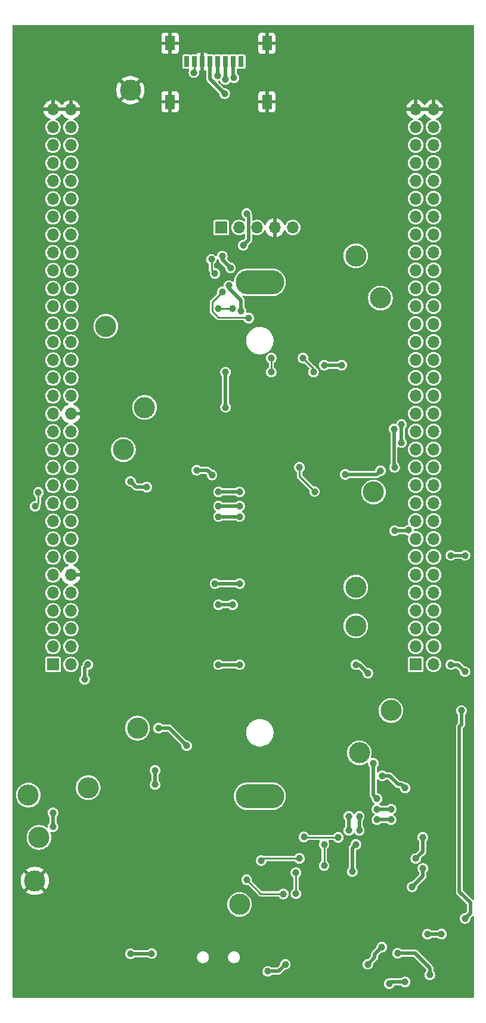
<source format=gbr>
%TF.GenerationSoftware,KiCad,Pcbnew,9.0.0*%
%TF.CreationDate,2025-03-31T13:52:19+02:00*%
%TF.ProjectId,HW_roggeluc_linortho,48575f72-6f67-4676-956c-75635f6c696e,rev?*%
%TF.SameCoordinates,Original*%
%TF.FileFunction,Copper,L2,Bot*%
%TF.FilePolarity,Positive*%
%FSLAX46Y46*%
G04 Gerber Fmt 4.6, Leading zero omitted, Abs format (unit mm)*
G04 Created by KiCad (PCBNEW 9.0.0) date 2025-03-31 13:52:19*
%MOMM*%
%LPD*%
G01*
G04 APERTURE LIST*
%TA.AperFunction,ComponentPad*%
%ADD10C,3.000000*%
%TD*%
%TA.AperFunction,SMDPad,CuDef*%
%ADD11R,0.800000X1.500000*%
%TD*%
%TA.AperFunction,SMDPad,CuDef*%
%ADD12R,1.450000X2.000000*%
%TD*%
%TA.AperFunction,ComponentPad*%
%ADD13R,1.700000X1.700000*%
%TD*%
%TA.AperFunction,ComponentPad*%
%ADD14O,1.700000X1.700000*%
%TD*%
%TA.AperFunction,ComponentPad*%
%ADD15O,6.880000X3.440000*%
%TD*%
%TA.AperFunction,ViaPad*%
%ADD16C,1.000000*%
%TD*%
%TA.AperFunction,Conductor*%
%ADD17C,0.500000*%
%TD*%
%TA.AperFunction,Conductor*%
%ADD18C,0.250000*%
%TD*%
G04 APERTURE END LIST*
D10*
%TO.P,TP20,1,1*%
%TO.N,Net-(Q6-D)*%
X90000000Y-132500000D03*
%TD*%
D11*
%TO.P,J1,1,DAT2*%
%TO.N,unconnected-(J1-DAT2-Pad1)*%
X73200000Y-34450000D03*
%TO.P,J1,2,DAT3/CD*%
%TO.N,PE4*%
X72100000Y-34450000D03*
%TO.P,J1,3,CMD*%
%TO.N,PE5*%
X71000000Y-34450000D03*
%TO.P,J1,4,VDD*%
%TO.N,+3.3V*%
X69900000Y-34450000D03*
%TO.P,J1,5,CLK*%
%TO.N,PE2*%
X68800000Y-34450000D03*
%TO.P,J1,6,VSS*%
%TO.N,GND*%
X67700000Y-34450000D03*
%TO.P,J1,7,DAT0*%
%TO.N,PE6*%
X66600000Y-34450000D03*
%TO.P,J1,8,DAT1*%
%TO.N,unconnected-(J1-DAT1-Pad8)*%
X65500000Y-34450000D03*
D12*
%TO.P,J1,9,SHIELD*%
%TO.N,GND*%
X76875000Y-31850000D03*
X76875000Y-40150000D03*
X63125000Y-31850000D03*
X63125000Y-40150000D03*
%TD*%
D10*
%TO.P,TP19,1,1*%
%TO.N,+3.3V*%
X43000000Y-138500000D03*
%TD*%
%TO.P,TP18,1,1*%
%TO.N,Net-(Q10-S)*%
X94500000Y-126500000D03*
%TD*%
%TO.P,TP17,1,1*%
%TO.N,5V*%
X73000000Y-154000000D03*
%TD*%
%TO.P,TP16,1,1*%
%TO.N,Net-(U1-VIN)*%
X58500000Y-129000000D03*
%TD*%
%TO.P,TP14,1,1*%
%TO.N,+5V*%
X44500000Y-144500000D03*
%TD*%
%TO.P,TP7,1,1*%
%TO.N,PC5*%
X92000000Y-95500000D03*
%TD*%
%TO.P,TP13,1,1*%
%TO.N,PA5*%
X89500000Y-114500000D03*
%TD*%
%TO.P,TP12,1,1*%
%TO.N,fmcw_sig*%
X89500000Y-109000000D03*
%TD*%
%TO.P,TP1,1,1*%
%TO.N,GND*%
X57500000Y-38500000D03*
%TD*%
%TO.P,TP6,1,1*%
%TO.N,PC4*%
X56500000Y-89500000D03*
%TD*%
%TO.P,TP9,1,1*%
%TO.N,Net-(U7B-+)*%
X59500000Y-83500000D03*
%TD*%
%TO.P,TP10,1,1*%
%TO.N,Net-(U7A-+)*%
X54000000Y-72000000D03*
%TD*%
%TO.P,TP2,1,1*%
%TO.N,GND*%
X43922370Y-150667723D03*
%TD*%
D13*
%TO.P,P3,1,Pin_a1*%
%TO.N,+5V*%
X98000000Y-119943750D03*
D14*
%TO.P,P3,2,Pin_b1*%
X100540000Y-119943750D03*
%TO.P,P3,3,Pin_a2*%
%TO.N,PF5*%
X98000000Y-117403750D03*
%TO.P,P3,4,Pin_b2*%
%TO.N,PF4*%
X100540000Y-117403750D03*
%TO.P,P3,5,Pin_a3*%
%TO.N,PF3*%
X98000000Y-114863750D03*
%TO.P,P3,6,Pin_b3*%
%TO.N,PF2*%
X100540000Y-114863750D03*
%TO.P,P3,7,Pin_a4*%
%TO.N,PF1*%
X98000000Y-112323750D03*
%TO.P,P3,8,Pin_b4*%
%TO.N,PF0*%
X100540000Y-112323750D03*
%TO.P,P3,9,Pin_a5*%
%TO.N,PC15*%
X98000000Y-109783750D03*
%TO.P,P3,10,Pin_b5*%
%TO.N,PC14*%
X100540000Y-109783750D03*
%TO.P,P3,11,Pin_a6*%
%TO.N,PC13*%
X98000000Y-107243750D03*
%TO.P,P3,12,Pin_b6*%
%TO.N,PE6*%
X100540000Y-107243750D03*
%TO.P,P3,13,Pin_a7*%
%TO.N,PE5*%
X98000000Y-104703750D03*
%TO.P,P3,14,Pin_b7*%
%TO.N,PE4*%
X100540000Y-104703750D03*
%TO.P,P3,15,Pin_a8*%
%TO.N,PE3*%
X98000000Y-102163750D03*
%TO.P,P3,16,Pin_b8*%
%TO.N,PE2*%
X100540000Y-102163750D03*
%TO.P,P3,17,Pin_a9*%
%TO.N,PE1*%
X98000000Y-99623750D03*
%TO.P,P3,18,Pin_b9*%
%TO.N,PE0*%
X100540000Y-99623750D03*
%TO.P,P3,19,Pin_a10*%
%TO.N,PB9*%
X98000000Y-97083750D03*
%TO.P,P3,20,Pin_b10*%
%TO.N,PB8*%
X100540000Y-97083750D03*
%TO.P,P3,21,Pin_a11*%
%TO.N,VDD*%
X98000000Y-94543750D03*
%TO.P,P3,22,Pin_b11*%
%TO.N,BOOT0*%
X100540000Y-94543750D03*
%TO.P,P3,23,Pin_a12*%
%TO.N,PB7*%
X98000000Y-92003750D03*
%TO.P,P3,24,Pin_b12*%
%TO.N,PB6*%
X100540000Y-92003750D03*
%TO.P,P3,25,Pin_a13*%
%TO.N,PB5*%
X98000000Y-89463750D03*
%TO.P,P3,26,Pin_b13*%
%TO.N,PB4*%
X100540000Y-89463750D03*
%TO.P,P3,27,Pin_a14*%
%TO.N,Enable*%
X98000000Y-86923750D03*
%TO.P,P3,28,Pin_b14*%
%TO.N,PG15*%
X100540000Y-86923750D03*
%TO.P,P3,29,Pin_a15*%
%TO.N,PG14*%
X98000000Y-84383750D03*
%TO.P,P3,30,Pin_b15*%
%TO.N,PG13*%
X100540000Y-84383750D03*
%TO.P,P3,31,Pin_a16*%
%TO.N,PG12*%
X98000000Y-81843750D03*
%TO.P,P3,32,Pin_b16*%
%TO.N,PG11*%
X100540000Y-81843750D03*
%TO.P,P3,33,Pin_a17*%
%TO.N,PG10*%
X98000000Y-79303750D03*
%TO.P,P3,34,Pin_b17*%
%TO.N,PG9*%
X100540000Y-79303750D03*
%TO.P,P3,35,Pin_a18*%
%TO.N,PD6*%
X98000000Y-76763750D03*
%TO.P,P3,36,Pin_b18*%
%TO.N,PD7*%
X100540000Y-76763750D03*
%TO.P,P3,37,Pin_a19*%
%TO.N,PD4*%
X98000000Y-74223750D03*
%TO.P,P3,38,Pin_b19*%
%TO.N,PD5*%
X100540000Y-74223750D03*
%TO.P,P3,39,Pin_a20*%
%TO.N,PD2*%
X98000000Y-71683750D03*
%TO.P,P3,40,Pin_b20*%
%TO.N,PD3*%
X100540000Y-71683750D03*
%TO.P,P3,41,Pin_a21*%
%TO.N,PD0*%
X98000000Y-69143750D03*
%TO.P,P3,42,Pin_b21*%
%TO.N,PD1*%
X100540000Y-69143750D03*
%TO.P,P3,43,Pin_a22*%
%TO.N,PC11*%
X98000000Y-66603750D03*
%TO.P,P3,44,Pin_b22*%
%TO.N,PC12*%
X100540000Y-66603750D03*
%TO.P,P3,45,Pin_a23*%
%TO.N,PA15*%
X98000000Y-64063750D03*
%TO.P,P3,46,Pin_b23*%
%TO.N,PC10*%
X100540000Y-64063750D03*
%TO.P,P3,47,Pin_a24*%
%TO.N,PA13*%
X98000000Y-61523750D03*
%TO.P,P3,48,Pin_b24*%
%TO.N,PA14*%
X100540000Y-61523750D03*
%TO.P,P3,49,Pin_a25*%
%TO.N,PA11*%
X98000000Y-58983750D03*
%TO.P,P3,50,Pin_b25*%
%TO.N,PA12*%
X100540000Y-58983750D03*
%TO.P,P3,51,Pin_a26*%
%TO.N,LED_ON*%
X98000000Y-56443750D03*
%TO.P,P3,52,Pin_b26*%
%TO.N,PA10*%
X100540000Y-56443750D03*
%TO.P,P3,53,Pin_a27*%
%TO.N,PC9*%
X98000000Y-53903750D03*
%TO.P,P3,54,Pin_b27*%
%TO.N,PA8*%
X100540000Y-53903750D03*
%TO.P,P3,55,Pin_a28*%
%TO.N,PC7*%
X98000000Y-51363750D03*
%TO.P,P3,56,Pin_b28*%
%TO.N,PC8*%
X100540000Y-51363750D03*
%TO.P,P3,57,Pin_a29*%
%TO.N,PG8*%
X98000000Y-48823750D03*
%TO.P,P3,58,Pin_b29*%
%TO.N,PC6*%
X100540000Y-48823750D03*
%TO.P,P3,59,Pin_a30*%
%TO.N,PG6*%
X98000000Y-46283750D03*
%TO.P,P3,60,Pin_b30*%
%TO.N,PG7*%
X100540000Y-46283750D03*
%TO.P,P3,61,Pin_a31*%
%TO.N,PG4*%
X98000000Y-43743750D03*
%TO.P,P3,62,Pin_b31*%
%TO.N,PG5*%
X100540000Y-43743750D03*
%TO.P,P3,63,Pin_a32*%
%TO.N,GND*%
X98000000Y-41203750D03*
%TO.P,P3,64,Pin_b32*%
X100540000Y-41203750D03*
%TD*%
D10*
%TO.P,TP11,1,1*%
%TO.N,Net-(U8A-+)*%
X89500000Y-62000000D03*
%TD*%
%TO.P,TP4,1,1*%
%TO.N,+1V65*%
X51500000Y-137443750D03*
%TD*%
%TO.P,TP8,1,1*%
%TO.N,Net-(U8B-+)*%
X93000000Y-68000000D03*
%TD*%
D13*
%TO.P,P4,1,Pin_a1*%
%TO.N,+3.3V*%
X46500000Y-119983750D03*
D14*
%TO.P,P4,2,Pin_b1*%
X49040000Y-119983750D03*
%TO.P,P4,3,Pin_a2*%
%TO.N,NC*%
X46500000Y-117443750D03*
%TO.P,P4,4,Pin_b2*%
%TO.N,PF6*%
X49040000Y-117443750D03*
%TO.P,P4,5,Pin_a3*%
%TO.N,PF7*%
X46500000Y-114903750D03*
%TO.P,P4,6,Pin_b3*%
%TO.N,PF8*%
X49040000Y-114903750D03*
%TO.P,P4,7,Pin_a4*%
%TO.N,PF9*%
X46500000Y-112363750D03*
%TO.P,P4,8,Pin_b4*%
%TO.N,PF10*%
X49040000Y-112363750D03*
%TO.P,P4,9,Pin_a5*%
%TO.N,PH0*%
X46500000Y-109823750D03*
%TO.P,P4,10,Pin_b5*%
%TO.N,PH1*%
X49040000Y-109823750D03*
%TO.P,P4,11,Pin_a6*%
%TO.N,NRST*%
X46500000Y-107283750D03*
%TO.P,P4,12,Pin_b6*%
%TO.N,GND*%
X49040000Y-107283750D03*
%TO.P,P4,13,Pin_a7*%
%TO.N,PC0*%
X46500000Y-104743750D03*
%TO.P,P4,14,Pin_b7*%
%TO.N,PC1*%
X49040000Y-104743750D03*
%TO.P,P4,15,Pin_a8*%
%TO.N,PC2*%
X46500000Y-102203750D03*
%TO.P,P4,16,Pin_b8*%
%TO.N,PC3*%
X49040000Y-102203750D03*
%TO.P,P4,17,Pin_a9*%
%TO.N,PA0*%
X46500000Y-99663750D03*
%TO.P,P4,18,Pin_b9*%
%TO.N,PA1*%
X49040000Y-99663750D03*
%TO.P,P4,19,Pin_a10*%
%TO.N,PA2*%
X46500000Y-97123750D03*
%TO.P,P4,20,Pin_b10*%
%TO.N,PA3*%
X49040000Y-97123750D03*
%TO.P,P4,21,Pin_a11*%
%TO.N,PA4*%
X46500000Y-94583750D03*
%TO.P,P4,22,Pin_b11*%
%TO.N,PA5*%
X49040000Y-94583750D03*
%TO.P,P4,23,Pin_a12*%
%TO.N,PA6*%
X46500000Y-92043750D03*
%TO.P,P4,24,Pin_b12*%
%TO.N,PA7*%
X49040000Y-92043750D03*
%TO.P,P4,25,Pin_a13*%
%TO.N,PC4*%
X46500000Y-89503750D03*
%TO.P,P4,26,Pin_b13*%
%TO.N,PC5*%
X49040000Y-89503750D03*
%TO.P,P4,27,Pin_a14*%
%TO.N,PB0*%
X46500000Y-86963750D03*
%TO.P,P4,28,Pin_b14*%
%TO.N,PB1*%
X49040000Y-86963750D03*
%TO.P,P4,29,Pin_a15*%
%TO.N,PB2*%
X46500000Y-84423750D03*
%TO.P,P4,30,Pin_b15*%
%TO.N,GND*%
X49040000Y-84423750D03*
%TO.P,P4,31,Pin_a16*%
%TO.N,PF11*%
X46500000Y-81883750D03*
%TO.P,P4,32,Pin_b16*%
%TO.N,PF12*%
X49040000Y-81883750D03*
%TO.P,P4,33,Pin_a17*%
%TO.N,PF13*%
X46500000Y-79343750D03*
%TO.P,P4,34,Pin_b17*%
%TO.N,PF14*%
X49040000Y-79343750D03*
%TO.P,P4,35,Pin_a18*%
%TO.N,PF15*%
X46500000Y-76803750D03*
%TO.P,P4,36,Pin_b18*%
%TO.N,PG0*%
X49040000Y-76803750D03*
%TO.P,P4,37,Pin_a19*%
%TO.N,PG1*%
X46500000Y-74263750D03*
%TO.P,P4,38,Pin_b19*%
%TO.N,PE7*%
X49040000Y-74263750D03*
%TO.P,P4,39,Pin_a20*%
%TO.N,PE8*%
X46500000Y-71723750D03*
%TO.P,P4,40,Pin_b20*%
%TO.N,PE9*%
X49040000Y-71723750D03*
%TO.P,P4,41,Pin_a21*%
%TO.N,PE10*%
X46500000Y-69183750D03*
%TO.P,P4,42,Pin_b21*%
%TO.N,PE11*%
X49040000Y-69183750D03*
%TO.P,P4,43,Pin_a22*%
%TO.N,PE12*%
X46500000Y-66643750D03*
%TO.P,P4,44,Pin_b22*%
%TO.N,PE13*%
X49040000Y-66643750D03*
%TO.P,P4,45,Pin_a23*%
%TO.N,PE14*%
X46500000Y-64103750D03*
%TO.P,P4,46,Pin_b23*%
%TO.N,PE15*%
X49040000Y-64103750D03*
%TO.P,P4,47,Pin_a24*%
%TO.N,PB10*%
X46500000Y-61563750D03*
%TO.P,P4,48,Pin_b24*%
%TO.N,PB11*%
X49040000Y-61563750D03*
%TO.P,P4,49,Pin_a25*%
%TO.N,PB12*%
X46500000Y-59023750D03*
%TO.P,P4,50,Pin_b25*%
%TO.N,PB13*%
X49040000Y-59023750D03*
%TO.P,P4,51,Pin_a26*%
%TO.N,PB14*%
X46500000Y-56483750D03*
%TO.P,P4,52,Pin_b26*%
%TO.N,PB15*%
X49040000Y-56483750D03*
%TO.P,P4,53,Pin_a27*%
%TO.N,PD8*%
X46500000Y-53943750D03*
%TO.P,P4,54,Pin_b27*%
%TO.N,PD9*%
X49040000Y-53943750D03*
%TO.P,P4,55,Pin_a28*%
%TO.N,PD10*%
X46500000Y-51403750D03*
%TO.P,P4,56,Pin_b28*%
%TO.N,PD11*%
X49040000Y-51403750D03*
%TO.P,P4,57,Pin_a29*%
%TO.N,PD12*%
X46500000Y-48863750D03*
%TO.P,P4,58,Pin_b29*%
%TO.N,PD13*%
X49040000Y-48863750D03*
%TO.P,P4,59,Pin_a30*%
%TO.N,PD14*%
X46500000Y-46323750D03*
%TO.P,P4,60,Pin_b30*%
%TO.N,PD15*%
X49040000Y-46323750D03*
%TO.P,P4,61,Pin_a31*%
%TO.N,PG2*%
X46500000Y-43783750D03*
%TO.P,P4,62,Pin_b31*%
%TO.N,PG3*%
X49040000Y-43783750D03*
%TO.P,P4,63,Pin_a32*%
%TO.N,GND*%
X46500000Y-41243750D03*
%TO.P,P4,64,Pin_b32*%
X49040000Y-41243750D03*
%TD*%
D15*
%TO.P,BT1,N*%
%TO.N,Net-(Q5-S)*%
X75875416Y-65758210D03*
%TO.P,BT1,P*%
%TO.N,Net-(U1-VIN)*%
X75875416Y-138658210D03*
%TD*%
D13*
%TO.P,Y4,1,IF_Q*%
%TO.N,IF_Q*%
X70380000Y-58000000D03*
D14*
%TO.P,Y4,2,VCC*%
%TO.N,+3.3V*%
X72920000Y-58000000D03*
%TO.P,Y4,3,IF_I*%
%TO.N,IF_I*%
X75460000Y-58000000D03*
%TO.P,Y4,4,GND*%
%TO.N,GND*%
X78000000Y-58000000D03*
%TO.P,Y4,5,VCO_in*%
%TO.N,unconnected-(Y4-VCO_in-Pad5)*%
X80540000Y-58000000D03*
%TD*%
D16*
%TO.N,+5V*%
X105000288Y-155999712D03*
X104500000Y-126500000D03*
X105000000Y-121000000D03*
X103000000Y-120000000D03*
%TO.N,Net-(Q10-S)*%
X101671158Y-158210931D03*
X99671158Y-158232579D03*
%TO.N,5V*%
X97500000Y-151500000D03*
%TO.N,+3.3V*%
X51460000Y-119983750D03*
X51000000Y-122084750D03*
%TO.N,Net-(SW1A-C)*%
X57500000Y-161000000D03*
X60522606Y-160977394D03*
%TO.N,+3.3V*%
X73195437Y-69865290D03*
X71478335Y-66217451D03*
X71707107Y-63707107D03*
X70542893Y-62042893D03*
%TO.N,Net-(Q5-S)*%
X71000000Y-83500000D03*
X71000000Y-78500000D03*
%TO.N,Net-(Q10-S)*%
X98000000Y-147500000D03*
X99000000Y-144500000D03*
%TO.N,Net-(U1-VIN)*%
X65500000Y-131500000D03*
X61500000Y-129000000D03*
%TO.N,GND*%
X102501862Y-150975129D03*
%TO.N,5V*%
X94500000Y-142000000D03*
X92500000Y-142000000D03*
%TO.N,Net-(Q6-D)*%
X92000000Y-134000000D03*
X92500000Y-139000000D03*
%TO.N,+3.3V*%
X72000000Y-111500000D03*
X70000000Y-111500000D03*
%TO.N,PA6*%
X43952493Y-97547507D03*
X44439931Y-95560069D03*
%TO.N,+1V65*%
X72000000Y-69500000D03*
X70000000Y-69500000D03*
%TO.N,Net-(U8B-+)*%
X82000000Y-76500000D03*
X83500000Y-78500000D03*
%TO.N,PA2*%
X73000000Y-99000000D03*
X70000000Y-99000000D03*
%TO.N,GND*%
X70500000Y-161000000D03*
X64500000Y-161000000D03*
X67500000Y-164500000D03*
X72500000Y-164500000D03*
X76500000Y-159000000D03*
X91130565Y-164500000D03*
%TO.N,PE6*%
X83645645Y-95437500D03*
X81500000Y-92000000D03*
X77500000Y-78500000D03*
X77500000Y-76500000D03*
X74299000Y-70840752D03*
X70581670Y-67114116D03*
X69000000Y-62500000D03*
X69500000Y-64500000D03*
X66500000Y-36000000D03*
%TO.N,PE2*%
X97000000Y-100914751D03*
X95000000Y-101000000D03*
X95000000Y-92000000D03*
X94910972Y-86551309D03*
X70871407Y-39000000D03*
%TO.N,+3.3V*%
X69871407Y-36434287D03*
%TO.N,PE5*%
X95993986Y-85927139D03*
X96000000Y-88500000D03*
X70984495Y-37003095D03*
%TO.N,PE4*%
X103000000Y-104500000D03*
X105000000Y-104500000D03*
X72210314Y-36758406D03*
%TO.N,PA8*%
X91207107Y-121207107D03*
X89500000Y-120000000D03*
X73000000Y-120000000D03*
X70000000Y-120000000D03*
X46500000Y-142999000D03*
X46500000Y-140999000D03*
%TO.N,PC5*%
X57500000Y-94000000D03*
X59815232Y-94815232D03*
X70000000Y-97500000D03*
X73000000Y-97500000D03*
%TO.N,PA5*%
X69500000Y-108500000D03*
X73000000Y-108500000D03*
%TO.N,GND*%
X83500000Y-106000000D03*
%TO.N,Enable*%
X93000000Y-92500000D03*
X88000000Y-93000000D03*
X73000000Y-95500000D03*
X70000000Y-95500000D03*
X66919768Y-92419768D03*
X69083982Y-93083982D03*
%TO.N,GND*%
X53000000Y-76500000D03*
%TO.N,Net-(SD2-A)*%
X94500000Y-140500000D03*
X92500000Y-140500000D03*
X90000000Y-141500000D03*
X90000000Y-143500000D03*
X89000000Y-149362500D03*
X89500000Y-145500000D03*
%TO.N,+3.3V*%
X93250000Y-135750000D03*
X96500000Y-137500000D03*
%TO.N,IF_I*%
X73500000Y-60500000D03*
X74000000Y-56000000D03*
%TO.N,GND*%
X78000000Y-55000000D03*
%TO.N,+3.3V*%
X87500000Y-77500000D03*
X85000000Y-77500000D03*
%TO.N,GND*%
X86500000Y-40500000D03*
X102181915Y-147093908D03*
X94500000Y-147000000D03*
%TO.N,5V*%
X99021574Y-148905622D03*
%TO.N,+5V*%
X96500000Y-165000000D03*
X94251000Y-165251000D03*
%TO.N,Net-(SW1A-C)*%
X100000000Y-164000000D03*
X95432289Y-160932289D03*
X91191397Y-162495416D03*
X79500000Y-162500000D03*
X77000000Y-163500000D03*
X93198116Y-160064054D03*
%TO.N,GND*%
X55500000Y-41000000D03*
X46493795Y-151500000D03*
%TO.N,Net-(Q5-S)*%
X61000000Y-137000000D03*
X61000000Y-135000000D03*
%TO.N,Net-(U1-VIN)*%
X88500000Y-141500000D03*
X88500000Y-143500000D03*
%TO.N,GND*%
X104000000Y-123500000D03*
X92500000Y-152500000D03*
X62000000Y-147000000D03*
X53000000Y-143500000D03*
X47500000Y-149500000D03*
X90000000Y-147000000D03*
X105000000Y-163000000D03*
X98000000Y-134000000D03*
X73500000Y-142000000D03*
%TO.N,5V*%
X82125000Y-144435214D03*
X87000000Y-144500000D03*
%TO.N,GND*%
X80221045Y-148522383D03*
%TO.N,Net-(U2-~{PG})*%
X74000000Y-150500000D03*
X79219178Y-152516978D03*
%TO.N,Net-(U2-STAT2)*%
X85000000Y-145500000D03*
X85000000Y-148500000D03*
%TO.N,Net-(U2-STAT1)*%
X81000000Y-149500000D03*
X81000000Y-152500000D03*
%TO.N,GND*%
X75718393Y-145889587D03*
X76000000Y-144500000D03*
X62780079Y-150047622D03*
X67500000Y-143500000D03*
X81000000Y-74937500D03*
X93000000Y-82000000D03*
X57500000Y-125443750D03*
X61000000Y-112443750D03*
X75500000Y-103437500D03*
X89000000Y-86437500D03*
X43500000Y-130943750D03*
X60797500Y-95956250D03*
X54797500Y-103456250D03*
X59297500Y-74956250D03*
X82500000Y-95937500D03*
X88500000Y-103437500D03*
X67797500Y-103456250D03*
X46500000Y-130943750D03*
X57500000Y-155500000D03*
X88000000Y-71437500D03*
X67802741Y-86961491D03*
X74096500Y-77956250D03*
X61000000Y-125443750D03*
X66797500Y-71456250D03*
%TO.N,Net-(U1-VIN)*%
X81491117Y-147478839D03*
X76076544Y-147773510D03*
%TD*%
D17*
%TO.N,+5V*%
X105750000Y-155250000D02*
X105000288Y-155999712D01*
X105750000Y-153752367D02*
X105750000Y-155250000D01*
X104212230Y-152214597D02*
X105750000Y-153752367D01*
X104212230Y-128787770D02*
X104212230Y-152214597D01*
X104500000Y-128500000D02*
X104212230Y-128787770D01*
X104500000Y-126500000D02*
X104500000Y-128500000D01*
X103000000Y-120000000D02*
X104000000Y-120000000D01*
X104000000Y-120000000D02*
X105000000Y-121000000D01*
%TO.N,Net-(Q10-S)*%
X101649510Y-158232579D02*
X101671158Y-158210931D01*
X99671158Y-158232579D02*
X101649510Y-158232579D01*
%TO.N,5V*%
X99021574Y-149978426D02*
X99021574Y-148905622D01*
X97500000Y-151500000D02*
X99021574Y-149978426D01*
%TO.N,+3.3V*%
X51000000Y-120443750D02*
X51460000Y-119983750D01*
X51000000Y-122084750D02*
X51000000Y-120443750D01*
%TO.N,Net-(SW1A-C)*%
X57500000Y-161000000D02*
X60500000Y-161000000D01*
X60500000Y-161000000D02*
X60522606Y-160977394D01*
D18*
%TO.N,PE6*%
X70002438Y-70741290D02*
X69124000Y-69862852D01*
X69124000Y-68571786D02*
X70581670Y-67114116D01*
X74199538Y-70741290D02*
X70002438Y-70741290D01*
X74299000Y-70840752D02*
X74199538Y-70741290D01*
X69124000Y-69862852D02*
X69124000Y-68571786D01*
D17*
%TO.N,+3.3V*%
X71478335Y-66595153D02*
X71478335Y-66217451D01*
X73195437Y-69865290D02*
X73195437Y-68312255D01*
X73195437Y-68312255D02*
X71478335Y-66595153D01*
D18*
%TO.N,+1V65*%
X70000000Y-69500000D02*
X72000000Y-69500000D01*
D17*
%TO.N,+3.3V*%
X70542893Y-62542893D02*
X71707107Y-63707107D01*
X70542893Y-62042893D02*
X70542893Y-62542893D01*
%TO.N,Net-(SW1A-C)*%
X97932289Y-160932289D02*
X95432289Y-160932289D01*
X100000000Y-163000000D02*
X97932289Y-160932289D01*
X100000000Y-164000000D02*
X100000000Y-163000000D01*
%TO.N,Net-(Q5-S)*%
X71000000Y-78500000D02*
X71000000Y-83500000D01*
%TO.N,Net-(Q10-S)*%
X99000000Y-146500000D02*
X98000000Y-147500000D01*
X99000000Y-144500000D02*
X99000000Y-146500000D01*
%TO.N,Net-(U1-VIN)*%
X61500000Y-129000000D02*
X63000000Y-129000000D01*
X63000000Y-129000000D02*
X65500000Y-131500000D01*
%TO.N,5V*%
X94500000Y-142000000D02*
X92500000Y-142000000D01*
%TO.N,Net-(Q6-D)*%
X92500000Y-139000000D02*
X92000000Y-138500000D01*
X92000000Y-138500000D02*
X92000000Y-134000000D01*
%TO.N,+3.3V*%
X70000000Y-111500000D02*
X72000000Y-111500000D01*
D18*
%TO.N,PA6*%
X44439931Y-95560069D02*
X44439931Y-97060069D01*
X44439931Y-97060069D02*
X43952493Y-97547507D01*
%TO.N,Net-(U8B-+)*%
X83500000Y-78000000D02*
X82000000Y-76500000D01*
X83500000Y-78500000D02*
X83500000Y-78000000D01*
D17*
%TO.N,Net-(SW1A-C)*%
X92164986Y-161097184D02*
X93198116Y-160064054D01*
X92164986Y-161521827D02*
X92164986Y-161097184D01*
X91191397Y-162495416D02*
X92164986Y-161521827D01*
%TO.N,PA2*%
X70000000Y-99000000D02*
X73000000Y-99000000D01*
D18*
%TO.N,PE6*%
X81500000Y-93291855D02*
X83645645Y-95437500D01*
X81500000Y-92000000D02*
X81500000Y-93291855D01*
X77500000Y-76500000D02*
X77500000Y-78500000D01*
X69000000Y-64000000D02*
X69500000Y-64500000D01*
X69000000Y-62500000D02*
X69000000Y-64000000D01*
X66600000Y-35900000D02*
X66500000Y-36000000D01*
X66600000Y-34450000D02*
X66600000Y-35900000D01*
D17*
%TO.N,PE2*%
X96914751Y-101000000D02*
X97000000Y-100914751D01*
X95000000Y-101000000D02*
X96914751Y-101000000D01*
X94910972Y-91910972D02*
X95000000Y-92000000D01*
X94910972Y-86551309D02*
X94910972Y-91910972D01*
X68800000Y-36928593D02*
X70871407Y-39000000D01*
X68800000Y-34450000D02*
X68800000Y-36928593D01*
%TO.N,+3.3V*%
X69900000Y-36405694D02*
X69871407Y-36434287D01*
X69900000Y-34450000D02*
X69900000Y-36405694D01*
%TO.N,PE5*%
X95993986Y-88493986D02*
X96000000Y-88500000D01*
X95993986Y-85927139D02*
X95993986Y-88493986D01*
X71000000Y-36987590D02*
X70984495Y-37003095D01*
X71000000Y-34450000D02*
X71000000Y-36987590D01*
%TO.N,PE4*%
X105000000Y-104500000D02*
X103000000Y-104500000D01*
X72100000Y-36648092D02*
X72210314Y-36758406D01*
X72100000Y-34450000D02*
X72100000Y-36648092D01*
%TO.N,PA8*%
X89500000Y-120000000D02*
X90000000Y-120000000D01*
X90000000Y-120000000D02*
X91207107Y-121207107D01*
X70000000Y-120000000D02*
X73000000Y-120000000D01*
%TO.N,PA5*%
X73000000Y-108500000D02*
X69500000Y-108500000D01*
%TO.N,PA8*%
X46500000Y-142999000D02*
X46500000Y-140999000D01*
%TO.N,PC5*%
X59815232Y-94815232D02*
X58315232Y-94815232D01*
X73000000Y-97500000D02*
X70000000Y-97500000D01*
X58315232Y-94815232D02*
X57500000Y-94000000D01*
%TO.N,Enable*%
X92500000Y-93000000D02*
X93000000Y-92500000D01*
X88000000Y-93000000D02*
X92500000Y-93000000D01*
X70000000Y-95500000D02*
X73000000Y-95500000D01*
X68419768Y-92419768D02*
X69083982Y-93083982D01*
X66919768Y-92419768D02*
X68419768Y-92419768D01*
%TO.N,+3.3V*%
X96000000Y-137000000D02*
X96500000Y-137500000D01*
X94250000Y-135750000D02*
X95500000Y-137000000D01*
X95500000Y-137000000D02*
X96000000Y-137000000D01*
X93250000Y-135750000D02*
X94250000Y-135750000D01*
%TO.N,Net-(SD2-A)*%
X92500000Y-140500000D02*
X94500000Y-140500000D01*
X90000000Y-143500000D02*
X90000000Y-141500000D01*
X89000000Y-149362500D02*
X89000000Y-146000000D01*
X89000000Y-146000000D02*
X89500000Y-145500000D01*
%TO.N,IF_I*%
X74000000Y-56000000D02*
X74271000Y-56271000D01*
X74271000Y-56271000D02*
X74271000Y-59729000D01*
X74271000Y-59729000D02*
X73500000Y-60500000D01*
%TO.N,+3.3V*%
X87500000Y-77500000D02*
X85000000Y-77500000D01*
%TO.N,+5V*%
X96500000Y-165000000D02*
X94502000Y-165000000D01*
X94502000Y-165000000D02*
X94251000Y-165251000D01*
%TO.N,Net-(SW1A-C)*%
X78500000Y-163500000D02*
X79500000Y-162500000D01*
X77000000Y-163500000D02*
X78500000Y-163500000D01*
%TO.N,Net-(Q5-S)*%
X61000000Y-135000000D02*
X61000000Y-137000000D01*
%TO.N,Net-(U1-VIN)*%
X88500000Y-141500000D02*
X88500000Y-143500000D01*
D18*
%TO.N,5V*%
X82125000Y-144435214D02*
X82189786Y-144500000D01*
X82189786Y-144500000D02*
X87000000Y-144500000D01*
%TO.N,Net-(U2-~{PG})*%
X76016978Y-152516978D02*
X74000000Y-150500000D01*
X79219178Y-152516978D02*
X76016978Y-152516978D01*
%TO.N,Net-(U2-STAT2)*%
X85000000Y-148500000D02*
X85000000Y-145500000D01*
%TO.N,Net-(U2-STAT1)*%
X81000000Y-152500000D02*
X81000000Y-149500000D01*
%TO.N,Net-(U1-VIN)*%
X81491117Y-147478839D02*
X76371215Y-147478839D01*
X76371215Y-147478839D02*
X76076544Y-147773510D01*
%TD*%
%TA.AperFunction,Conductor*%
%TO.N,GND*%
G36*
X48574075Y-41050757D02*
G01*
X48540000Y-41177924D01*
X48540000Y-41309576D01*
X48574075Y-41436743D01*
X48606988Y-41493750D01*
X46933012Y-41493750D01*
X46965925Y-41436743D01*
X47000000Y-41309576D01*
X47000000Y-41177924D01*
X46965925Y-41050757D01*
X46933012Y-40993750D01*
X48606988Y-40993750D01*
X48574075Y-41050757D01*
G37*
%TD.AperFunction*%
%TA.AperFunction,Conductor*%
G36*
X100074075Y-41010757D02*
G01*
X100040000Y-41137924D01*
X100040000Y-41269576D01*
X100074075Y-41396743D01*
X100106988Y-41453750D01*
X98433012Y-41453750D01*
X98465925Y-41396743D01*
X98500000Y-41269576D01*
X98500000Y-41137924D01*
X98465925Y-41010757D01*
X98433012Y-40953750D01*
X100106988Y-40953750D01*
X100074075Y-41010757D01*
G37*
%TD.AperFunction*%
%TA.AperFunction,Conductor*%
G36*
X106192539Y-29270185D02*
G01*
X106238294Y-29322989D01*
X106249500Y-29374500D01*
X106249500Y-153244691D01*
X106229815Y-153311730D01*
X106177011Y-153357485D01*
X106107853Y-153367429D01*
X106044297Y-153338404D01*
X106037819Y-153332372D01*
X104749049Y-152043602D01*
X104715564Y-151982279D01*
X104712730Y-151955921D01*
X104712730Y-129046445D01*
X104721373Y-129017008D01*
X104727897Y-128987019D01*
X104731652Y-128982002D01*
X104732415Y-128979406D01*
X104749048Y-128958765D01*
X104807312Y-128900501D01*
X104807314Y-128900500D01*
X104900500Y-128807314D01*
X104966392Y-128693186D01*
X104979436Y-128644505D01*
X105000500Y-128565893D01*
X105000500Y-128434108D01*
X105000500Y-127112229D01*
X105020185Y-127045190D01*
X105036820Y-127024547D01*
X105082948Y-126978419D01*
X105082951Y-126978416D01*
X105165084Y-126855495D01*
X105221658Y-126718913D01*
X105242381Y-126614734D01*
X105250500Y-126573920D01*
X105250500Y-126426079D01*
X105221659Y-126281092D01*
X105221658Y-126281091D01*
X105221658Y-126281087D01*
X105170579Y-126157770D01*
X105165087Y-126144511D01*
X105165080Y-126144498D01*
X105082951Y-126021584D01*
X105082948Y-126021580D01*
X104978419Y-125917051D01*
X104978415Y-125917048D01*
X104855501Y-125834919D01*
X104855488Y-125834912D01*
X104718917Y-125778343D01*
X104718907Y-125778340D01*
X104573920Y-125749500D01*
X104573918Y-125749500D01*
X104426082Y-125749500D01*
X104426080Y-125749500D01*
X104281092Y-125778340D01*
X104281082Y-125778343D01*
X104144511Y-125834912D01*
X104144498Y-125834919D01*
X104021584Y-125917048D01*
X104021580Y-125917051D01*
X103917051Y-126021580D01*
X103917048Y-126021584D01*
X103834919Y-126144498D01*
X103834912Y-126144511D01*
X103778343Y-126281082D01*
X103778340Y-126281092D01*
X103749500Y-126426079D01*
X103749500Y-126426082D01*
X103749500Y-126573918D01*
X103749500Y-126573920D01*
X103749499Y-126573920D01*
X103778340Y-126718907D01*
X103778343Y-126718917D01*
X103834912Y-126855488D01*
X103834919Y-126855501D01*
X103917048Y-126978415D01*
X103917051Y-126978419D01*
X103963180Y-127024547D01*
X103996666Y-127085870D01*
X103999500Y-127112229D01*
X103999500Y-128241322D01*
X103990856Y-128270758D01*
X103984333Y-128300748D01*
X103980577Y-128305764D01*
X103979815Y-128308361D01*
X103963182Y-128329003D01*
X103937278Y-128354907D01*
X103904916Y-128387269D01*
X103887474Y-128404712D01*
X103811730Y-128480456D01*
X103745838Y-128594582D01*
X103719418Y-128693186D01*
X103711730Y-128721878D01*
X103711730Y-152148705D01*
X103711730Y-152280489D01*
X103728784Y-152344136D01*
X103745838Y-152407784D01*
X103766205Y-152443060D01*
X103811730Y-152521911D01*
X104528456Y-153238637D01*
X105213181Y-153923361D01*
X105246666Y-153984684D01*
X105249500Y-154011042D01*
X105249500Y-154991324D01*
X105240855Y-155020764D01*
X105234332Y-155050751D01*
X105230577Y-155055766D01*
X105229815Y-155058363D01*
X105213181Y-155079005D01*
X105079293Y-155212893D01*
X105017970Y-155246378D01*
X104991612Y-155249212D01*
X104926368Y-155249212D01*
X104781380Y-155278052D01*
X104781370Y-155278055D01*
X104644799Y-155334624D01*
X104644786Y-155334631D01*
X104521872Y-155416760D01*
X104521868Y-155416763D01*
X104417339Y-155521292D01*
X104417336Y-155521296D01*
X104335207Y-155644210D01*
X104335200Y-155644223D01*
X104278631Y-155780794D01*
X104278628Y-155780804D01*
X104249788Y-155925791D01*
X104249788Y-155925794D01*
X104249788Y-156073630D01*
X104249788Y-156073632D01*
X104249787Y-156073632D01*
X104278628Y-156218619D01*
X104278631Y-156218629D01*
X104335200Y-156355200D01*
X104335207Y-156355213D01*
X104417336Y-156478127D01*
X104417339Y-156478131D01*
X104521868Y-156582660D01*
X104521872Y-156582663D01*
X104644786Y-156664792D01*
X104644799Y-156664799D01*
X104781370Y-156721368D01*
X104781375Y-156721370D01*
X104781379Y-156721370D01*
X104781380Y-156721371D01*
X104926367Y-156750212D01*
X104926370Y-156750212D01*
X105074208Y-156750212D01*
X105171750Y-156730808D01*
X105219201Y-156721370D01*
X105355783Y-156664796D01*
X105478704Y-156582663D01*
X105583239Y-156478128D01*
X105665372Y-156355207D01*
X105721946Y-156218625D01*
X105750788Y-156073630D01*
X105750788Y-156008388D01*
X105770473Y-155941349D01*
X105787107Y-155920707D01*
X106037819Y-155669995D01*
X106099142Y-155636510D01*
X106168834Y-155641494D01*
X106224767Y-155683366D01*
X106249184Y-155748830D01*
X106249500Y-155757676D01*
X106249500Y-167125500D01*
X106229815Y-167192539D01*
X106177011Y-167238294D01*
X106125500Y-167249500D01*
X40874500Y-167249500D01*
X40807461Y-167229815D01*
X40761706Y-167177011D01*
X40750500Y-167125500D01*
X40750500Y-165324920D01*
X93500499Y-165324920D01*
X93529340Y-165469907D01*
X93529343Y-165469917D01*
X93585912Y-165606488D01*
X93585919Y-165606501D01*
X93668048Y-165729415D01*
X93668051Y-165729419D01*
X93772580Y-165833948D01*
X93772584Y-165833951D01*
X93895498Y-165916080D01*
X93895511Y-165916087D01*
X94032082Y-165972656D01*
X94032087Y-165972658D01*
X94032091Y-165972658D01*
X94032092Y-165972659D01*
X94177079Y-166001500D01*
X94177082Y-166001500D01*
X94324920Y-166001500D01*
X94422462Y-165982096D01*
X94469913Y-165972658D01*
X94606495Y-165916084D01*
X94729416Y-165833951D01*
X94833951Y-165729416D01*
X94916084Y-165606495D01*
X94928281Y-165577047D01*
X94972121Y-165522645D01*
X95038415Y-165500579D01*
X95042842Y-165500500D01*
X95887771Y-165500500D01*
X95954810Y-165520185D01*
X95975453Y-165536820D01*
X96021580Y-165582948D01*
X96021584Y-165582951D01*
X96144498Y-165665080D01*
X96144511Y-165665087D01*
X96281082Y-165721656D01*
X96281087Y-165721658D01*
X96281091Y-165721658D01*
X96281092Y-165721659D01*
X96426079Y-165750500D01*
X96426082Y-165750500D01*
X96573920Y-165750500D01*
X96679937Y-165729411D01*
X96718913Y-165721658D01*
X96855495Y-165665084D01*
X96978416Y-165582951D01*
X97082951Y-165478416D01*
X97165084Y-165355495D01*
X97221658Y-165218913D01*
X97250500Y-165073918D01*
X97250500Y-164926082D01*
X97250500Y-164926079D01*
X97221659Y-164781092D01*
X97221658Y-164781091D01*
X97221658Y-164781087D01*
X97218134Y-164772580D01*
X97165087Y-164644511D01*
X97165080Y-164644498D01*
X97082951Y-164521584D01*
X97082948Y-164521580D01*
X96978419Y-164417051D01*
X96978415Y-164417048D01*
X96855501Y-164334919D01*
X96855488Y-164334912D01*
X96718917Y-164278343D01*
X96718907Y-164278340D01*
X96573920Y-164249500D01*
X96573918Y-164249500D01*
X96426082Y-164249500D01*
X96426080Y-164249500D01*
X96281092Y-164278340D01*
X96281082Y-164278343D01*
X96144511Y-164334912D01*
X96144498Y-164334919D01*
X96021584Y-164417048D01*
X96021580Y-164417051D01*
X95975453Y-164463180D01*
X95914130Y-164496666D01*
X95887771Y-164499500D01*
X94436107Y-164499500D01*
X94422668Y-164503100D01*
X94414516Y-164505285D01*
X94358237Y-164507127D01*
X94324918Y-164500500D01*
X94177082Y-164500500D01*
X94177080Y-164500500D01*
X94032092Y-164529340D01*
X94032082Y-164529343D01*
X93895511Y-164585912D01*
X93895498Y-164585919D01*
X93772584Y-164668048D01*
X93772580Y-164668051D01*
X93668051Y-164772580D01*
X93668048Y-164772584D01*
X93585919Y-164895498D01*
X93585912Y-164895511D01*
X93529343Y-165032082D01*
X93529340Y-165032092D01*
X93500500Y-165177079D01*
X93500500Y-165177082D01*
X93500500Y-165324918D01*
X93500500Y-165324920D01*
X93500499Y-165324920D01*
X40750500Y-165324920D01*
X40750500Y-163573920D01*
X76249499Y-163573920D01*
X76278340Y-163718907D01*
X76278343Y-163718917D01*
X76334912Y-163855488D01*
X76334919Y-163855501D01*
X76417048Y-163978415D01*
X76417051Y-163978419D01*
X76521580Y-164082948D01*
X76521584Y-164082951D01*
X76644498Y-164165080D01*
X76644511Y-164165087D01*
X76781082Y-164221656D01*
X76781087Y-164221658D01*
X76781091Y-164221658D01*
X76781092Y-164221659D01*
X76926079Y-164250500D01*
X76926082Y-164250500D01*
X77073920Y-164250500D01*
X77171462Y-164231096D01*
X77218913Y-164221658D01*
X77355495Y-164165084D01*
X77478416Y-164082951D01*
X77524547Y-164036820D01*
X77585870Y-164003334D01*
X77612229Y-164000500D01*
X78565890Y-164000500D01*
X78565892Y-164000500D01*
X78693186Y-163966392D01*
X78807314Y-163900500D01*
X79420995Y-163286819D01*
X79482318Y-163253334D01*
X79508676Y-163250500D01*
X79573920Y-163250500D01*
X79671462Y-163231096D01*
X79718913Y-163221658D01*
X79855495Y-163165084D01*
X79978416Y-163082951D01*
X80082951Y-162978416D01*
X80165084Y-162855495D01*
X80221658Y-162718913D01*
X80231096Y-162671462D01*
X80250500Y-162573920D01*
X80250500Y-162569336D01*
X90440896Y-162569336D01*
X90469737Y-162714323D01*
X90469740Y-162714333D01*
X90526309Y-162850904D01*
X90526316Y-162850917D01*
X90608445Y-162973831D01*
X90608448Y-162973835D01*
X90712977Y-163078364D01*
X90712981Y-163078367D01*
X90835895Y-163160496D01*
X90835908Y-163160503D01*
X90948921Y-163207314D01*
X90972484Y-163217074D01*
X90972488Y-163217074D01*
X90972489Y-163217075D01*
X91117476Y-163245916D01*
X91117479Y-163245916D01*
X91265317Y-163245916D01*
X91362859Y-163226512D01*
X91410310Y-163217074D01*
X91546892Y-163160500D01*
X91669813Y-163078367D01*
X91774348Y-162973832D01*
X91856481Y-162850911D01*
X91913055Y-162714329D01*
X91922493Y-162666878D01*
X91941897Y-162569336D01*
X91941897Y-162504092D01*
X91961582Y-162437053D01*
X91978216Y-162416411D01*
X92254713Y-162139914D01*
X92565486Y-161829141D01*
X92631378Y-161715013D01*
X92665486Y-161587719D01*
X92665486Y-161455934D01*
X92665486Y-161355860D01*
X92685171Y-161288821D01*
X92701805Y-161268179D01*
X92963775Y-161006209D01*
X94681788Y-161006209D01*
X94710629Y-161151196D01*
X94710632Y-161151206D01*
X94767201Y-161287777D01*
X94767208Y-161287790D01*
X94849337Y-161410704D01*
X94849340Y-161410708D01*
X94953869Y-161515237D01*
X94953873Y-161515240D01*
X95076787Y-161597369D01*
X95076800Y-161597376D01*
X95213371Y-161653945D01*
X95213376Y-161653947D01*
X95213380Y-161653947D01*
X95213381Y-161653948D01*
X95358368Y-161682789D01*
X95358371Y-161682789D01*
X95506209Y-161682789D01*
X95603751Y-161663385D01*
X95651202Y-161653947D01*
X95787784Y-161597373D01*
X95910705Y-161515240D01*
X95956836Y-161469109D01*
X96018159Y-161435623D01*
X96044518Y-161432789D01*
X97673613Y-161432789D01*
X97740652Y-161452474D01*
X97761294Y-161469108D01*
X99463181Y-163170995D01*
X99477884Y-163197922D01*
X99494477Y-163223741D01*
X99495368Y-163229941D01*
X99496666Y-163232318D01*
X99499500Y-163258676D01*
X99499500Y-163387770D01*
X99479815Y-163454809D01*
X99463181Y-163475451D01*
X99417051Y-163521580D01*
X99417048Y-163521584D01*
X99334919Y-163644498D01*
X99334912Y-163644511D01*
X99278343Y-163781082D01*
X99278340Y-163781092D01*
X99249500Y-163926079D01*
X99249500Y-163926082D01*
X99249500Y-164073918D01*
X99249500Y-164073920D01*
X99249499Y-164073920D01*
X99278340Y-164218907D01*
X99278343Y-164218917D01*
X99334912Y-164355488D01*
X99334919Y-164355501D01*
X99417048Y-164478415D01*
X99417051Y-164478419D01*
X99521580Y-164582948D01*
X99521584Y-164582951D01*
X99644498Y-164665080D01*
X99644511Y-164665087D01*
X99781082Y-164721656D01*
X99781087Y-164721658D01*
X99781091Y-164721658D01*
X99781092Y-164721659D01*
X99926079Y-164750500D01*
X99926082Y-164750500D01*
X100073920Y-164750500D01*
X100171462Y-164731096D01*
X100218913Y-164721658D01*
X100355495Y-164665084D01*
X100478416Y-164582951D01*
X100582951Y-164478416D01*
X100665084Y-164355495D01*
X100721658Y-164218913D01*
X100732366Y-164165080D01*
X100750500Y-164073920D01*
X100750500Y-163926079D01*
X100721659Y-163781092D01*
X100721658Y-163781091D01*
X100721658Y-163781087D01*
X100721656Y-163781082D01*
X100665087Y-163644511D01*
X100665080Y-163644498D01*
X100582951Y-163521584D01*
X100582948Y-163521580D01*
X100536819Y-163475451D01*
X100503334Y-163414128D01*
X100500500Y-163387770D01*
X100500500Y-162934110D01*
X100500500Y-162934108D01*
X100466392Y-162806814D01*
X100400500Y-162692686D01*
X100307314Y-162599500D01*
X98239603Y-160531789D01*
X98149582Y-160479815D01*
X98125476Y-160465897D01*
X98061828Y-160448843D01*
X97998181Y-160431789D01*
X97998180Y-160431789D01*
X96044518Y-160431789D01*
X95977479Y-160412104D01*
X95956836Y-160395469D01*
X95910708Y-160349340D01*
X95910704Y-160349337D01*
X95787790Y-160267208D01*
X95787777Y-160267201D01*
X95651206Y-160210632D01*
X95651196Y-160210629D01*
X95506209Y-160181789D01*
X95506207Y-160181789D01*
X95358371Y-160181789D01*
X95358369Y-160181789D01*
X95213381Y-160210629D01*
X95213371Y-160210632D01*
X95076800Y-160267201D01*
X95076787Y-160267208D01*
X94953873Y-160349337D01*
X94953869Y-160349340D01*
X94849340Y-160453869D01*
X94849337Y-160453873D01*
X94767208Y-160576787D01*
X94767201Y-160576800D01*
X94710632Y-160713371D01*
X94710629Y-160713381D01*
X94681789Y-160858368D01*
X94681789Y-160858371D01*
X94681789Y-161006207D01*
X94681789Y-161006209D01*
X94681788Y-161006209D01*
X92963775Y-161006209D01*
X93119111Y-160850873D01*
X93180434Y-160817388D01*
X93206792Y-160814554D01*
X93272036Y-160814554D01*
X93369578Y-160795150D01*
X93417029Y-160785712D01*
X93553611Y-160729138D01*
X93676532Y-160647005D01*
X93781067Y-160542470D01*
X93863200Y-160419549D01*
X93919774Y-160282967D01*
X93948616Y-160137972D01*
X93948616Y-159990136D01*
X93948616Y-159990133D01*
X93919775Y-159845146D01*
X93919774Y-159845145D01*
X93919774Y-159845141D01*
X93919772Y-159845136D01*
X93863203Y-159708565D01*
X93863196Y-159708552D01*
X93781067Y-159585638D01*
X93781064Y-159585634D01*
X93676535Y-159481105D01*
X93676531Y-159481102D01*
X93553617Y-159398973D01*
X93553604Y-159398966D01*
X93417033Y-159342397D01*
X93417023Y-159342394D01*
X93272036Y-159313554D01*
X93272034Y-159313554D01*
X93124198Y-159313554D01*
X93124196Y-159313554D01*
X92979208Y-159342394D01*
X92979198Y-159342397D01*
X92842627Y-159398966D01*
X92842614Y-159398973D01*
X92719700Y-159481102D01*
X92719696Y-159481105D01*
X92615167Y-159585634D01*
X92615164Y-159585638D01*
X92533035Y-159708552D01*
X92533028Y-159708565D01*
X92476459Y-159845136D01*
X92476456Y-159845146D01*
X92447616Y-159990133D01*
X92447616Y-160055378D01*
X92427931Y-160122417D01*
X92411297Y-160143059D01*
X91764488Y-160789867D01*
X91764486Y-160789870D01*
X91698594Y-160903996D01*
X91664486Y-161031292D01*
X91664486Y-161263151D01*
X91644801Y-161330190D01*
X91628167Y-161350832D01*
X91270402Y-161708597D01*
X91209079Y-161742082D01*
X91182721Y-161744916D01*
X91117477Y-161744916D01*
X90972489Y-161773756D01*
X90972479Y-161773759D01*
X90835908Y-161830328D01*
X90835895Y-161830335D01*
X90712981Y-161912464D01*
X90712977Y-161912467D01*
X90608448Y-162016996D01*
X90608445Y-162017000D01*
X90526316Y-162139914D01*
X90526309Y-162139927D01*
X90469740Y-162276498D01*
X90469737Y-162276508D01*
X90440897Y-162421495D01*
X90440897Y-162421498D01*
X90440897Y-162569334D01*
X90440897Y-162569336D01*
X90440896Y-162569336D01*
X80250500Y-162569336D01*
X80250500Y-162426079D01*
X80221659Y-162281092D01*
X80221658Y-162281091D01*
X80221658Y-162281087D01*
X80171762Y-162160626D01*
X80165087Y-162144511D01*
X80165080Y-162144498D01*
X80082951Y-162021584D01*
X80082948Y-162021580D01*
X79978419Y-161917051D01*
X79978415Y-161917048D01*
X79855501Y-161834919D01*
X79855488Y-161834912D01*
X79718917Y-161778343D01*
X79718907Y-161778340D01*
X79573920Y-161749500D01*
X79573918Y-161749500D01*
X79426082Y-161749500D01*
X79426080Y-161749500D01*
X79281092Y-161778340D01*
X79281082Y-161778343D01*
X79144511Y-161834912D01*
X79144498Y-161834919D01*
X79021584Y-161917048D01*
X79021580Y-161917051D01*
X78917051Y-162021580D01*
X78917048Y-162021584D01*
X78834919Y-162144498D01*
X78834912Y-162144511D01*
X78778343Y-162281082D01*
X78778340Y-162281092D01*
X78749500Y-162426079D01*
X78749500Y-162491324D01*
X78729815Y-162558363D01*
X78713181Y-162579005D01*
X78329005Y-162963181D01*
X78267682Y-162996666D01*
X78241324Y-162999500D01*
X77612229Y-162999500D01*
X77545190Y-162979815D01*
X77524547Y-162963180D01*
X77478419Y-162917051D01*
X77478415Y-162917048D01*
X77355501Y-162834919D01*
X77355488Y-162834912D01*
X77218917Y-162778343D01*
X77218907Y-162778340D01*
X77073920Y-162749500D01*
X77073918Y-162749500D01*
X76926082Y-162749500D01*
X76926080Y-162749500D01*
X76781092Y-162778340D01*
X76781082Y-162778343D01*
X76644511Y-162834912D01*
X76644498Y-162834919D01*
X76521584Y-162917048D01*
X76521580Y-162917051D01*
X76417051Y-163021580D01*
X76417048Y-163021584D01*
X76334919Y-163144498D01*
X76334912Y-163144511D01*
X76278343Y-163281082D01*
X76278340Y-163281092D01*
X76249500Y-163426079D01*
X76249500Y-163426082D01*
X76249500Y-163573918D01*
X76249500Y-163573920D01*
X76249499Y-163573920D01*
X40750500Y-163573920D01*
X40750500Y-161073920D01*
X56749499Y-161073920D01*
X56778340Y-161218907D01*
X56778343Y-161218917D01*
X56834912Y-161355488D01*
X56834919Y-161355501D01*
X56917048Y-161478415D01*
X56917051Y-161478419D01*
X57021580Y-161582948D01*
X57021584Y-161582951D01*
X57144498Y-161665080D01*
X57144511Y-161665087D01*
X57265047Y-161715014D01*
X57281087Y-161721658D01*
X57281091Y-161721658D01*
X57281092Y-161721659D01*
X57426079Y-161750500D01*
X57426082Y-161750500D01*
X57573920Y-161750500D01*
X57687563Y-161727894D01*
X57718913Y-161721658D01*
X57855495Y-161665084D01*
X57978416Y-161582951D01*
X58024547Y-161536820D01*
X58085870Y-161503334D01*
X58112229Y-161500500D01*
X59932982Y-161500500D01*
X60000021Y-161520185D01*
X60020663Y-161536819D01*
X60044186Y-161560342D01*
X60044190Y-161560345D01*
X60167104Y-161642474D01*
X60167117Y-161642481D01*
X60303688Y-161699050D01*
X60303693Y-161699052D01*
X60303697Y-161699052D01*
X60303698Y-161699053D01*
X60448685Y-161727894D01*
X60448688Y-161727894D01*
X60596526Y-161727894D01*
X60694068Y-161708490D01*
X60741519Y-161699052D01*
X60878101Y-161642478D01*
X61001022Y-161560345D01*
X61105557Y-161455810D01*
X61132004Y-161416228D01*
X66949500Y-161416228D01*
X66949500Y-161583771D01*
X66982182Y-161748074D01*
X66982184Y-161748082D01*
X67046295Y-161902860D01*
X67139373Y-162042162D01*
X67257837Y-162160626D01*
X67350494Y-162222537D01*
X67397137Y-162253703D01*
X67551918Y-162317816D01*
X67716228Y-162350499D01*
X67716232Y-162350500D01*
X67716233Y-162350500D01*
X67883768Y-162350500D01*
X67883769Y-162350499D01*
X68048082Y-162317816D01*
X68202863Y-162253703D01*
X68342162Y-162160626D01*
X68460626Y-162042162D01*
X68553703Y-161902863D01*
X68617816Y-161748082D01*
X68650500Y-161583767D01*
X68650500Y-161416233D01*
X68650499Y-161416228D01*
X71349500Y-161416228D01*
X71349500Y-161583771D01*
X71382182Y-161748074D01*
X71382184Y-161748082D01*
X71446295Y-161902860D01*
X71539373Y-162042162D01*
X71657837Y-162160626D01*
X71750494Y-162222537D01*
X71797137Y-162253703D01*
X71951918Y-162317816D01*
X72116228Y-162350499D01*
X72116232Y-162350500D01*
X72116233Y-162350500D01*
X72283768Y-162350500D01*
X72283769Y-162350499D01*
X72448082Y-162317816D01*
X72602863Y-162253703D01*
X72742162Y-162160626D01*
X72860626Y-162042162D01*
X72953703Y-161902863D01*
X73017816Y-161748082D01*
X73050500Y-161583767D01*
X73050500Y-161416233D01*
X73017816Y-161251918D01*
X72953703Y-161097137D01*
X72892947Y-161006209D01*
X72860626Y-160957837D01*
X72742162Y-160839373D01*
X72602860Y-160746295D01*
X72448082Y-160682184D01*
X72448074Y-160682182D01*
X72283771Y-160649500D01*
X72283767Y-160649500D01*
X72116233Y-160649500D01*
X72116228Y-160649500D01*
X71951925Y-160682182D01*
X71951917Y-160682184D01*
X71797139Y-160746295D01*
X71657837Y-160839373D01*
X71539373Y-160957837D01*
X71446295Y-161097139D01*
X71382184Y-161251917D01*
X71382182Y-161251925D01*
X71349500Y-161416228D01*
X68650499Y-161416228D01*
X68617816Y-161251918D01*
X68553703Y-161097137D01*
X68492947Y-161006209D01*
X68460626Y-160957837D01*
X68342162Y-160839373D01*
X68202860Y-160746295D01*
X68048082Y-160682184D01*
X68048074Y-160682182D01*
X67883771Y-160649500D01*
X67883767Y-160649500D01*
X67716233Y-160649500D01*
X67716228Y-160649500D01*
X67551925Y-160682182D01*
X67551917Y-160682184D01*
X67397139Y-160746295D01*
X67257837Y-160839373D01*
X67139373Y-160957837D01*
X67046295Y-161097139D01*
X66982184Y-161251917D01*
X66982182Y-161251925D01*
X66949500Y-161416228D01*
X61132004Y-161416228D01*
X61144988Y-161396795D01*
X61182104Y-161341250D01*
X61187686Y-161332895D01*
X61187686Y-161332894D01*
X61187690Y-161332889D01*
X61244264Y-161196307D01*
X61268609Y-161073920D01*
X61273106Y-161051314D01*
X61273106Y-160903473D01*
X61244265Y-160758486D01*
X61244264Y-160758485D01*
X61244264Y-160758481D01*
X61239217Y-160746297D01*
X61187693Y-160621905D01*
X61187686Y-160621892D01*
X61105557Y-160498978D01*
X61105554Y-160498974D01*
X61001025Y-160394445D01*
X61001021Y-160394442D01*
X60878107Y-160312313D01*
X60878094Y-160312306D01*
X60741523Y-160255737D01*
X60741513Y-160255734D01*
X60596526Y-160226894D01*
X60596524Y-160226894D01*
X60448688Y-160226894D01*
X60448686Y-160226894D01*
X60303698Y-160255734D01*
X60303688Y-160255737D01*
X60167117Y-160312306D01*
X60167104Y-160312313D01*
X60044190Y-160394442D01*
X60044186Y-160394445D01*
X59975451Y-160463181D01*
X59914128Y-160496666D01*
X59887770Y-160499500D01*
X58112229Y-160499500D01*
X58045190Y-160479815D01*
X58024547Y-160463180D01*
X57978419Y-160417051D01*
X57978415Y-160417048D01*
X57855501Y-160334919D01*
X57855488Y-160334912D01*
X57718917Y-160278343D01*
X57718907Y-160278340D01*
X57573920Y-160249500D01*
X57573918Y-160249500D01*
X57426082Y-160249500D01*
X57426080Y-160249500D01*
X57281092Y-160278340D01*
X57281082Y-160278343D01*
X57144511Y-160334912D01*
X57144498Y-160334919D01*
X57021584Y-160417048D01*
X57021580Y-160417051D01*
X56917051Y-160521580D01*
X56917048Y-160521584D01*
X56834919Y-160644498D01*
X56834912Y-160644511D01*
X56778343Y-160781082D01*
X56778340Y-160781092D01*
X56749500Y-160926079D01*
X56749500Y-160926082D01*
X56749500Y-161073918D01*
X56749500Y-161073920D01*
X56749499Y-161073920D01*
X40750500Y-161073920D01*
X40750500Y-158306499D01*
X98920657Y-158306499D01*
X98949498Y-158451486D01*
X98949501Y-158451496D01*
X99006070Y-158588067D01*
X99006077Y-158588080D01*
X99088206Y-158710994D01*
X99088209Y-158710998D01*
X99192738Y-158815527D01*
X99192742Y-158815530D01*
X99315656Y-158897659D01*
X99315669Y-158897666D01*
X99399984Y-158932590D01*
X99452245Y-158954237D01*
X99452249Y-158954237D01*
X99452250Y-158954238D01*
X99597237Y-158983079D01*
X99597240Y-158983079D01*
X99745078Y-158983079D01*
X99853905Y-158961431D01*
X99890071Y-158954237D01*
X100026653Y-158897663D01*
X100149574Y-158815530D01*
X100195705Y-158769399D01*
X100257028Y-158735913D01*
X100283387Y-158733079D01*
X101080576Y-158733079D01*
X101147615Y-158752764D01*
X101168257Y-158769398D01*
X101192738Y-158793879D01*
X101192742Y-158793882D01*
X101315656Y-158876011D01*
X101315669Y-158876018D01*
X101452240Y-158932587D01*
X101452245Y-158932589D01*
X101452249Y-158932589D01*
X101452250Y-158932590D01*
X101597237Y-158961431D01*
X101597240Y-158961431D01*
X101745078Y-158961431D01*
X101842620Y-158942027D01*
X101890071Y-158932589D01*
X102026653Y-158876015D01*
X102149574Y-158793882D01*
X102254109Y-158689347D01*
X102336242Y-158566426D01*
X102392816Y-158429844D01*
X102402254Y-158382393D01*
X102421658Y-158284851D01*
X102421658Y-158137010D01*
X102392817Y-157992023D01*
X102392816Y-157992022D01*
X102392816Y-157992018D01*
X102392814Y-157992013D01*
X102336245Y-157855442D01*
X102336238Y-157855429D01*
X102254109Y-157732515D01*
X102254106Y-157732511D01*
X102149577Y-157627982D01*
X102149573Y-157627979D01*
X102026659Y-157545850D01*
X102026646Y-157545843D01*
X101890075Y-157489274D01*
X101890065Y-157489271D01*
X101745078Y-157460431D01*
X101745076Y-157460431D01*
X101597240Y-157460431D01*
X101597238Y-157460431D01*
X101452250Y-157489271D01*
X101452240Y-157489274D01*
X101315669Y-157545843D01*
X101315656Y-157545850D01*
X101192743Y-157627978D01*
X101171095Y-157649627D01*
X101124960Y-157695761D01*
X101063640Y-157729245D01*
X101037281Y-157732079D01*
X100283387Y-157732079D01*
X100216348Y-157712394D01*
X100195705Y-157695759D01*
X100149577Y-157649630D01*
X100149573Y-157649627D01*
X100026659Y-157567498D01*
X100026646Y-157567491D01*
X99890075Y-157510922D01*
X99890065Y-157510919D01*
X99745078Y-157482079D01*
X99745076Y-157482079D01*
X99597240Y-157482079D01*
X99597238Y-157482079D01*
X99452250Y-157510919D01*
X99452240Y-157510922D01*
X99315669Y-157567491D01*
X99315656Y-157567498D01*
X99192742Y-157649627D01*
X99192738Y-157649630D01*
X99088209Y-157754159D01*
X99088206Y-157754163D01*
X99006077Y-157877077D01*
X99006070Y-157877090D01*
X98949501Y-158013661D01*
X98949498Y-158013671D01*
X98920658Y-158158658D01*
X98920658Y-158158661D01*
X98920658Y-158306497D01*
X98920658Y-158306499D01*
X98920657Y-158306499D01*
X40750500Y-158306499D01*
X40750500Y-153885258D01*
X71249500Y-153885258D01*
X71249500Y-154114741D01*
X71274446Y-154304215D01*
X71279452Y-154342238D01*
X71279453Y-154342240D01*
X71338842Y-154563887D01*
X71426650Y-154775876D01*
X71426657Y-154775890D01*
X71541392Y-154974617D01*
X71681081Y-155156661D01*
X71681089Y-155156670D01*
X71843330Y-155318911D01*
X71843338Y-155318918D01*
X72025382Y-155458607D01*
X72025385Y-155458608D01*
X72025388Y-155458611D01*
X72224112Y-155573344D01*
X72224117Y-155573346D01*
X72224123Y-155573349D01*
X72315480Y-155611190D01*
X72436113Y-155661158D01*
X72657762Y-155720548D01*
X72885266Y-155750500D01*
X72885273Y-155750500D01*
X73114727Y-155750500D01*
X73114734Y-155750500D01*
X73342238Y-155720548D01*
X73563887Y-155661158D01*
X73775888Y-155573344D01*
X73974612Y-155458611D01*
X74156661Y-155318919D01*
X74156665Y-155318914D01*
X74156670Y-155318911D01*
X74318911Y-155156670D01*
X74318914Y-155156665D01*
X74318919Y-155156661D01*
X74458611Y-154974612D01*
X74573344Y-154775888D01*
X74661158Y-154563887D01*
X74720548Y-154342238D01*
X74750500Y-154114734D01*
X74750500Y-153885266D01*
X74720548Y-153657762D01*
X74661158Y-153436113D01*
X74591307Y-153267478D01*
X74573349Y-153224123D01*
X74573346Y-153224117D01*
X74573344Y-153224112D01*
X74458611Y-153025388D01*
X74458608Y-153025385D01*
X74458607Y-153025382D01*
X74318918Y-152843338D01*
X74318911Y-152843330D01*
X74156670Y-152681089D01*
X74156661Y-152681081D01*
X73974617Y-152541392D01*
X73775890Y-152426657D01*
X73775876Y-152426650D01*
X73563887Y-152338842D01*
X73342238Y-152279452D01*
X73304215Y-152274446D01*
X73114741Y-152249500D01*
X73114734Y-152249500D01*
X72885266Y-152249500D01*
X72885258Y-152249500D01*
X72668715Y-152278009D01*
X72657762Y-152279452D01*
X72588315Y-152298060D01*
X72436112Y-152338842D01*
X72224123Y-152426650D01*
X72224109Y-152426657D01*
X72025382Y-152541392D01*
X71843338Y-152681081D01*
X71681081Y-152843338D01*
X71541392Y-153025382D01*
X71426657Y-153224109D01*
X71426650Y-153224123D01*
X71338842Y-153436112D01*
X71279453Y-153657759D01*
X71279451Y-153657770D01*
X71249500Y-153885258D01*
X40750500Y-153885258D01*
X40750500Y-150536628D01*
X41922370Y-150536628D01*
X41922370Y-150798817D01*
X41956590Y-151058732D01*
X41956592Y-151058743D01*
X42024445Y-151311978D01*
X42124774Y-151554194D01*
X42124779Y-151554205D01*
X42255858Y-151781239D01*
X42255864Y-151781247D01*
X42342450Y-151894088D01*
X43206522Y-151030015D01*
X43213419Y-151046665D01*
X43300969Y-151177693D01*
X43412400Y-151289124D01*
X43543428Y-151376674D01*
X43560075Y-151383569D01*
X42696003Y-152247640D01*
X42696003Y-152247641D01*
X42808845Y-152334228D01*
X42808853Y-152334234D01*
X43035887Y-152465313D01*
X43035898Y-152465318D01*
X43278114Y-152565647D01*
X43531349Y-152633500D01*
X43531360Y-152633502D01*
X43791275Y-152667722D01*
X43791290Y-152667723D01*
X44053450Y-152667723D01*
X44053464Y-152667722D01*
X44313379Y-152633502D01*
X44313390Y-152633500D01*
X44566625Y-152565647D01*
X44808841Y-152465318D01*
X44808852Y-152465313D01*
X45035886Y-152334234D01*
X45035904Y-152334222D01*
X45148735Y-152247642D01*
X45148735Y-152247640D01*
X44284664Y-151383569D01*
X44301312Y-151376674D01*
X44432340Y-151289124D01*
X44543771Y-151177693D01*
X44631321Y-151046665D01*
X44638216Y-151030017D01*
X45502287Y-151894088D01*
X45502289Y-151894088D01*
X45588869Y-151781257D01*
X45588881Y-151781239D01*
X45719960Y-151554205D01*
X45719965Y-151554194D01*
X45820294Y-151311978D01*
X45888147Y-151058743D01*
X45888149Y-151058732D01*
X45922369Y-150798817D01*
X45922370Y-150798803D01*
X45922370Y-150573920D01*
X73249499Y-150573920D01*
X73278340Y-150718907D01*
X73278343Y-150718917D01*
X73334912Y-150855488D01*
X73334919Y-150855501D01*
X73417048Y-150978415D01*
X73417051Y-150978419D01*
X73521580Y-151082948D01*
X73521584Y-151082951D01*
X73644498Y-151165080D01*
X73644511Y-151165087D01*
X73781082Y-151221656D01*
X73781087Y-151221658D01*
X73781091Y-151221658D01*
X73781092Y-151221659D01*
X73926079Y-151250500D01*
X73926082Y-151250500D01*
X74073919Y-151250500D01*
X74106723Y-151243974D01*
X74130307Y-151239283D01*
X74199899Y-151245510D01*
X74242181Y-151273219D01*
X75786415Y-152817453D01*
X75872041Y-152866889D01*
X75967542Y-152892478D01*
X75967543Y-152892478D01*
X78501181Y-152892478D01*
X78568220Y-152912163D01*
X78604283Y-152947587D01*
X78636226Y-152995393D01*
X78636229Y-152995397D01*
X78740758Y-153099926D01*
X78740762Y-153099929D01*
X78863676Y-153182058D01*
X78863689Y-153182065D01*
X78965227Y-153224123D01*
X79000265Y-153238636D01*
X79000269Y-153238636D01*
X79000270Y-153238637D01*
X79145257Y-153267478D01*
X79145260Y-153267478D01*
X79293098Y-153267478D01*
X79407651Y-153244691D01*
X79438091Y-153238636D01*
X79574673Y-153182062D01*
X79697594Y-153099929D01*
X79802129Y-152995394D01*
X79884262Y-152872473D01*
X79940836Y-152735891D01*
X79961203Y-152633502D01*
X79969678Y-152590898D01*
X79969678Y-152443057D01*
X79940837Y-152298070D01*
X79940836Y-152298069D01*
X79940836Y-152298065D01*
X79933806Y-152281092D01*
X79884265Y-152161489D01*
X79884258Y-152161476D01*
X79802129Y-152038562D01*
X79802126Y-152038558D01*
X79697597Y-151934029D01*
X79697593Y-151934026D01*
X79574679Y-151851897D01*
X79574666Y-151851890D01*
X79438095Y-151795321D01*
X79438085Y-151795318D01*
X79293098Y-151766478D01*
X79293096Y-151766478D01*
X79145260Y-151766478D01*
X79145258Y-151766478D01*
X79000270Y-151795318D01*
X79000260Y-151795321D01*
X78863689Y-151851890D01*
X78863676Y-151851897D01*
X78740762Y-151934026D01*
X78740758Y-151934029D01*
X78636229Y-152038558D01*
X78636226Y-152038562D01*
X78604283Y-152086369D01*
X78550671Y-152131174D01*
X78501181Y-152141478D01*
X76223878Y-152141478D01*
X76156839Y-152121793D01*
X76136197Y-152105159D01*
X74773219Y-150742181D01*
X74739734Y-150680858D01*
X74739283Y-150630307D01*
X74750500Y-150573919D01*
X74750500Y-150426079D01*
X74721659Y-150281092D01*
X74721658Y-150281091D01*
X74721658Y-150281087D01*
X74695525Y-150217996D01*
X74665087Y-150144511D01*
X74665080Y-150144498D01*
X74582951Y-150021584D01*
X74582948Y-150021580D01*
X74478419Y-149917051D01*
X74478415Y-149917048D01*
X74355501Y-149834919D01*
X74355488Y-149834912D01*
X74218917Y-149778343D01*
X74218907Y-149778340D01*
X74073920Y-149749500D01*
X74073918Y-149749500D01*
X73926082Y-149749500D01*
X73926080Y-149749500D01*
X73781092Y-149778340D01*
X73781082Y-149778343D01*
X73644511Y-149834912D01*
X73644498Y-149834919D01*
X73521584Y-149917048D01*
X73521580Y-149917051D01*
X73417051Y-150021580D01*
X73417048Y-150021584D01*
X73334919Y-150144498D01*
X73334912Y-150144511D01*
X73278343Y-150281082D01*
X73278340Y-150281092D01*
X73249500Y-150426079D01*
X73249500Y-150426082D01*
X73249500Y-150573918D01*
X73249500Y-150573920D01*
X73249499Y-150573920D01*
X45922370Y-150573920D01*
X45922370Y-150536642D01*
X45922369Y-150536628D01*
X45909144Y-150436176D01*
X45888149Y-150276713D01*
X45888147Y-150276702D01*
X45820294Y-150023467D01*
X45719965Y-149781251D01*
X45719960Y-149781240D01*
X45600263Y-149573920D01*
X80249499Y-149573920D01*
X80278340Y-149718907D01*
X80278343Y-149718917D01*
X80334912Y-149855488D01*
X80334919Y-149855501D01*
X80417048Y-149978415D01*
X80417051Y-149978419D01*
X80521580Y-150082948D01*
X80521585Y-150082952D01*
X80569389Y-150114893D01*
X80614195Y-150168505D01*
X80624500Y-150217996D01*
X80624500Y-151782002D01*
X80604815Y-151849041D01*
X80569392Y-151885103D01*
X80521586Y-151917046D01*
X80521580Y-151917051D01*
X80417051Y-152021580D01*
X80417048Y-152021584D01*
X80334919Y-152144498D01*
X80334912Y-152144511D01*
X80278343Y-152281082D01*
X80278340Y-152281092D01*
X80249500Y-152426079D01*
X80249500Y-152426082D01*
X80249500Y-152573918D01*
X80249500Y-152573920D01*
X80249499Y-152573920D01*
X80278340Y-152718907D01*
X80278343Y-152718917D01*
X80334912Y-152855488D01*
X80334919Y-152855501D01*
X80417048Y-152978415D01*
X80417051Y-152978419D01*
X80521580Y-153082948D01*
X80521584Y-153082951D01*
X80644498Y-153165080D01*
X80644511Y-153165087D01*
X80781082Y-153221656D01*
X80781087Y-153221658D01*
X80781091Y-153221658D01*
X80781092Y-153221659D01*
X80926079Y-153250500D01*
X80926082Y-153250500D01*
X81073920Y-153250500D01*
X81171462Y-153231096D01*
X81218913Y-153221658D01*
X81355495Y-153165084D01*
X81478416Y-153082951D01*
X81582951Y-152978416D01*
X81665084Y-152855495D01*
X81721658Y-152718913D01*
X81738648Y-152633500D01*
X81750500Y-152573920D01*
X81750500Y-152426079D01*
X81721659Y-152281092D01*
X81721658Y-152281091D01*
X81721658Y-152281087D01*
X81720980Y-152279451D01*
X81665087Y-152144511D01*
X81665080Y-152144498D01*
X81582951Y-152021584D01*
X81582948Y-152021580D01*
X81478419Y-151917051D01*
X81478413Y-151917046D01*
X81430608Y-151885103D01*
X81385803Y-151831490D01*
X81375500Y-151782002D01*
X81375500Y-151573920D01*
X96749499Y-151573920D01*
X96778340Y-151718907D01*
X96778343Y-151718917D01*
X96834912Y-151855488D01*
X96834919Y-151855501D01*
X96917048Y-151978415D01*
X96917051Y-151978419D01*
X97021580Y-152082948D01*
X97021584Y-152082951D01*
X97144498Y-152165080D01*
X97144511Y-152165087D01*
X97281082Y-152221656D01*
X97281087Y-152221658D01*
X97281091Y-152221658D01*
X97281092Y-152221659D01*
X97426079Y-152250500D01*
X97426082Y-152250500D01*
X97573920Y-152250500D01*
X97671462Y-152231096D01*
X97718913Y-152221658D01*
X97855495Y-152165084D01*
X97978416Y-152082951D01*
X98082951Y-151978416D01*
X98165084Y-151855495D01*
X98221658Y-151718913D01*
X98250500Y-151573918D01*
X98250500Y-151508676D01*
X98270185Y-151441637D01*
X98286819Y-151420995D01*
X98852326Y-150855488D01*
X99422074Y-150285740D01*
X99487966Y-150171612D01*
X99522074Y-150044318D01*
X99522074Y-149912533D01*
X99522074Y-149517851D01*
X99541759Y-149450812D01*
X99558394Y-149430169D01*
X99604522Y-149384041D01*
X99604525Y-149384038D01*
X99686658Y-149261117D01*
X99743232Y-149124535D01*
X99767762Y-149001217D01*
X99772074Y-148979542D01*
X99772074Y-148831701D01*
X99743233Y-148686714D01*
X99743232Y-148686713D01*
X99743232Y-148686709D01*
X99735368Y-148667723D01*
X99686661Y-148550133D01*
X99686654Y-148550120D01*
X99604525Y-148427206D01*
X99604522Y-148427202D01*
X99499993Y-148322673D01*
X99499989Y-148322670D01*
X99377075Y-148240541D01*
X99377062Y-148240534D01*
X99240491Y-148183965D01*
X99240481Y-148183962D01*
X99095494Y-148155122D01*
X99095492Y-148155122D01*
X98947656Y-148155122D01*
X98947654Y-148155122D01*
X98802666Y-148183962D01*
X98802656Y-148183965D01*
X98668571Y-148239504D01*
X98668565Y-148239507D01*
X98666079Y-148240538D01*
X98543158Y-148322671D01*
X98499852Y-148365976D01*
X98499845Y-148365982D01*
X98438622Y-148427206D01*
X98356493Y-148550120D01*
X98356486Y-148550133D01*
X98299917Y-148686704D01*
X98299914Y-148686714D01*
X98271074Y-148831701D01*
X98271074Y-148831704D01*
X98271074Y-148979540D01*
X98271074Y-148979542D01*
X98271073Y-148979542D01*
X98299914Y-149124529D01*
X98299917Y-149124539D01*
X98356486Y-149261110D01*
X98356493Y-149261123D01*
X98438622Y-149384037D01*
X98438625Y-149384041D01*
X98484754Y-149430169D01*
X98499458Y-149457097D01*
X98516051Y-149482916D01*
X98516942Y-149489115D01*
X98518240Y-149491492D01*
X98521074Y-149517851D01*
X98521074Y-149719750D01*
X98501389Y-149786789D01*
X98484755Y-149807431D01*
X97579005Y-150713181D01*
X97517682Y-150746666D01*
X97491324Y-150749500D01*
X97426080Y-150749500D01*
X97281092Y-150778340D01*
X97281082Y-150778343D01*
X97144511Y-150834912D01*
X97144498Y-150834919D01*
X97021584Y-150917048D01*
X97021580Y-150917051D01*
X96917051Y-151021580D01*
X96917048Y-151021584D01*
X96834919Y-151144498D01*
X96834912Y-151144511D01*
X96778343Y-151281082D01*
X96778340Y-151281092D01*
X96749500Y-151426079D01*
X96749500Y-151426082D01*
X96749500Y-151573918D01*
X96749500Y-151573920D01*
X96749499Y-151573920D01*
X81375500Y-151573920D01*
X81375500Y-150217996D01*
X81395185Y-150150957D01*
X81430611Y-150114893D01*
X81476608Y-150084159D01*
X81478416Y-150082951D01*
X81582951Y-149978416D01*
X81665084Y-149855495D01*
X81721658Y-149718913D01*
X81731096Y-149671462D01*
X81750500Y-149573920D01*
X81750500Y-149436420D01*
X88249499Y-149436420D01*
X88278340Y-149581407D01*
X88278343Y-149581417D01*
X88334912Y-149717988D01*
X88334919Y-149718001D01*
X88417048Y-149840915D01*
X88417051Y-149840919D01*
X88521580Y-149945448D01*
X88521584Y-149945451D01*
X88644498Y-150027580D01*
X88644511Y-150027587D01*
X88778166Y-150082948D01*
X88781087Y-150084158D01*
X88781091Y-150084158D01*
X88781092Y-150084159D01*
X88926079Y-150113000D01*
X88926082Y-150113000D01*
X89073920Y-150113000D01*
X89171462Y-150093596D01*
X89218913Y-150084158D01*
X89355495Y-150027584D01*
X89478416Y-149945451D01*
X89582951Y-149840916D01*
X89665084Y-149717995D01*
X89721658Y-149581413D01*
X89741251Y-149482916D01*
X89750500Y-149436420D01*
X89750500Y-149288579D01*
X89721659Y-149143592D01*
X89721658Y-149143591D01*
X89721658Y-149143587D01*
X89713768Y-149124539D01*
X89665087Y-149007011D01*
X89665080Y-149006998D01*
X89582951Y-148884084D01*
X89582948Y-148884080D01*
X89536819Y-148837951D01*
X89503334Y-148776628D01*
X89500500Y-148750270D01*
X89500500Y-147573920D01*
X97249499Y-147573920D01*
X97278340Y-147718907D01*
X97278343Y-147718917D01*
X97334912Y-147855488D01*
X97334919Y-147855501D01*
X97417048Y-147978415D01*
X97417051Y-147978419D01*
X97521580Y-148082948D01*
X97521584Y-148082951D01*
X97644498Y-148165080D01*
X97644511Y-148165087D01*
X97730002Y-148200498D01*
X97781087Y-148221658D01*
X97781091Y-148221658D01*
X97781092Y-148221659D01*
X97926079Y-148250500D01*
X97926082Y-148250500D01*
X98073920Y-148250500D01*
X98180299Y-148229339D01*
X98218913Y-148221658D01*
X98309915Y-148183964D01*
X98352997Y-148166119D01*
X98352997Y-148166118D01*
X98355495Y-148165084D01*
X98478416Y-148082951D01*
X98582951Y-147978416D01*
X98665084Y-147855495D01*
X98668426Y-147847428D01*
X98721656Y-147718917D01*
X98721658Y-147718913D01*
X98750500Y-147573918D01*
X98750500Y-147508676D01*
X98770185Y-147441637D01*
X98786819Y-147420995D01*
X99084477Y-147123337D01*
X99400500Y-146807314D01*
X99466392Y-146693186D01*
X99500500Y-146565892D01*
X99500500Y-146434107D01*
X99500500Y-145112229D01*
X99520185Y-145045190D01*
X99536820Y-145024547D01*
X99582948Y-144978419D01*
X99582951Y-144978416D01*
X99665084Y-144855495D01*
X99721658Y-144718913D01*
X99742381Y-144614734D01*
X99750500Y-144573920D01*
X99750500Y-144426079D01*
X99721659Y-144281092D01*
X99721658Y-144281091D01*
X99721658Y-144281087D01*
X99721656Y-144281082D01*
X99665087Y-144144511D01*
X99665080Y-144144498D01*
X99582951Y-144021584D01*
X99582948Y-144021580D01*
X99478419Y-143917051D01*
X99478415Y-143917048D01*
X99355501Y-143834919D01*
X99355488Y-143834912D01*
X99218917Y-143778343D01*
X99218907Y-143778340D01*
X99073920Y-143749500D01*
X99073918Y-143749500D01*
X98926082Y-143749500D01*
X98926080Y-143749500D01*
X98781092Y-143778340D01*
X98781082Y-143778343D01*
X98644511Y-143834912D01*
X98644498Y-143834919D01*
X98521584Y-143917048D01*
X98521580Y-143917051D01*
X98417051Y-144021580D01*
X98417048Y-144021584D01*
X98334919Y-144144498D01*
X98334912Y-144144511D01*
X98278343Y-144281082D01*
X98278340Y-144281092D01*
X98249500Y-144426079D01*
X98249500Y-144426082D01*
X98249500Y-144573918D01*
X98249500Y-144573920D01*
X98249499Y-144573920D01*
X98278340Y-144718907D01*
X98278343Y-144718917D01*
X98334912Y-144855488D01*
X98334919Y-144855501D01*
X98417048Y-144978415D01*
X98417051Y-144978419D01*
X98463180Y-145024547D01*
X98496666Y-145085870D01*
X98499500Y-145112229D01*
X98499500Y-146241324D01*
X98479815Y-146308363D01*
X98463181Y-146329005D01*
X98079005Y-146713181D01*
X98017682Y-146746666D01*
X97991324Y-146749500D01*
X97926080Y-146749500D01*
X97781092Y-146778340D01*
X97781082Y-146778343D01*
X97644511Y-146834912D01*
X97644498Y-146834919D01*
X97521584Y-146917048D01*
X97521580Y-146917051D01*
X97417051Y-147021580D01*
X97417048Y-147021584D01*
X97334919Y-147144498D01*
X97334912Y-147144511D01*
X97278343Y-147281082D01*
X97278340Y-147281092D01*
X97249500Y-147426079D01*
X97249500Y-147426082D01*
X97249500Y-147573918D01*
X97249500Y-147573920D01*
X97249499Y-147573920D01*
X89500500Y-147573920D01*
X89500500Y-146366868D01*
X89520185Y-146299829D01*
X89572989Y-146254074D01*
X89600308Y-146245251D01*
X89681803Y-146229039D01*
X89718913Y-146221658D01*
X89855495Y-146165084D01*
X89978416Y-146082951D01*
X90082951Y-145978416D01*
X90165084Y-145855495D01*
X90221658Y-145718913D01*
X90234041Y-145656661D01*
X90250500Y-145573920D01*
X90250500Y-145426079D01*
X90221659Y-145281092D01*
X90221658Y-145281091D01*
X90221658Y-145281087D01*
X90219500Y-145275876D01*
X90165087Y-145144511D01*
X90165080Y-145144498D01*
X90082951Y-145021584D01*
X90082948Y-145021580D01*
X89978419Y-144917051D01*
X89978415Y-144917048D01*
X89855501Y-144834919D01*
X89855488Y-144834912D01*
X89718917Y-144778343D01*
X89718907Y-144778340D01*
X89573920Y-144749500D01*
X89573918Y-144749500D01*
X89426082Y-144749500D01*
X89426080Y-144749500D01*
X89281092Y-144778340D01*
X89281082Y-144778343D01*
X89144511Y-144834912D01*
X89144498Y-144834919D01*
X89021584Y-144917048D01*
X89021580Y-144917051D01*
X88917051Y-145021580D01*
X88917048Y-145021584D01*
X88834919Y-145144498D01*
X88834912Y-145144511D01*
X88778343Y-145281082D01*
X88778340Y-145281092D01*
X88749500Y-145426079D01*
X88749500Y-145491324D01*
X88729815Y-145558363D01*
X88713181Y-145579005D01*
X88599502Y-145692683D01*
X88599500Y-145692686D01*
X88533608Y-145806812D01*
X88499500Y-145934108D01*
X88499500Y-148750270D01*
X88479815Y-148817309D01*
X88463181Y-148837951D01*
X88417051Y-148884080D01*
X88417048Y-148884084D01*
X88334919Y-149006998D01*
X88334912Y-149007011D01*
X88278343Y-149143582D01*
X88278340Y-149143592D01*
X88249500Y-149288579D01*
X88249500Y-149288582D01*
X88249500Y-149436418D01*
X88249500Y-149436420D01*
X88249499Y-149436420D01*
X81750500Y-149436420D01*
X81750500Y-149426079D01*
X81721659Y-149281092D01*
X81721658Y-149281091D01*
X81721658Y-149281087D01*
X81713383Y-149261110D01*
X81665087Y-149144511D01*
X81665080Y-149144498D01*
X81582951Y-149021584D01*
X81582948Y-149021580D01*
X81478419Y-148917051D01*
X81478415Y-148917048D01*
X81355501Y-148834919D01*
X81355488Y-148834912D01*
X81218917Y-148778343D01*
X81218907Y-148778340D01*
X81073920Y-148749500D01*
X81073918Y-148749500D01*
X80926082Y-148749500D01*
X80926080Y-148749500D01*
X80781092Y-148778340D01*
X80781082Y-148778343D01*
X80644511Y-148834912D01*
X80644498Y-148834919D01*
X80521584Y-148917048D01*
X80521580Y-148917051D01*
X80417051Y-149021580D01*
X80417048Y-149021584D01*
X80334919Y-149144498D01*
X80334912Y-149144511D01*
X80278343Y-149281082D01*
X80278340Y-149281092D01*
X80249500Y-149426079D01*
X80249500Y-149426082D01*
X80249500Y-149573918D01*
X80249500Y-149573920D01*
X80249499Y-149573920D01*
X45600263Y-149573920D01*
X45588881Y-149554206D01*
X45588869Y-149554188D01*
X45543820Y-149495480D01*
X45543817Y-149495477D01*
X45502288Y-149441356D01*
X45502287Y-149441356D01*
X44638216Y-150305427D01*
X44631321Y-150288781D01*
X44543771Y-150157753D01*
X44432340Y-150046322D01*
X44301312Y-149958772D01*
X44284662Y-149951875D01*
X45148735Y-149087803D01*
X45035894Y-149001217D01*
X45035886Y-149001211D01*
X44808852Y-148870132D01*
X44808841Y-148870127D01*
X44566625Y-148769798D01*
X44313390Y-148701945D01*
X44313379Y-148701943D01*
X44053464Y-148667723D01*
X43791275Y-148667723D01*
X43531360Y-148701943D01*
X43531349Y-148701945D01*
X43278114Y-148769798D01*
X43035898Y-148870127D01*
X43035887Y-148870132D01*
X42808841Y-149001219D01*
X42696003Y-149087802D01*
X42696003Y-149087803D01*
X43560076Y-149951876D01*
X43543428Y-149958772D01*
X43412400Y-150046322D01*
X43300969Y-150157753D01*
X43213419Y-150288781D01*
X43206523Y-150305429D01*
X42342450Y-149441356D01*
X42342449Y-149441356D01*
X42255866Y-149554194D01*
X42124779Y-149781240D01*
X42124774Y-149781251D01*
X42024445Y-150023467D01*
X41956592Y-150276702D01*
X41956590Y-150276713D01*
X41922370Y-150536628D01*
X40750500Y-150536628D01*
X40750500Y-147847430D01*
X75326043Y-147847430D01*
X75354884Y-147992417D01*
X75354887Y-147992427D01*
X75411456Y-148128998D01*
X75411463Y-148129011D01*
X75493592Y-148251925D01*
X75493595Y-148251929D01*
X75598124Y-148356458D01*
X75598128Y-148356461D01*
X75721042Y-148438590D01*
X75721055Y-148438597D01*
X75857626Y-148495166D01*
X75857631Y-148495168D01*
X75857635Y-148495168D01*
X75857636Y-148495169D01*
X76002623Y-148524010D01*
X76002626Y-148524010D01*
X76150464Y-148524010D01*
X76248006Y-148504606D01*
X76295457Y-148495168D01*
X76432039Y-148438594D01*
X76554960Y-148356461D01*
X76659495Y-148251926D01*
X76741628Y-148129005D01*
X76798202Y-147992423D01*
X76805197Y-147957258D01*
X76805816Y-147954147D01*
X76838201Y-147892237D01*
X76898917Y-147857662D01*
X76927433Y-147854339D01*
X80773120Y-147854339D01*
X80840159Y-147874024D01*
X80876222Y-147909448D01*
X80908165Y-147957254D01*
X80908168Y-147957258D01*
X81012697Y-148061787D01*
X81012701Y-148061790D01*
X81135615Y-148143919D01*
X81135628Y-148143926D01*
X81232292Y-148183965D01*
X81272204Y-148200497D01*
X81272208Y-148200497D01*
X81272209Y-148200498D01*
X81417196Y-148229339D01*
X81417199Y-148229339D01*
X81565037Y-148229339D01*
X81662579Y-148209935D01*
X81710030Y-148200497D01*
X81819575Y-148155122D01*
X81846605Y-148143926D01*
X81846605Y-148143925D01*
X81846612Y-148143923D01*
X81969533Y-148061790D01*
X82074068Y-147957255D01*
X82156201Y-147834334D01*
X82212775Y-147697752D01*
X82222213Y-147650301D01*
X82241617Y-147552759D01*
X82241617Y-147404918D01*
X82212776Y-147259931D01*
X82212775Y-147259930D01*
X82212775Y-147259926D01*
X82184043Y-147190561D01*
X82156204Y-147123350D01*
X82156197Y-147123337D01*
X82074068Y-147000423D01*
X82074065Y-147000419D01*
X81969536Y-146895890D01*
X81969532Y-146895887D01*
X81846618Y-146813758D01*
X81846605Y-146813751D01*
X81710034Y-146757182D01*
X81710024Y-146757179D01*
X81565037Y-146728339D01*
X81565035Y-146728339D01*
X81417199Y-146728339D01*
X81417197Y-146728339D01*
X81272209Y-146757179D01*
X81272199Y-146757182D01*
X81135628Y-146813751D01*
X81135615Y-146813758D01*
X81012701Y-146895887D01*
X81012697Y-146895890D01*
X80908168Y-147000419D01*
X80908165Y-147000423D01*
X80876222Y-147048230D01*
X80822610Y-147093035D01*
X80773120Y-147103339D01*
X76444423Y-147103339D01*
X76396970Y-147093900D01*
X76295457Y-147051852D01*
X76295451Y-147051850D01*
X76150464Y-147023010D01*
X76150462Y-147023010D01*
X76002626Y-147023010D01*
X76002624Y-147023010D01*
X75857636Y-147051850D01*
X75857626Y-147051853D01*
X75721055Y-147108422D01*
X75721042Y-147108429D01*
X75598128Y-147190558D01*
X75598124Y-147190561D01*
X75493595Y-147295090D01*
X75493592Y-147295094D01*
X75411463Y-147418008D01*
X75411456Y-147418021D01*
X75354887Y-147554592D01*
X75354884Y-147554602D01*
X75326044Y-147699589D01*
X75326044Y-147699592D01*
X75326044Y-147847428D01*
X75326044Y-147847430D01*
X75326043Y-147847430D01*
X40750500Y-147847430D01*
X40750500Y-144385258D01*
X42749500Y-144385258D01*
X42749500Y-144614741D01*
X42771040Y-144778342D01*
X42779452Y-144842238D01*
X42815941Y-144978419D01*
X42838842Y-145063887D01*
X42926650Y-145275876D01*
X42926657Y-145275890D01*
X43041392Y-145474617D01*
X43181081Y-145656661D01*
X43181089Y-145656670D01*
X43343330Y-145818911D01*
X43343338Y-145818918D01*
X43525382Y-145958607D01*
X43525385Y-145958608D01*
X43525388Y-145958611D01*
X43724112Y-146073344D01*
X43724117Y-146073346D01*
X43724123Y-146073349D01*
X43815480Y-146111190D01*
X43936113Y-146161158D01*
X44157762Y-146220548D01*
X44385266Y-146250500D01*
X44385273Y-146250500D01*
X44614727Y-146250500D01*
X44614734Y-146250500D01*
X44842238Y-146220548D01*
X45063887Y-146161158D01*
X45275888Y-146073344D01*
X45474612Y-145958611D01*
X45656661Y-145818919D01*
X45656665Y-145818914D01*
X45656670Y-145818911D01*
X45818911Y-145656670D01*
X45818914Y-145656665D01*
X45818919Y-145656661D01*
X45958611Y-145474612D01*
X46073344Y-145275888D01*
X46161158Y-145063887D01*
X46220548Y-144842238D01*
X46250500Y-144614734D01*
X46250500Y-144509134D01*
X81374499Y-144509134D01*
X81403340Y-144654121D01*
X81403343Y-144654131D01*
X81459912Y-144790702D01*
X81459919Y-144790715D01*
X81542048Y-144913629D01*
X81542051Y-144913633D01*
X81646580Y-145018162D01*
X81646584Y-145018165D01*
X81769498Y-145100294D01*
X81769511Y-145100301D01*
X81906082Y-145156870D01*
X81906087Y-145156872D01*
X81906091Y-145156872D01*
X81906092Y-145156873D01*
X82051079Y-145185714D01*
X82051082Y-145185714D01*
X82198920Y-145185714D01*
X82302629Y-145165084D01*
X82343913Y-145156872D01*
X82480495Y-145100298D01*
X82603416Y-145018165D01*
X82643166Y-144978415D01*
X82709763Y-144911819D01*
X82771086Y-144878334D01*
X82797444Y-144875500D01*
X84282671Y-144875500D01*
X84349710Y-144895185D01*
X84395465Y-144947989D01*
X84405409Y-145017147D01*
X84385773Y-145068391D01*
X84334919Y-145144498D01*
X84334912Y-145144511D01*
X84278343Y-145281082D01*
X84278340Y-145281092D01*
X84249500Y-145426079D01*
X84249500Y-145426082D01*
X84249500Y-145573918D01*
X84249500Y-145573920D01*
X84249499Y-145573920D01*
X84278340Y-145718907D01*
X84278343Y-145718917D01*
X84334912Y-145855488D01*
X84334919Y-145855501D01*
X84417048Y-145978415D01*
X84417051Y-145978419D01*
X84521580Y-146082948D01*
X84521585Y-146082952D01*
X84569389Y-146114893D01*
X84614195Y-146168505D01*
X84624500Y-146217996D01*
X84624500Y-147782002D01*
X84604815Y-147849041D01*
X84569392Y-147885103D01*
X84521586Y-147917046D01*
X84521580Y-147917051D01*
X84417051Y-148021580D01*
X84417048Y-148021584D01*
X84334919Y-148144498D01*
X84334912Y-148144511D01*
X84278343Y-148281082D01*
X84278340Y-148281092D01*
X84249500Y-148426079D01*
X84249500Y-148426082D01*
X84249500Y-148573918D01*
X84249500Y-148573920D01*
X84249499Y-148573920D01*
X84278340Y-148718907D01*
X84278343Y-148718917D01*
X84334912Y-148855488D01*
X84334919Y-148855501D01*
X84417048Y-148978415D01*
X84417051Y-148978419D01*
X84521580Y-149082948D01*
X84521584Y-149082951D01*
X84644498Y-149165080D01*
X84644511Y-149165087D01*
X84781082Y-149221656D01*
X84781087Y-149221658D01*
X84781091Y-149221658D01*
X84781092Y-149221659D01*
X84926079Y-149250500D01*
X84926082Y-149250500D01*
X85073920Y-149250500D01*
X85171462Y-149231096D01*
X85218913Y-149221658D01*
X85355495Y-149165084D01*
X85478416Y-149082951D01*
X85582951Y-148978416D01*
X85665084Y-148855495D01*
X85721658Y-148718913D01*
X85750500Y-148573918D01*
X85750500Y-148426082D01*
X85750500Y-148426079D01*
X85721659Y-148281092D01*
X85721658Y-148281091D01*
X85721658Y-148281087D01*
X85721656Y-148281082D01*
X85665087Y-148144511D01*
X85665080Y-148144498D01*
X85582951Y-148021584D01*
X85582948Y-148021580D01*
X85478419Y-147917051D01*
X85478413Y-147917046D01*
X85430608Y-147885103D01*
X85385803Y-147831490D01*
X85375500Y-147782002D01*
X85375500Y-146217996D01*
X85395185Y-146150957D01*
X85430611Y-146114893D01*
X85478416Y-146082951D01*
X85582951Y-145978416D01*
X85665084Y-145855495D01*
X85721658Y-145718913D01*
X85734041Y-145656661D01*
X85750500Y-145573920D01*
X85750500Y-145426079D01*
X85721659Y-145281092D01*
X85721658Y-145281091D01*
X85721658Y-145281087D01*
X85719500Y-145275876D01*
X85665087Y-145144511D01*
X85665080Y-145144498D01*
X85614227Y-145068391D01*
X85593349Y-145001713D01*
X85611834Y-144934333D01*
X85663813Y-144887643D01*
X85717329Y-144875500D01*
X86282003Y-144875500D01*
X86349042Y-144895185D01*
X86385105Y-144930609D01*
X86417048Y-144978415D01*
X86417051Y-144978419D01*
X86521580Y-145082948D01*
X86521584Y-145082951D01*
X86644498Y-145165080D01*
X86644511Y-145165087D01*
X86781082Y-145221656D01*
X86781087Y-145221658D01*
X86781091Y-145221658D01*
X86781092Y-145221659D01*
X86926079Y-145250500D01*
X86926082Y-145250500D01*
X87073920Y-145250500D01*
X87171462Y-145231096D01*
X87218913Y-145221658D01*
X87355495Y-145165084D01*
X87478416Y-145082951D01*
X87582951Y-144978416D01*
X87665084Y-144855495D01*
X87721658Y-144718913D01*
X87742381Y-144614734D01*
X87750500Y-144573920D01*
X87750500Y-144426079D01*
X87721659Y-144281092D01*
X87721658Y-144281091D01*
X87721658Y-144281087D01*
X87721656Y-144281082D01*
X87665087Y-144144511D01*
X87665080Y-144144498D01*
X87582951Y-144021584D01*
X87582948Y-144021580D01*
X87478419Y-143917051D01*
X87478415Y-143917048D01*
X87355501Y-143834919D01*
X87355488Y-143834912D01*
X87218917Y-143778343D01*
X87218907Y-143778340D01*
X87073920Y-143749500D01*
X87073918Y-143749500D01*
X86926082Y-143749500D01*
X86926080Y-143749500D01*
X86781092Y-143778340D01*
X86781082Y-143778343D01*
X86644511Y-143834912D01*
X86644498Y-143834919D01*
X86521584Y-143917048D01*
X86521580Y-143917051D01*
X86417051Y-144021580D01*
X86417048Y-144021584D01*
X86385105Y-144069391D01*
X86331493Y-144114196D01*
X86282003Y-144124500D01*
X82886286Y-144124500D01*
X82819247Y-144104815D01*
X82783184Y-144069391D01*
X82707951Y-143956798D01*
X82707948Y-143956794D01*
X82603419Y-143852265D01*
X82603415Y-143852262D01*
X82480501Y-143770133D01*
X82480488Y-143770126D01*
X82343917Y-143713557D01*
X82343907Y-143713554D01*
X82198920Y-143684714D01*
X82198918Y-143684714D01*
X82051082Y-143684714D01*
X82051080Y-143684714D01*
X81906092Y-143713554D01*
X81906082Y-143713557D01*
X81769511Y-143770126D01*
X81769498Y-143770133D01*
X81646584Y-143852262D01*
X81646580Y-143852265D01*
X81542051Y-143956794D01*
X81542048Y-143956798D01*
X81459919Y-144079712D01*
X81459912Y-144079725D01*
X81403343Y-144216296D01*
X81403340Y-144216306D01*
X81374500Y-144361293D01*
X81374500Y-144361296D01*
X81374500Y-144509132D01*
X81374500Y-144509134D01*
X81374499Y-144509134D01*
X46250500Y-144509134D01*
X46250500Y-144385266D01*
X46220548Y-144157762D01*
X46161158Y-143936113D01*
X46141908Y-143889641D01*
X46134440Y-143820173D01*
X46165715Y-143757694D01*
X46225804Y-143722042D01*
X46280662Y-143720573D01*
X46281084Y-143720657D01*
X46281087Y-143720658D01*
X46358654Y-143736087D01*
X46426080Y-143749500D01*
X46426082Y-143749500D01*
X46573920Y-143749500D01*
X46671462Y-143730096D01*
X46718913Y-143720658D01*
X46855495Y-143664084D01*
X46978416Y-143581951D01*
X47082951Y-143477416D01*
X47165084Y-143354495D01*
X47221658Y-143217913D01*
X47240417Y-143123609D01*
X47250500Y-143072920D01*
X47250500Y-142925079D01*
X47221659Y-142780092D01*
X47221658Y-142780091D01*
X47221658Y-142780087D01*
X47209403Y-142750500D01*
X47165087Y-142643511D01*
X47165080Y-142643498D01*
X47082951Y-142520584D01*
X47082948Y-142520580D01*
X47036819Y-142474451D01*
X47003334Y-142413128D01*
X47000500Y-142386770D01*
X47000500Y-141611229D01*
X47006895Y-141589447D01*
X47008151Y-141573920D01*
X87749499Y-141573920D01*
X87778340Y-141718907D01*
X87778343Y-141718917D01*
X87834912Y-141855488D01*
X87834919Y-141855501D01*
X87917048Y-141978415D01*
X87917051Y-141978419D01*
X87963180Y-142024547D01*
X87996666Y-142085870D01*
X87999500Y-142112229D01*
X87999500Y-142887770D01*
X87979815Y-142954809D01*
X87963181Y-142975451D01*
X87917051Y-143021580D01*
X87917048Y-143021584D01*
X87834919Y-143144498D01*
X87834912Y-143144511D01*
X87778343Y-143281082D01*
X87778340Y-143281092D01*
X87749500Y-143426079D01*
X87749500Y-143426082D01*
X87749500Y-143573918D01*
X87749500Y-143573920D01*
X87749499Y-143573920D01*
X87778340Y-143718907D01*
X87778343Y-143718917D01*
X87834912Y-143855488D01*
X87834919Y-143855501D01*
X87917048Y-143978415D01*
X87917051Y-143978419D01*
X88021580Y-144082948D01*
X88021584Y-144082951D01*
X88144498Y-144165080D01*
X88144511Y-144165087D01*
X88268142Y-144216296D01*
X88281087Y-144221658D01*
X88281091Y-144221658D01*
X88281092Y-144221659D01*
X88426079Y-144250500D01*
X88426082Y-144250500D01*
X88573920Y-144250500D01*
X88671462Y-144231096D01*
X88718913Y-144221658D01*
X88855495Y-144165084D01*
X88978416Y-144082951D01*
X89082951Y-143978416D01*
X89146898Y-143882713D01*
X89200510Y-143837908D01*
X89269835Y-143829201D01*
X89332862Y-143859355D01*
X89353102Y-143882713D01*
X89417048Y-143978415D01*
X89417051Y-143978419D01*
X89521580Y-144082948D01*
X89521584Y-144082951D01*
X89644498Y-144165080D01*
X89644511Y-144165087D01*
X89768142Y-144216296D01*
X89781087Y-144221658D01*
X89781091Y-144221658D01*
X89781092Y-144221659D01*
X89926079Y-144250500D01*
X89926082Y-144250500D01*
X90073920Y-144250500D01*
X90171462Y-144231096D01*
X90218913Y-144221658D01*
X90355495Y-144165084D01*
X90478416Y-144082951D01*
X90582951Y-143978416D01*
X90665084Y-143855495D01*
X90721658Y-143718913D01*
X90748903Y-143581948D01*
X90750500Y-143573920D01*
X90750500Y-143426079D01*
X90721659Y-143281092D01*
X90721658Y-143281091D01*
X90721658Y-143281087D01*
X90695488Y-143217907D01*
X90665087Y-143144511D01*
X90665080Y-143144498D01*
X90582951Y-143021584D01*
X90582948Y-143021580D01*
X90536819Y-142975451D01*
X90503334Y-142914128D01*
X90500500Y-142887770D01*
X90500500Y-142112229D01*
X90520185Y-142045190D01*
X90536820Y-142024547D01*
X90582948Y-141978419D01*
X90582951Y-141978416D01*
X90665084Y-141855495D01*
X90721658Y-141718913D01*
X90736459Y-141644505D01*
X90750500Y-141573920D01*
X90750500Y-141426079D01*
X90721659Y-141281092D01*
X90721658Y-141281091D01*
X90721658Y-141281087D01*
X90711387Y-141256290D01*
X90665087Y-141144511D01*
X90665080Y-141144498D01*
X90582951Y-141021584D01*
X90582948Y-141021580D01*
X90478419Y-140917051D01*
X90478415Y-140917048D01*
X90355501Y-140834919D01*
X90355488Y-140834912D01*
X90218917Y-140778343D01*
X90218907Y-140778340D01*
X90073920Y-140749500D01*
X90073918Y-140749500D01*
X89926082Y-140749500D01*
X89926080Y-140749500D01*
X89781092Y-140778340D01*
X89781082Y-140778343D01*
X89644511Y-140834912D01*
X89644498Y-140834919D01*
X89521584Y-140917048D01*
X89521580Y-140917051D01*
X89417051Y-141021580D01*
X89417048Y-141021584D01*
X89353102Y-141117286D01*
X89299489Y-141162091D01*
X89230164Y-141170798D01*
X89167137Y-141140643D01*
X89146898Y-141117286D01*
X89082951Y-141021584D01*
X89082948Y-141021580D01*
X88978419Y-140917051D01*
X88978415Y-140917048D01*
X88855501Y-140834919D01*
X88855488Y-140834912D01*
X88718917Y-140778343D01*
X88718907Y-140778340D01*
X88573920Y-140749500D01*
X88573918Y-140749500D01*
X88426082Y-140749500D01*
X88426080Y-140749500D01*
X88281092Y-140778340D01*
X88281082Y-140778343D01*
X88144511Y-140834912D01*
X88144498Y-140834919D01*
X88021584Y-140917048D01*
X88021580Y-140917051D01*
X87917051Y-141021580D01*
X87917048Y-141021584D01*
X87834919Y-141144498D01*
X87834912Y-141144511D01*
X87778343Y-141281082D01*
X87778340Y-141281092D01*
X87749500Y-141426079D01*
X87749500Y-141426082D01*
X87749500Y-141573918D01*
X87749500Y-141573920D01*
X87749499Y-141573920D01*
X47008151Y-141573920D01*
X47008726Y-141566816D01*
X47017516Y-141553276D01*
X47020185Y-141544190D01*
X47025929Y-141535998D01*
X47030957Y-141529409D01*
X47082951Y-141477416D01*
X47165084Y-141354495D01*
X47221658Y-141217913D01*
X47237028Y-141140643D01*
X47250500Y-141072920D01*
X47250500Y-140925079D01*
X47221659Y-140780092D01*
X47221658Y-140780091D01*
X47221658Y-140780087D01*
X47220934Y-140778340D01*
X47165087Y-140643511D01*
X47165080Y-140643498D01*
X47082951Y-140520584D01*
X47082948Y-140520580D01*
X46978419Y-140416051D01*
X46978415Y-140416048D01*
X46855501Y-140333919D01*
X46855488Y-140333912D01*
X46718917Y-140277343D01*
X46718907Y-140277340D01*
X46573920Y-140248500D01*
X46573918Y-140248500D01*
X46426082Y-140248500D01*
X46426080Y-140248500D01*
X46281092Y-140277340D01*
X46281082Y-140277343D01*
X46144511Y-140333912D01*
X46144498Y-140333919D01*
X46021584Y-140416048D01*
X46021580Y-140416051D01*
X45917051Y-140520580D01*
X45917048Y-140520584D01*
X45834919Y-140643498D01*
X45834912Y-140643511D01*
X45778343Y-140780082D01*
X45778340Y-140780092D01*
X45749500Y-140925079D01*
X45749500Y-140925082D01*
X45749500Y-141072918D01*
X45749500Y-141072920D01*
X45749499Y-141072920D01*
X45778340Y-141217907D01*
X45778343Y-141217917D01*
X45834912Y-141354488D01*
X45834919Y-141354501D01*
X45917048Y-141477415D01*
X45917051Y-141477419D01*
X45963180Y-141523547D01*
X45996666Y-141584870D01*
X45999500Y-141611229D01*
X45999500Y-142386770D01*
X45979815Y-142453809D01*
X45963181Y-142474451D01*
X45917051Y-142520580D01*
X45917048Y-142520584D01*
X45834919Y-142643498D01*
X45834912Y-142643511D01*
X45778343Y-142780082D01*
X45778340Y-142780092D01*
X45749500Y-142925079D01*
X45749500Y-143000871D01*
X45729815Y-143067910D01*
X45677011Y-143113665D01*
X45607853Y-143123609D01*
X45550014Y-143099247D01*
X45474612Y-143041389D01*
X45275888Y-142926656D01*
X45275876Y-142926650D01*
X45063887Y-142838842D01*
X44842238Y-142779452D01*
X44804215Y-142774446D01*
X44614741Y-142749500D01*
X44614734Y-142749500D01*
X44385266Y-142749500D01*
X44385258Y-142749500D01*
X44168715Y-142778009D01*
X44157762Y-142779452D01*
X44064076Y-142804554D01*
X43936112Y-142838842D01*
X43724123Y-142926650D01*
X43724109Y-142926657D01*
X43525382Y-143041392D01*
X43343338Y-143181081D01*
X43181081Y-143343338D01*
X43041392Y-143525382D01*
X42926657Y-143724109D01*
X42926650Y-143724123D01*
X42838842Y-143936112D01*
X42827507Y-143978415D01*
X42788365Y-144124500D01*
X42779453Y-144157759D01*
X42779451Y-144157770D01*
X42749500Y-144385258D01*
X40750500Y-144385258D01*
X40750500Y-138385258D01*
X41249500Y-138385258D01*
X41249500Y-138614741D01*
X41272227Y-138787363D01*
X41279452Y-138842238D01*
X41326304Y-139017094D01*
X41338842Y-139063887D01*
X41426650Y-139275876D01*
X41426657Y-139275890D01*
X41541392Y-139474617D01*
X41681081Y-139656661D01*
X41681089Y-139656670D01*
X41843330Y-139818911D01*
X41843338Y-139818918D01*
X41843339Y-139818919D01*
X41880863Y-139847712D01*
X42025382Y-139958607D01*
X42025385Y-139958608D01*
X42025388Y-139958611D01*
X42224112Y-140073344D01*
X42224117Y-140073346D01*
X42224123Y-140073349D01*
X42315480Y-140111190D01*
X42436113Y-140161158D01*
X42657762Y-140220548D01*
X42885266Y-140250500D01*
X42885273Y-140250500D01*
X43114727Y-140250500D01*
X43114734Y-140250500D01*
X43342238Y-140220548D01*
X43563887Y-140161158D01*
X43775888Y-140073344D01*
X43974612Y-139958611D01*
X44156661Y-139818919D01*
X44156665Y-139818914D01*
X44156670Y-139818911D01*
X44318911Y-139656670D01*
X44318914Y-139656665D01*
X44318919Y-139656661D01*
X44458611Y-139474612D01*
X44573344Y-139275888D01*
X44661158Y-139063887D01*
X44720548Y-138842238D01*
X44750500Y-138614734D01*
X44750500Y-138385266D01*
X44720548Y-138157762D01*
X44661158Y-137936113D01*
X44598483Y-137784802D01*
X44573349Y-137724123D01*
X44573346Y-137724117D01*
X44573344Y-137724112D01*
X44458611Y-137525388D01*
X44458608Y-137525385D01*
X44458607Y-137525382D01*
X44362780Y-137400500D01*
X44318919Y-137343339D01*
X44318918Y-137343338D01*
X44318916Y-137343335D01*
X44304589Y-137329008D01*
X49749500Y-137329008D01*
X49749500Y-137558491D01*
X49770620Y-137718907D01*
X49779452Y-137785988D01*
X49831012Y-137978415D01*
X49838842Y-138007637D01*
X49926650Y-138219626D01*
X49926657Y-138219640D01*
X49960549Y-138278342D01*
X50022276Y-138385258D01*
X50041392Y-138418367D01*
X50181081Y-138600411D01*
X50181089Y-138600420D01*
X50343330Y-138762661D01*
X50343338Y-138762668D01*
X50525382Y-138902357D01*
X50525385Y-138902358D01*
X50525388Y-138902361D01*
X50724112Y-139017094D01*
X50724117Y-139017096D01*
X50724123Y-139017099D01*
X50787760Y-139043458D01*
X50936113Y-139104908D01*
X51157762Y-139164298D01*
X51385266Y-139194250D01*
X51385273Y-139194250D01*
X51614727Y-139194250D01*
X51614734Y-139194250D01*
X51842238Y-139164298D01*
X52063887Y-139104908D01*
X52275888Y-139017094D01*
X52474612Y-138902361D01*
X52656661Y-138762669D01*
X52656665Y-138762664D01*
X52656670Y-138762661D01*
X52818911Y-138600420D01*
X52818914Y-138600415D01*
X52818919Y-138600411D01*
X52873666Y-138529063D01*
X72184916Y-138529063D01*
X72184916Y-138787356D01*
X72184917Y-138787372D01*
X72218631Y-139043458D01*
X72285487Y-139292968D01*
X72384334Y-139531606D01*
X72384339Y-139531617D01*
X72513485Y-139755302D01*
X72513496Y-139755318D01*
X72670735Y-139960237D01*
X72670741Y-139960244D01*
X72853381Y-140142884D01*
X72853388Y-140142890D01*
X72991022Y-140248500D01*
X73058316Y-140300136D01*
X73058323Y-140300140D01*
X73282008Y-140429286D01*
X73282013Y-140429288D01*
X73282016Y-140429290D01*
X73401338Y-140478714D01*
X73520657Y-140528138D01*
X73520658Y-140528138D01*
X73520660Y-140528139D01*
X73770166Y-140594994D01*
X74026263Y-140628710D01*
X74026270Y-140628710D01*
X77724562Y-140628710D01*
X77724569Y-140628710D01*
X77980666Y-140594994D01*
X78230172Y-140528139D01*
X78468816Y-140429290D01*
X78692516Y-140300136D01*
X78897445Y-140142889D01*
X79080095Y-139960239D01*
X79237342Y-139755310D01*
X79366496Y-139531610D01*
X79465345Y-139292966D01*
X79532200Y-139043460D01*
X79565916Y-138787363D01*
X79565916Y-138529057D01*
X79532200Y-138272960D01*
X79465345Y-138023454D01*
X79458793Y-138007637D01*
X79395777Y-137855501D01*
X79366496Y-137784810D01*
X79366494Y-137784807D01*
X79366492Y-137784802D01*
X79237346Y-137561117D01*
X79237342Y-137561110D01*
X79133732Y-137426082D01*
X79080096Y-137356182D01*
X79080090Y-137356175D01*
X78897450Y-137173535D01*
X78897443Y-137173529D01*
X78692524Y-137016290D01*
X78692522Y-137016288D01*
X78692516Y-137016284D01*
X78692511Y-137016281D01*
X78692508Y-137016279D01*
X78468823Y-136887133D01*
X78468812Y-136887128D01*
X78230174Y-136788281D01*
X77980664Y-136721425D01*
X77724578Y-136687711D01*
X77724575Y-136687710D01*
X77724569Y-136687710D01*
X74026263Y-136687710D01*
X74026257Y-136687710D01*
X74026253Y-136687711D01*
X73770167Y-136721425D01*
X73520657Y-136788281D01*
X73282019Y-136887128D01*
X73282008Y-136887133D01*
X73058323Y-137016279D01*
X73058307Y-137016290D01*
X72853388Y-137173529D01*
X72853381Y-137173535D01*
X72670741Y-137356175D01*
X72670735Y-137356182D01*
X72513496Y-137561101D01*
X72513485Y-137561117D01*
X72384339Y-137784802D01*
X72384334Y-137784813D01*
X72285487Y-138023451D01*
X72218631Y-138272961D01*
X72184917Y-138529047D01*
X72184916Y-138529063D01*
X52873666Y-138529063D01*
X52890373Y-138507290D01*
X52934710Y-138449511D01*
X52944269Y-138437052D01*
X52958611Y-138418362D01*
X53073344Y-138219638D01*
X53161158Y-138007637D01*
X53220548Y-137785988D01*
X53250500Y-137558484D01*
X53250500Y-137329016D01*
X53220548Y-137101512D01*
X53161158Y-136879863D01*
X53081566Y-136687711D01*
X53073349Y-136667873D01*
X53073346Y-136667867D01*
X53073344Y-136667862D01*
X52958611Y-136469138D01*
X52958608Y-136469135D01*
X52958607Y-136469132D01*
X52854108Y-136332948D01*
X52818919Y-136287089D01*
X52818918Y-136287088D01*
X52818911Y-136287080D01*
X52656670Y-136124839D01*
X52656661Y-136124831D01*
X52474617Y-135985142D01*
X52275890Y-135870407D01*
X52275876Y-135870400D01*
X52063887Y-135782592D01*
X51842238Y-135723202D01*
X51804215Y-135718196D01*
X51614741Y-135693250D01*
X51614734Y-135693250D01*
X51385266Y-135693250D01*
X51385258Y-135693250D01*
X51168715Y-135721759D01*
X51157762Y-135723202D01*
X51064076Y-135748304D01*
X50936112Y-135782592D01*
X50724123Y-135870400D01*
X50724109Y-135870407D01*
X50525382Y-135985142D01*
X50343338Y-136124831D01*
X50181081Y-136287088D01*
X50041392Y-136469132D01*
X49926657Y-136667859D01*
X49926650Y-136667873D01*
X49838842Y-136879862D01*
X49826304Y-136926656D01*
X49800870Y-137021580D01*
X49779453Y-137101509D01*
X49779451Y-137101520D01*
X49749500Y-137329008D01*
X44304589Y-137329008D01*
X44156670Y-137181089D01*
X44156661Y-137181081D01*
X43974617Y-137041392D01*
X43775890Y-136926657D01*
X43775876Y-136926650D01*
X43563887Y-136838842D01*
X43549220Y-136834912D01*
X43342238Y-136779452D01*
X43304215Y-136774446D01*
X43114741Y-136749500D01*
X43114734Y-136749500D01*
X42885266Y-136749500D01*
X42885258Y-136749500D01*
X42668715Y-136778009D01*
X42657762Y-136779452D01*
X42564076Y-136804554D01*
X42436112Y-136838842D01*
X42224123Y-136926650D01*
X42224109Y-136926657D01*
X42025382Y-137041392D01*
X41843338Y-137181081D01*
X41681081Y-137343338D01*
X41541392Y-137525382D01*
X41426657Y-137724109D01*
X41426650Y-137724123D01*
X41338842Y-137936112D01*
X41279453Y-138157759D01*
X41279451Y-138157770D01*
X41249500Y-138385258D01*
X40750500Y-138385258D01*
X40750500Y-135073920D01*
X60249499Y-135073920D01*
X60278340Y-135218907D01*
X60278343Y-135218917D01*
X60334912Y-135355488D01*
X60334919Y-135355501D01*
X60417048Y-135478415D01*
X60417051Y-135478419D01*
X60463180Y-135524547D01*
X60496666Y-135585870D01*
X60499500Y-135612229D01*
X60499500Y-136387770D01*
X60479815Y-136454809D01*
X60463181Y-136475451D01*
X60417051Y-136521580D01*
X60417048Y-136521584D01*
X60334919Y-136644498D01*
X60334912Y-136644511D01*
X60278343Y-136781082D01*
X60278340Y-136781092D01*
X60249500Y-136926079D01*
X60249500Y-136926082D01*
X60249500Y-137073918D01*
X60249500Y-137073920D01*
X60249499Y-137073920D01*
X60278340Y-137218907D01*
X60278343Y-137218917D01*
X60334912Y-137355488D01*
X60334919Y-137355501D01*
X60417048Y-137478415D01*
X60417051Y-137478419D01*
X60521580Y-137582948D01*
X60521584Y-137582951D01*
X60644498Y-137665080D01*
X60644511Y-137665087D01*
X60781082Y-137721656D01*
X60781087Y-137721658D01*
X60781091Y-137721658D01*
X60781092Y-137721659D01*
X60926079Y-137750500D01*
X60926082Y-137750500D01*
X61073920Y-137750500D01*
X61171462Y-137731096D01*
X61218913Y-137721658D01*
X61355495Y-137665084D01*
X61478416Y-137582951D01*
X61582951Y-137478416D01*
X61665084Y-137355495D01*
X61721658Y-137218913D01*
X61736459Y-137144505D01*
X61750500Y-137073920D01*
X61750500Y-136926079D01*
X61721659Y-136781092D01*
X61721658Y-136781091D01*
X61721658Y-136781087D01*
X61708574Y-136749500D01*
X61665087Y-136644511D01*
X61665080Y-136644498D01*
X61582951Y-136521584D01*
X61582948Y-136521580D01*
X61536819Y-136475451D01*
X61503334Y-136414128D01*
X61500500Y-136387770D01*
X61500500Y-135612229D01*
X61520185Y-135545190D01*
X61536820Y-135524547D01*
X61582948Y-135478419D01*
X61582951Y-135478416D01*
X61665084Y-135355495D01*
X61721658Y-135218913D01*
X61748312Y-135084919D01*
X61750500Y-135073920D01*
X61750500Y-134926079D01*
X61721659Y-134781092D01*
X61721658Y-134781091D01*
X61721658Y-134781087D01*
X61721656Y-134781082D01*
X61665087Y-134644511D01*
X61665080Y-134644498D01*
X61582951Y-134521584D01*
X61582948Y-134521580D01*
X61478419Y-134417051D01*
X61478415Y-134417048D01*
X61355501Y-134334919D01*
X61355488Y-134334912D01*
X61218917Y-134278343D01*
X61218907Y-134278340D01*
X61073920Y-134249500D01*
X61073918Y-134249500D01*
X60926082Y-134249500D01*
X60926080Y-134249500D01*
X60781092Y-134278340D01*
X60781082Y-134278343D01*
X60644511Y-134334912D01*
X60644498Y-134334919D01*
X60521584Y-134417048D01*
X60521580Y-134417051D01*
X60417051Y-134521580D01*
X60417048Y-134521584D01*
X60334919Y-134644498D01*
X60334912Y-134644511D01*
X60278343Y-134781082D01*
X60278340Y-134781092D01*
X60249500Y-134926079D01*
X60249500Y-134926082D01*
X60249500Y-135073918D01*
X60249500Y-135073920D01*
X60249499Y-135073920D01*
X40750500Y-135073920D01*
X40750500Y-132385258D01*
X88249500Y-132385258D01*
X88249500Y-132614741D01*
X88274446Y-132804215D01*
X88279452Y-132842238D01*
X88279453Y-132842240D01*
X88338842Y-133063887D01*
X88426650Y-133275876D01*
X88426657Y-133275890D01*
X88541392Y-133474617D01*
X88681081Y-133656661D01*
X88681089Y-133656670D01*
X88843330Y-133818911D01*
X88843338Y-133818918D01*
X89025382Y-133958607D01*
X89025385Y-133958608D01*
X89025388Y-133958611D01*
X89224112Y-134073344D01*
X89224117Y-134073346D01*
X89224123Y-134073349D01*
X89315480Y-134111190D01*
X89436113Y-134161158D01*
X89657762Y-134220548D01*
X89885266Y-134250500D01*
X89885273Y-134250500D01*
X90114727Y-134250500D01*
X90114734Y-134250500D01*
X90342238Y-134220548D01*
X90563887Y-134161158D01*
X90775888Y-134073344D01*
X90974612Y-133958611D01*
X91050014Y-133900752D01*
X91115182Y-133875558D01*
X91183627Y-133889596D01*
X91233617Y-133938409D01*
X91249500Y-133999128D01*
X91249500Y-134073918D01*
X91249500Y-134073920D01*
X91249499Y-134073920D01*
X91278340Y-134218907D01*
X91278343Y-134218917D01*
X91334912Y-134355488D01*
X91334919Y-134355501D01*
X91417048Y-134478415D01*
X91417051Y-134478419D01*
X91463180Y-134524547D01*
X91496666Y-134585870D01*
X91499500Y-134612229D01*
X91499500Y-138565891D01*
X91533608Y-138693187D01*
X91566554Y-138750250D01*
X91599500Y-138807314D01*
X91599502Y-138807316D01*
X91713181Y-138920995D01*
X91746666Y-138982318D01*
X91749500Y-139008676D01*
X91749500Y-139073918D01*
X91749500Y-139073920D01*
X91749499Y-139073920D01*
X91778340Y-139218907D01*
X91778343Y-139218917D01*
X91834912Y-139355488D01*
X91834919Y-139355501D01*
X91917048Y-139478415D01*
X91917051Y-139478419D01*
X92021580Y-139582948D01*
X92021584Y-139582951D01*
X92117286Y-139646898D01*
X92162091Y-139700511D01*
X92170798Y-139769836D01*
X92140643Y-139832863D01*
X92117286Y-139853102D01*
X92021584Y-139917048D01*
X92021580Y-139917051D01*
X91917051Y-140021580D01*
X91917048Y-140021584D01*
X91834919Y-140144498D01*
X91834912Y-140144511D01*
X91778343Y-140281082D01*
X91778340Y-140281092D01*
X91749500Y-140426079D01*
X91749500Y-140426082D01*
X91749500Y-140573918D01*
X91749500Y-140573920D01*
X91749499Y-140573920D01*
X91778340Y-140718907D01*
X91778343Y-140718917D01*
X91834912Y-140855488D01*
X91834919Y-140855501D01*
X91917048Y-140978415D01*
X91917051Y-140978419D01*
X92021580Y-141082948D01*
X92021584Y-141082951D01*
X92117286Y-141146898D01*
X92162091Y-141200511D01*
X92170798Y-141269836D01*
X92140643Y-141332863D01*
X92117286Y-141353102D01*
X92021584Y-141417048D01*
X92021580Y-141417051D01*
X91917051Y-141521580D01*
X91917048Y-141521584D01*
X91834919Y-141644498D01*
X91834912Y-141644511D01*
X91778343Y-141781082D01*
X91778340Y-141781092D01*
X91749500Y-141926079D01*
X91749500Y-141926082D01*
X91749500Y-142073918D01*
X91749500Y-142073920D01*
X91749499Y-142073920D01*
X91778340Y-142218907D01*
X91778343Y-142218917D01*
X91834912Y-142355488D01*
X91834919Y-142355501D01*
X91917048Y-142478415D01*
X91917051Y-142478419D01*
X92021580Y-142582948D01*
X92021584Y-142582951D01*
X92144498Y-142665080D01*
X92144511Y-142665087D01*
X92281082Y-142721656D01*
X92281087Y-142721658D01*
X92281091Y-142721658D01*
X92281092Y-142721659D01*
X92426079Y-142750500D01*
X92426082Y-142750500D01*
X92573920Y-142750500D01*
X92671462Y-142731096D01*
X92718913Y-142721658D01*
X92855495Y-142665084D01*
X92978416Y-142582951D01*
X93024547Y-142536820D01*
X93085870Y-142503334D01*
X93112229Y-142500500D01*
X93887771Y-142500500D01*
X93954810Y-142520185D01*
X93975453Y-142536820D01*
X94021580Y-142582948D01*
X94021584Y-142582951D01*
X94144498Y-142665080D01*
X94144511Y-142665087D01*
X94281082Y-142721656D01*
X94281087Y-142721658D01*
X94281091Y-142721658D01*
X94281092Y-142721659D01*
X94426079Y-142750500D01*
X94426082Y-142750500D01*
X94573920Y-142750500D01*
X94671462Y-142731096D01*
X94718913Y-142721658D01*
X94855495Y-142665084D01*
X94978416Y-142582951D01*
X95082951Y-142478416D01*
X95165084Y-142355495D01*
X95221658Y-142218913D01*
X95231096Y-142171462D01*
X95250500Y-142073920D01*
X95250500Y-141926079D01*
X95221659Y-141781092D01*
X95221658Y-141781091D01*
X95221658Y-141781087D01*
X95221656Y-141781082D01*
X95165087Y-141644511D01*
X95165080Y-141644498D01*
X95082951Y-141521584D01*
X95082948Y-141521580D01*
X94978419Y-141417051D01*
X94978415Y-141417048D01*
X94882713Y-141353102D01*
X94837908Y-141299490D01*
X94829201Y-141230165D01*
X94859355Y-141167138D01*
X94882713Y-141146898D01*
X94927030Y-141117286D01*
X94978416Y-141082951D01*
X95082951Y-140978416D01*
X95165084Y-140855495D01*
X95221658Y-140718913D01*
X95239601Y-140628710D01*
X95250500Y-140573920D01*
X95250500Y-140426079D01*
X95221659Y-140281092D01*
X95221658Y-140281091D01*
X95221658Y-140281087D01*
X95220106Y-140277340D01*
X95165087Y-140144511D01*
X95165080Y-140144498D01*
X95082951Y-140021584D01*
X95082948Y-140021580D01*
X94978419Y-139917051D01*
X94978415Y-139917048D01*
X94855501Y-139834919D01*
X94855488Y-139834912D01*
X94718917Y-139778343D01*
X94718907Y-139778340D01*
X94573920Y-139749500D01*
X94573918Y-139749500D01*
X94426082Y-139749500D01*
X94426080Y-139749500D01*
X94281092Y-139778340D01*
X94281082Y-139778343D01*
X94144511Y-139834912D01*
X94144498Y-139834919D01*
X94021584Y-139917048D01*
X94021580Y-139917051D01*
X93975453Y-139963180D01*
X93914130Y-139996666D01*
X93887771Y-139999500D01*
X93112229Y-139999500D01*
X93089792Y-139992911D01*
X93066506Y-139990762D01*
X93053617Y-139982289D01*
X93045190Y-139979815D01*
X93035885Y-139973212D01*
X93029912Y-139968545D01*
X92978416Y-139917049D01*
X92878888Y-139850546D01*
X92875260Y-139847712D01*
X92857479Y-139822908D01*
X92837908Y-139799490D01*
X92837316Y-139794781D01*
X92834552Y-139790925D01*
X92833003Y-139760443D01*
X92829201Y-139730165D01*
X92831248Y-139725884D01*
X92831008Y-139721146D01*
X92846183Y-139694669D01*
X92859355Y-139667138D01*
X92864535Y-139662648D01*
X92865752Y-139660527D01*
X92868829Y-139658927D01*
X92882713Y-139646898D01*
X92920965Y-139621338D01*
X92978416Y-139582951D01*
X93082951Y-139478416D01*
X93165084Y-139355495D01*
X93221658Y-139218913D01*
X93250500Y-139073918D01*
X93250500Y-138926082D01*
X93250500Y-138926079D01*
X93221659Y-138781092D01*
X93221658Y-138781091D01*
X93221658Y-138781087D01*
X93185249Y-138693187D01*
X93165087Y-138644511D01*
X93165080Y-138644498D01*
X93082951Y-138521584D01*
X93082948Y-138521580D01*
X92978419Y-138417051D01*
X92978415Y-138417048D01*
X92855501Y-138334919D01*
X92855488Y-138334912D01*
X92718917Y-138278343D01*
X92718908Y-138278340D01*
X92600307Y-138254748D01*
X92538397Y-138222362D01*
X92503823Y-138161646D01*
X92500500Y-138133131D01*
X92500500Y-136361230D01*
X92520185Y-136294191D01*
X92572989Y-136248436D01*
X92642147Y-136238492D01*
X92705703Y-136267517D01*
X92712181Y-136273549D01*
X92771580Y-136332948D01*
X92771584Y-136332951D01*
X92894498Y-136415080D01*
X92894511Y-136415087D01*
X93025003Y-136469138D01*
X93031087Y-136471658D01*
X93031091Y-136471658D01*
X93031092Y-136471659D01*
X93176079Y-136500500D01*
X93176082Y-136500500D01*
X93323920Y-136500500D01*
X93427906Y-136479815D01*
X93468913Y-136471658D01*
X93605495Y-136415084D01*
X93728416Y-136332951D01*
X93774547Y-136286820D01*
X93801475Y-136272115D01*
X93827294Y-136255523D01*
X93833493Y-136254631D01*
X93835870Y-136253334D01*
X93862229Y-136250500D01*
X93991324Y-136250500D01*
X94058363Y-136270185D01*
X94079005Y-136286819D01*
X95099500Y-137307314D01*
X95192686Y-137400500D01*
X95306814Y-137466392D01*
X95434108Y-137500500D01*
X95633132Y-137500500D01*
X95700171Y-137520185D01*
X95745926Y-137572989D01*
X95754749Y-137600308D01*
X95778340Y-137718907D01*
X95778343Y-137718917D01*
X95834912Y-137855488D01*
X95834919Y-137855501D01*
X95917048Y-137978415D01*
X95917051Y-137978419D01*
X96021580Y-138082948D01*
X96021584Y-138082951D01*
X96144498Y-138165080D01*
X96144511Y-138165087D01*
X96276181Y-138219626D01*
X96281087Y-138221658D01*
X96281091Y-138221658D01*
X96281092Y-138221659D01*
X96426079Y-138250500D01*
X96426082Y-138250500D01*
X96573920Y-138250500D01*
X96671462Y-138231096D01*
X96718913Y-138221658D01*
X96855495Y-138165084D01*
X96978416Y-138082951D01*
X97082951Y-137978416D01*
X97165084Y-137855495D01*
X97221658Y-137718913D01*
X97245251Y-137600308D01*
X97250500Y-137573920D01*
X97250500Y-137426079D01*
X97221659Y-137281092D01*
X97221658Y-137281091D01*
X97221658Y-137281087D01*
X97221656Y-137281082D01*
X97165087Y-137144511D01*
X97165080Y-137144498D01*
X97082951Y-137021584D01*
X97082948Y-137021580D01*
X96978419Y-136917051D01*
X96978415Y-136917048D01*
X96855501Y-136834919D01*
X96855488Y-136834912D01*
X96718917Y-136778343D01*
X96718907Y-136778340D01*
X96573920Y-136749500D01*
X96573918Y-136749500D01*
X96508676Y-136749500D01*
X96441637Y-136729815D01*
X96420995Y-136713181D01*
X96307316Y-136599502D01*
X96307314Y-136599500D01*
X96250250Y-136566554D01*
X96193187Y-136533608D01*
X96129539Y-136516554D01*
X96065892Y-136499500D01*
X96065891Y-136499500D01*
X95758676Y-136499500D01*
X95691637Y-136479815D01*
X95670995Y-136463181D01*
X94557316Y-135349502D01*
X94557314Y-135349500D01*
X94500250Y-135316554D01*
X94443187Y-135283608D01*
X94336239Y-135254952D01*
X94315892Y-135249500D01*
X94315891Y-135249500D01*
X93862229Y-135249500D01*
X93795190Y-135229815D01*
X93774547Y-135213180D01*
X93728419Y-135167051D01*
X93728415Y-135167048D01*
X93605501Y-135084919D01*
X93605488Y-135084912D01*
X93468917Y-135028343D01*
X93468907Y-135028340D01*
X93323920Y-134999500D01*
X93323918Y-134999500D01*
X93176082Y-134999500D01*
X93176080Y-134999500D01*
X93031092Y-135028340D01*
X93031082Y-135028343D01*
X92894511Y-135084912D01*
X92894498Y-135084919D01*
X92771584Y-135167048D01*
X92771580Y-135167051D01*
X92712181Y-135226451D01*
X92650858Y-135259936D01*
X92581166Y-135254952D01*
X92525233Y-135213080D01*
X92500816Y-135147616D01*
X92500500Y-135138770D01*
X92500500Y-134612229D01*
X92520185Y-134545190D01*
X92536820Y-134524547D01*
X92582948Y-134478419D01*
X92582951Y-134478416D01*
X92665084Y-134355495D01*
X92721658Y-134218913D01*
X92731096Y-134171462D01*
X92750500Y-134073920D01*
X92750500Y-133926079D01*
X92721659Y-133781092D01*
X92721658Y-133781091D01*
X92721658Y-133781087D01*
X92670123Y-133656670D01*
X92665087Y-133644511D01*
X92665080Y-133644498D01*
X92582951Y-133521584D01*
X92582948Y-133521580D01*
X92478419Y-133417051D01*
X92478415Y-133417048D01*
X92355501Y-133334919D01*
X92355488Y-133334912D01*
X92218917Y-133278343D01*
X92218907Y-133278340D01*
X92073920Y-133249500D01*
X92073918Y-133249500D01*
X91926082Y-133249500D01*
X91926079Y-133249500D01*
X91781112Y-133278336D01*
X91711521Y-133272109D01*
X91656344Y-133229246D01*
X91633099Y-133163356D01*
X91642360Y-133109268D01*
X91661158Y-133063887D01*
X91720548Y-132842238D01*
X91750500Y-132614734D01*
X91750500Y-132385266D01*
X91720548Y-132157762D01*
X91661158Y-131936113D01*
X91573344Y-131724112D01*
X91458611Y-131525388D01*
X91458608Y-131525385D01*
X91458607Y-131525382D01*
X91318918Y-131343338D01*
X91318911Y-131343330D01*
X91156670Y-131181089D01*
X91156661Y-131181081D01*
X90974617Y-131041392D01*
X90775890Y-130926657D01*
X90775876Y-130926650D01*
X90563887Y-130838842D01*
X90549220Y-130834912D01*
X90342238Y-130779452D01*
X90304215Y-130774446D01*
X90114741Y-130749500D01*
X90114734Y-130749500D01*
X89885266Y-130749500D01*
X89885258Y-130749500D01*
X89668715Y-130778009D01*
X89657762Y-130779452D01*
X89564076Y-130804554D01*
X89436112Y-130838842D01*
X89224123Y-130926650D01*
X89224109Y-130926657D01*
X89025382Y-131041392D01*
X88843338Y-131181081D01*
X88681081Y-131343338D01*
X88541392Y-131525382D01*
X88426657Y-131724109D01*
X88426650Y-131724123D01*
X88338842Y-131936112D01*
X88279453Y-132157759D01*
X88279451Y-132157770D01*
X88249500Y-132385258D01*
X40750500Y-132385258D01*
X40750500Y-128885258D01*
X56749500Y-128885258D01*
X56749500Y-129114741D01*
X56774446Y-129304215D01*
X56779452Y-129342238D01*
X56815941Y-129478419D01*
X56838842Y-129563887D01*
X56926650Y-129775876D01*
X56926657Y-129775890D01*
X57041392Y-129974617D01*
X57181081Y-130156661D01*
X57181089Y-130156670D01*
X57343330Y-130318911D01*
X57343338Y-130318918D01*
X57525382Y-130458607D01*
X57525385Y-130458608D01*
X57525388Y-130458611D01*
X57724112Y-130573344D01*
X57724117Y-130573346D01*
X57724123Y-130573349D01*
X57815480Y-130611190D01*
X57936113Y-130661158D01*
X58157762Y-130720548D01*
X58385266Y-130750500D01*
X58385273Y-130750500D01*
X58614727Y-130750500D01*
X58614734Y-130750500D01*
X58842238Y-130720548D01*
X59063887Y-130661158D01*
X59275888Y-130573344D01*
X59474612Y-130458611D01*
X59656661Y-130318919D01*
X59656665Y-130318914D01*
X59656670Y-130318911D01*
X59818911Y-130156670D01*
X59818914Y-130156665D01*
X59818919Y-130156661D01*
X59958611Y-129974612D01*
X60073344Y-129775888D01*
X60161158Y-129563887D01*
X60220548Y-129342238D01*
X60250500Y-129114734D01*
X60250500Y-129073920D01*
X60749499Y-129073920D01*
X60778340Y-129218907D01*
X60778343Y-129218917D01*
X60834912Y-129355488D01*
X60834919Y-129355501D01*
X60917048Y-129478415D01*
X60917051Y-129478419D01*
X61021580Y-129582948D01*
X61021584Y-129582951D01*
X61144498Y-129665080D01*
X61144511Y-129665087D01*
X61281082Y-129721656D01*
X61281087Y-129721658D01*
X61281091Y-129721658D01*
X61281092Y-129721659D01*
X61426079Y-129750500D01*
X61426082Y-129750500D01*
X61573920Y-129750500D01*
X61671462Y-129731096D01*
X61718913Y-129721658D01*
X61855495Y-129665084D01*
X61978416Y-129582951D01*
X62024547Y-129536820D01*
X62085870Y-129503334D01*
X62112229Y-129500500D01*
X62741324Y-129500500D01*
X62808363Y-129520185D01*
X62829005Y-129536819D01*
X64713181Y-131420995D01*
X64746666Y-131482318D01*
X64749500Y-131508676D01*
X64749500Y-131573918D01*
X64749500Y-131573920D01*
X64749499Y-131573920D01*
X64778340Y-131718907D01*
X64778343Y-131718917D01*
X64834912Y-131855488D01*
X64834919Y-131855501D01*
X64917048Y-131978415D01*
X64917051Y-131978419D01*
X65021580Y-132082948D01*
X65021584Y-132082951D01*
X65144498Y-132165080D01*
X65144511Y-132165087D01*
X65281082Y-132221656D01*
X65281087Y-132221658D01*
X65281091Y-132221658D01*
X65281092Y-132221659D01*
X65426079Y-132250500D01*
X65426082Y-132250500D01*
X65573920Y-132250500D01*
X65671462Y-132231096D01*
X65718913Y-132221658D01*
X65855495Y-132165084D01*
X65978416Y-132082951D01*
X66082951Y-131978416D01*
X66165084Y-131855495D01*
X66221658Y-131718913D01*
X66231096Y-131671462D01*
X66250500Y-131573920D01*
X66250500Y-131426079D01*
X66221659Y-131281092D01*
X66221658Y-131281091D01*
X66221658Y-131281087D01*
X66218503Y-131273471D01*
X66165087Y-131144511D01*
X66165080Y-131144498D01*
X66082951Y-131021584D01*
X66082948Y-131021580D01*
X65978419Y-130917051D01*
X65978415Y-130917048D01*
X65855501Y-130834919D01*
X65855488Y-130834912D01*
X65718917Y-130778343D01*
X65718907Y-130778340D01*
X65573920Y-130749500D01*
X65573918Y-130749500D01*
X65508676Y-130749500D01*
X65441637Y-130729815D01*
X65420995Y-130713181D01*
X64228173Y-129520359D01*
X73924916Y-129520359D01*
X73924916Y-129776060D01*
X73950873Y-129973217D01*
X73958290Y-130029550D01*
X73992352Y-130156670D01*
X74024466Y-130276522D01*
X74024469Y-130276532D01*
X74122310Y-130512741D01*
X74122315Y-130512752D01*
X74250150Y-130734167D01*
X74250161Y-130734183D01*
X74405804Y-130937021D01*
X74405810Y-130937028D01*
X74586597Y-131117815D01*
X74586604Y-131117821D01*
X74621387Y-131144511D01*
X74789451Y-131273471D01*
X74789458Y-131273475D01*
X75010873Y-131401310D01*
X75010878Y-131401312D01*
X75010881Y-131401314D01*
X75159842Y-131463015D01*
X75206442Y-131482318D01*
X75247103Y-131499160D01*
X75494076Y-131565336D01*
X75747573Y-131598710D01*
X75747580Y-131598710D01*
X76003252Y-131598710D01*
X76003259Y-131598710D01*
X76256756Y-131565336D01*
X76503729Y-131499160D01*
X76739951Y-131401314D01*
X76961381Y-131273471D01*
X77164229Y-131117820D01*
X77345026Y-130937023D01*
X77500677Y-130734175D01*
X77628520Y-130512745D01*
X77726366Y-130276523D01*
X77792542Y-130029550D01*
X77825916Y-129776053D01*
X77825916Y-129520367D01*
X77792542Y-129266870D01*
X77726366Y-129019897D01*
X77710669Y-128982002D01*
X77638312Y-128807316D01*
X77628520Y-128783675D01*
X77628518Y-128783672D01*
X77628516Y-128783667D01*
X77500681Y-128562252D01*
X77500677Y-128562245D01*
X77389263Y-128417048D01*
X77345027Y-128359398D01*
X77345021Y-128359391D01*
X77164234Y-128178604D01*
X77164227Y-128178598D01*
X76961389Y-128022955D01*
X76961387Y-128022953D01*
X76961381Y-128022949D01*
X76961376Y-128022946D01*
X76961373Y-128022944D01*
X76739958Y-127895109D01*
X76739947Y-127895104D01*
X76503738Y-127797263D01*
X76503731Y-127797261D01*
X76503729Y-127797260D01*
X76256756Y-127731084D01*
X76200423Y-127723667D01*
X76003266Y-127697710D01*
X76003259Y-127697710D01*
X75747573Y-127697710D01*
X75747565Y-127697710D01*
X75522242Y-127727375D01*
X75494076Y-127731084D01*
X75247103Y-127797260D01*
X75247093Y-127797263D01*
X75010884Y-127895104D01*
X75010873Y-127895109D01*
X74789458Y-128022944D01*
X74789442Y-128022955D01*
X74586604Y-128178598D01*
X74586597Y-128178604D01*
X74405810Y-128359391D01*
X74405804Y-128359398D01*
X74250161Y-128562236D01*
X74250150Y-128562252D01*
X74122315Y-128783667D01*
X74122310Y-128783678D01*
X74024469Y-129019887D01*
X74024466Y-129019897D01*
X73999057Y-129114727D01*
X73958290Y-129266871D01*
X73924916Y-129520359D01*
X64228173Y-129520359D01*
X63307316Y-128599502D01*
X63307314Y-128599500D01*
X63242771Y-128562236D01*
X63193187Y-128533608D01*
X63129539Y-128516554D01*
X63065892Y-128499500D01*
X63065891Y-128499500D01*
X62112229Y-128499500D01*
X62045190Y-128479815D01*
X62024547Y-128463180D01*
X61978419Y-128417051D01*
X61978415Y-128417048D01*
X61855501Y-128334919D01*
X61855488Y-128334912D01*
X61718917Y-128278343D01*
X61718907Y-128278340D01*
X61573920Y-128249500D01*
X61573918Y-128249500D01*
X61426082Y-128249500D01*
X61426080Y-128249500D01*
X61281092Y-128278340D01*
X61281082Y-128278343D01*
X61144511Y-128334912D01*
X61144498Y-128334919D01*
X61021584Y-128417048D01*
X61021580Y-128417051D01*
X60917051Y-128521580D01*
X60917048Y-128521584D01*
X60834919Y-128644498D01*
X60834912Y-128644511D01*
X60778343Y-128781082D01*
X60778340Y-128781092D01*
X60749500Y-128926079D01*
X60749500Y-128926082D01*
X60749500Y-129073918D01*
X60749500Y-129073920D01*
X60749499Y-129073920D01*
X60250500Y-129073920D01*
X60250500Y-128885266D01*
X60220548Y-128657762D01*
X60161158Y-128436113D01*
X60108241Y-128308361D01*
X60073349Y-128224123D01*
X60073346Y-128224117D01*
X60073344Y-128224112D01*
X59958611Y-128025388D01*
X59958608Y-128025385D01*
X59958607Y-128025382D01*
X59818918Y-127843338D01*
X59818911Y-127843330D01*
X59656670Y-127681089D01*
X59656661Y-127681081D01*
X59474617Y-127541392D01*
X59275890Y-127426657D01*
X59275876Y-127426650D01*
X59063887Y-127338842D01*
X58842238Y-127279452D01*
X58804215Y-127274446D01*
X58614741Y-127249500D01*
X58614734Y-127249500D01*
X58385266Y-127249500D01*
X58385258Y-127249500D01*
X58168715Y-127278009D01*
X58157762Y-127279452D01*
X58064076Y-127304554D01*
X57936112Y-127338842D01*
X57724123Y-127426650D01*
X57724109Y-127426657D01*
X57525382Y-127541392D01*
X57343338Y-127681081D01*
X57181081Y-127843338D01*
X57041392Y-128025382D01*
X56926657Y-128224109D01*
X56926650Y-128224123D01*
X56838842Y-128436112D01*
X56827132Y-128479815D01*
X56783005Y-128644504D01*
X56779453Y-128657759D01*
X56779451Y-128657770D01*
X56749500Y-128885258D01*
X40750500Y-128885258D01*
X40750500Y-126385258D01*
X92749500Y-126385258D01*
X92749500Y-126614741D01*
X92763216Y-126718917D01*
X92779452Y-126842238D01*
X92815941Y-126978419D01*
X92838842Y-127063887D01*
X92926650Y-127275876D01*
X92926657Y-127275890D01*
X93041392Y-127474617D01*
X93181081Y-127656661D01*
X93181089Y-127656670D01*
X93343330Y-127818911D01*
X93343338Y-127818918D01*
X93525382Y-127958607D01*
X93525385Y-127958608D01*
X93525388Y-127958611D01*
X93724112Y-128073344D01*
X93724117Y-128073346D01*
X93724123Y-128073349D01*
X93815480Y-128111190D01*
X93936113Y-128161158D01*
X94157762Y-128220548D01*
X94385266Y-128250500D01*
X94385273Y-128250500D01*
X94614727Y-128250500D01*
X94614734Y-128250500D01*
X94842238Y-128220548D01*
X95063887Y-128161158D01*
X95275888Y-128073344D01*
X95474612Y-127958611D01*
X95656661Y-127818919D01*
X95656665Y-127818914D01*
X95656670Y-127818911D01*
X95818911Y-127656670D01*
X95818914Y-127656665D01*
X95818919Y-127656661D01*
X95958611Y-127474612D01*
X96073344Y-127275888D01*
X96161158Y-127063887D01*
X96220548Y-126842238D01*
X96250500Y-126614734D01*
X96250500Y-126385266D01*
X96220548Y-126157762D01*
X96161158Y-125936113D01*
X96073344Y-125724112D01*
X95958611Y-125525388D01*
X95958608Y-125525385D01*
X95958607Y-125525382D01*
X95818918Y-125343338D01*
X95818911Y-125343330D01*
X95656670Y-125181089D01*
X95656661Y-125181081D01*
X95474617Y-125041392D01*
X95275890Y-124926657D01*
X95275876Y-124926650D01*
X95063887Y-124838842D01*
X94842238Y-124779452D01*
X94804215Y-124774446D01*
X94614741Y-124749500D01*
X94614734Y-124749500D01*
X94385266Y-124749500D01*
X94385258Y-124749500D01*
X94168715Y-124778009D01*
X94157762Y-124779452D01*
X94064076Y-124804554D01*
X93936112Y-124838842D01*
X93724123Y-124926650D01*
X93724109Y-124926657D01*
X93525382Y-125041392D01*
X93343338Y-125181081D01*
X93181081Y-125343338D01*
X93041392Y-125525382D01*
X92926657Y-125724109D01*
X92926650Y-125724123D01*
X92838842Y-125936112D01*
X92779453Y-126157759D01*
X92779451Y-126157770D01*
X92749500Y-126385258D01*
X40750500Y-126385258D01*
X40750500Y-122158670D01*
X50249499Y-122158670D01*
X50278340Y-122303657D01*
X50278343Y-122303667D01*
X50334912Y-122440238D01*
X50334919Y-122440251D01*
X50417048Y-122563165D01*
X50417051Y-122563169D01*
X50521580Y-122667698D01*
X50521584Y-122667701D01*
X50644498Y-122749830D01*
X50644511Y-122749837D01*
X50781082Y-122806406D01*
X50781087Y-122806408D01*
X50781091Y-122806408D01*
X50781092Y-122806409D01*
X50926079Y-122835250D01*
X50926082Y-122835250D01*
X51073920Y-122835250D01*
X51171462Y-122815846D01*
X51218913Y-122806408D01*
X51355495Y-122749834D01*
X51478416Y-122667701D01*
X51582951Y-122563166D01*
X51665084Y-122440245D01*
X51721658Y-122303663D01*
X51750500Y-122158668D01*
X51750500Y-122010832D01*
X51750500Y-122010829D01*
X51721659Y-121865842D01*
X51721658Y-121865841D01*
X51721658Y-121865837D01*
X51721656Y-121865832D01*
X51665087Y-121729261D01*
X51665080Y-121729248D01*
X51582951Y-121606334D01*
X51582948Y-121606330D01*
X51536819Y-121560201D01*
X51503334Y-121498878D01*
X51500500Y-121472520D01*
X51500500Y-120842661D01*
X51520185Y-120775622D01*
X51572989Y-120729867D01*
X51600309Y-120721044D01*
X51627460Y-120715642D01*
X51678913Y-120705408D01*
X51815495Y-120648834D01*
X51938416Y-120566701D01*
X52042951Y-120462166D01*
X52125084Y-120339245D01*
X52181658Y-120202663D01*
X52194832Y-120136433D01*
X52207267Y-120073920D01*
X69249499Y-120073920D01*
X69278340Y-120218907D01*
X69278343Y-120218917D01*
X69334912Y-120355488D01*
X69334919Y-120355501D01*
X69417048Y-120478415D01*
X69417051Y-120478419D01*
X69521580Y-120582948D01*
X69521584Y-120582951D01*
X69644498Y-120665080D01*
X69644511Y-120665087D01*
X69781082Y-120721656D01*
X69781087Y-120721658D01*
X69781091Y-120721658D01*
X69781092Y-120721659D01*
X69926079Y-120750500D01*
X69926082Y-120750500D01*
X70073920Y-120750500D01*
X70171462Y-120731096D01*
X70218913Y-120721658D01*
X70355495Y-120665084D01*
X70478416Y-120582951D01*
X70524547Y-120536820D01*
X70585870Y-120503334D01*
X70612229Y-120500500D01*
X72387771Y-120500500D01*
X72454810Y-120520185D01*
X72475453Y-120536820D01*
X72521580Y-120582948D01*
X72521584Y-120582951D01*
X72644498Y-120665080D01*
X72644511Y-120665087D01*
X72781082Y-120721656D01*
X72781087Y-120721658D01*
X72781091Y-120721658D01*
X72781092Y-120721659D01*
X72926079Y-120750500D01*
X72926082Y-120750500D01*
X73073920Y-120750500D01*
X73171462Y-120731096D01*
X73218913Y-120721658D01*
X73355495Y-120665084D01*
X73478416Y-120582951D01*
X73582951Y-120478416D01*
X73665084Y-120355495D01*
X73671813Y-120339251D01*
X73697042Y-120278342D01*
X73721658Y-120218913D01*
X73750500Y-120073920D01*
X88749499Y-120073920D01*
X88778340Y-120218907D01*
X88778343Y-120218917D01*
X88834912Y-120355488D01*
X88834919Y-120355501D01*
X88917048Y-120478415D01*
X88917051Y-120478419D01*
X89021580Y-120582948D01*
X89021584Y-120582951D01*
X89144498Y-120665080D01*
X89144511Y-120665087D01*
X89281082Y-120721656D01*
X89281087Y-120721658D01*
X89281091Y-120721658D01*
X89281092Y-120721659D01*
X89426079Y-120750500D01*
X89426082Y-120750500D01*
X89573920Y-120750500D01*
X89671462Y-120731096D01*
X89718913Y-120721658D01*
X89850916Y-120666980D01*
X89920382Y-120659512D01*
X89982861Y-120690787D01*
X89986047Y-120693861D01*
X90420288Y-121128102D01*
X90453773Y-121189425D01*
X90456607Y-121215783D01*
X90456607Y-121281025D01*
X90456607Y-121281027D01*
X90456606Y-121281027D01*
X90485447Y-121426014D01*
X90485450Y-121426024D01*
X90542019Y-121562595D01*
X90542026Y-121562608D01*
X90624155Y-121685522D01*
X90624158Y-121685526D01*
X90728687Y-121790055D01*
X90728691Y-121790058D01*
X90851605Y-121872187D01*
X90851618Y-121872194D01*
X90988189Y-121928763D01*
X90988194Y-121928765D01*
X90988198Y-121928765D01*
X90988199Y-121928766D01*
X91133186Y-121957607D01*
X91133189Y-121957607D01*
X91281027Y-121957607D01*
X91378569Y-121938203D01*
X91426020Y-121928765D01*
X91562602Y-121872191D01*
X91685523Y-121790058D01*
X91790058Y-121685523D01*
X91872191Y-121562602D01*
X91928765Y-121426020D01*
X91938203Y-121378569D01*
X91957607Y-121281027D01*
X91957607Y-121133186D01*
X91928766Y-120988199D01*
X91928765Y-120988198D01*
X91928765Y-120988194D01*
X91923031Y-120974350D01*
X91872194Y-120851618D01*
X91872187Y-120851605D01*
X91790058Y-120728691D01*
X91790055Y-120728687D01*
X91685526Y-120624158D01*
X91685522Y-120624155D01*
X91562608Y-120542026D01*
X91562595Y-120542019D01*
X91426024Y-120485450D01*
X91426014Y-120485447D01*
X91281027Y-120456607D01*
X91281025Y-120456607D01*
X91215783Y-120456607D01*
X91148744Y-120436922D01*
X91128102Y-120420288D01*
X90307316Y-119599502D01*
X90307314Y-119599500D01*
X90193186Y-119533608D01*
X90091119Y-119506259D01*
X90035534Y-119474167D01*
X89978416Y-119417049D01*
X89978415Y-119417048D01*
X89978414Y-119417047D01*
X89855501Y-119334919D01*
X89855488Y-119334912D01*
X89718917Y-119278343D01*
X89718907Y-119278340D01*
X89573920Y-119249500D01*
X89573918Y-119249500D01*
X89426082Y-119249500D01*
X89426080Y-119249500D01*
X89281092Y-119278340D01*
X89281082Y-119278343D01*
X89144511Y-119334912D01*
X89144498Y-119334919D01*
X89021584Y-119417048D01*
X89021580Y-119417051D01*
X88917051Y-119521580D01*
X88917048Y-119521584D01*
X88834919Y-119644498D01*
X88834912Y-119644511D01*
X88778343Y-119781082D01*
X88778340Y-119781092D01*
X88749500Y-119926079D01*
X88749500Y-119926082D01*
X88749500Y-120073918D01*
X88749500Y-120073920D01*
X88749499Y-120073920D01*
X73750500Y-120073920D01*
X73750500Y-120073918D01*
X73750500Y-119926082D01*
X73750500Y-119926079D01*
X73721659Y-119781092D01*
X73721658Y-119781091D01*
X73721658Y-119781087D01*
X73698861Y-119726049D01*
X73665087Y-119644511D01*
X73665080Y-119644498D01*
X73582951Y-119521584D01*
X73582948Y-119521580D01*
X73478419Y-119417051D01*
X73478415Y-119417048D01*
X73355501Y-119334919D01*
X73355488Y-119334912D01*
X73218917Y-119278343D01*
X73218907Y-119278340D01*
X73073920Y-119249500D01*
X73073918Y-119249500D01*
X72926082Y-119249500D01*
X72926080Y-119249500D01*
X72781092Y-119278340D01*
X72781082Y-119278343D01*
X72644511Y-119334912D01*
X72644498Y-119334919D01*
X72521584Y-119417048D01*
X72521580Y-119417051D01*
X72475453Y-119463180D01*
X72414130Y-119496666D01*
X72387771Y-119499500D01*
X70612229Y-119499500D01*
X70545190Y-119479815D01*
X70524547Y-119463180D01*
X70478419Y-119417051D01*
X70478415Y-119417048D01*
X70355501Y-119334919D01*
X70355488Y-119334912D01*
X70218917Y-119278343D01*
X70218907Y-119278340D01*
X70073920Y-119249500D01*
X70073918Y-119249500D01*
X69926082Y-119249500D01*
X69926080Y-119249500D01*
X69781092Y-119278340D01*
X69781082Y-119278343D01*
X69644511Y-119334912D01*
X69644498Y-119334919D01*
X69521584Y-119417048D01*
X69521580Y-119417051D01*
X69417051Y-119521580D01*
X69417048Y-119521584D01*
X69334919Y-119644498D01*
X69334912Y-119644511D01*
X69278343Y-119781082D01*
X69278340Y-119781092D01*
X69249500Y-119926079D01*
X69249500Y-119926082D01*
X69249500Y-120073918D01*
X69249500Y-120073920D01*
X69249499Y-120073920D01*
X52207267Y-120073920D01*
X52210500Y-120057670D01*
X52210500Y-119909829D01*
X52181659Y-119764842D01*
X52181658Y-119764841D01*
X52181658Y-119764837D01*
X52165592Y-119726049D01*
X52125087Y-119628261D01*
X52125080Y-119628248D01*
X52042951Y-119505334D01*
X52042948Y-119505330D01*
X51938419Y-119400801D01*
X51938415Y-119400798D01*
X51815501Y-119318669D01*
X51815488Y-119318662D01*
X51678917Y-119262093D01*
X51678907Y-119262090D01*
X51533920Y-119233250D01*
X51533918Y-119233250D01*
X51386082Y-119233250D01*
X51386080Y-119233250D01*
X51241092Y-119262090D01*
X51241082Y-119262093D01*
X51104511Y-119318662D01*
X51104498Y-119318669D01*
X50981584Y-119400798D01*
X50981580Y-119400801D01*
X50877051Y-119505330D01*
X50877048Y-119505334D01*
X50794919Y-119628248D01*
X50794912Y-119628261D01*
X50738343Y-119764832D01*
X50738340Y-119764842D01*
X50709500Y-119909829D01*
X50709500Y-119975074D01*
X50689815Y-120042113D01*
X50673181Y-120062755D01*
X50599502Y-120136433D01*
X50599500Y-120136436D01*
X50533608Y-120250562D01*
X50499500Y-120377858D01*
X50499500Y-121472520D01*
X50479815Y-121539559D01*
X50463181Y-121560201D01*
X50417051Y-121606330D01*
X50417048Y-121606334D01*
X50334919Y-121729248D01*
X50334912Y-121729261D01*
X50278343Y-121865832D01*
X50278340Y-121865842D01*
X50249500Y-122010829D01*
X50249500Y-122010832D01*
X50249500Y-122158668D01*
X50249500Y-122158670D01*
X50249499Y-122158670D01*
X40750500Y-122158670D01*
X40750500Y-119109071D01*
X45399500Y-119109071D01*
X45399500Y-120858428D01*
X45414032Y-120931485D01*
X45414033Y-120931489D01*
X45414034Y-120931490D01*
X45469399Y-121014351D01*
X45552260Y-121069716D01*
X45552264Y-121069717D01*
X45625321Y-121084249D01*
X45625324Y-121084250D01*
X45625326Y-121084250D01*
X47374676Y-121084250D01*
X47374677Y-121084249D01*
X47447740Y-121069716D01*
X47530601Y-121014351D01*
X47585966Y-120931490D01*
X47600500Y-120858424D01*
X47600500Y-119897139D01*
X47939500Y-119897139D01*
X47939500Y-120070361D01*
X47940064Y-120073920D01*
X47960454Y-120202663D01*
X47966598Y-120241451D01*
X48020127Y-120406195D01*
X48098768Y-120560538D01*
X48200586Y-120700678D01*
X48323072Y-120823164D01*
X48463212Y-120924982D01*
X48617555Y-121003623D01*
X48782299Y-121057152D01*
X48953389Y-121084250D01*
X48953390Y-121084250D01*
X49126610Y-121084250D01*
X49126611Y-121084250D01*
X49297701Y-121057152D01*
X49462445Y-121003623D01*
X49616788Y-120924982D01*
X49756928Y-120823164D01*
X49879414Y-120700678D01*
X49981232Y-120560538D01*
X50059873Y-120406195D01*
X50113402Y-120241451D01*
X50140500Y-120070361D01*
X50140500Y-119897139D01*
X50113402Y-119726049D01*
X50059873Y-119561305D01*
X49981232Y-119406962D01*
X49879414Y-119266822D01*
X49756928Y-119144336D01*
X49653335Y-119069071D01*
X96899500Y-119069071D01*
X96899500Y-120818428D01*
X96914032Y-120891485D01*
X96914033Y-120891489D01*
X96914034Y-120891490D01*
X96969399Y-120974351D01*
X97052260Y-121029716D01*
X97052264Y-121029717D01*
X97125321Y-121044249D01*
X97125324Y-121044250D01*
X97125326Y-121044250D01*
X98874676Y-121044250D01*
X98874677Y-121044249D01*
X98947740Y-121029716D01*
X99030601Y-120974351D01*
X99085966Y-120891490D01*
X99100500Y-120818424D01*
X99100500Y-119857139D01*
X99439500Y-119857139D01*
X99439500Y-120030361D01*
X99443825Y-120057668D01*
X99456300Y-120136436D01*
X99466598Y-120201451D01*
X99520127Y-120366195D01*
X99598768Y-120520538D01*
X99700586Y-120660678D01*
X99823072Y-120783164D01*
X99963212Y-120884982D01*
X100117555Y-120963623D01*
X100282299Y-121017152D01*
X100453389Y-121044250D01*
X100453390Y-121044250D01*
X100626610Y-121044250D01*
X100626611Y-121044250D01*
X100797701Y-121017152D01*
X100962445Y-120963623D01*
X101116788Y-120884982D01*
X101256928Y-120783164D01*
X101379414Y-120660678D01*
X101481232Y-120520538D01*
X101559873Y-120366195D01*
X101613402Y-120201451D01*
X101633601Y-120073920D01*
X102249499Y-120073920D01*
X102278340Y-120218907D01*
X102278343Y-120218917D01*
X102334912Y-120355488D01*
X102334919Y-120355501D01*
X102417048Y-120478415D01*
X102417051Y-120478419D01*
X102521580Y-120582948D01*
X102521584Y-120582951D01*
X102644498Y-120665080D01*
X102644511Y-120665087D01*
X102781082Y-120721656D01*
X102781087Y-120721658D01*
X102781091Y-120721658D01*
X102781092Y-120721659D01*
X102926079Y-120750500D01*
X102926082Y-120750500D01*
X103073920Y-120750500D01*
X103171462Y-120731096D01*
X103218913Y-120721658D01*
X103355495Y-120665084D01*
X103478416Y-120582951D01*
X103524547Y-120536820D01*
X103551475Y-120522115D01*
X103577294Y-120505523D01*
X103583493Y-120504631D01*
X103585870Y-120503334D01*
X103612229Y-120500500D01*
X103741324Y-120500500D01*
X103808363Y-120520185D01*
X103829005Y-120536819D01*
X104213181Y-120920995D01*
X104246666Y-120982318D01*
X104249500Y-121008676D01*
X104249500Y-121073918D01*
X104249500Y-121073920D01*
X104249499Y-121073920D01*
X104278340Y-121218907D01*
X104278343Y-121218917D01*
X104334912Y-121355488D01*
X104334919Y-121355501D01*
X104417048Y-121478415D01*
X104417051Y-121478419D01*
X104521580Y-121582948D01*
X104521584Y-121582951D01*
X104644498Y-121665080D01*
X104644511Y-121665087D01*
X104693856Y-121685526D01*
X104781087Y-121721658D01*
X104781091Y-121721658D01*
X104781092Y-121721659D01*
X104926079Y-121750500D01*
X104926082Y-121750500D01*
X105073920Y-121750500D01*
X105180756Y-121729248D01*
X105218913Y-121721658D01*
X105355495Y-121665084D01*
X105478416Y-121582951D01*
X105582951Y-121478416D01*
X105665084Y-121355495D01*
X105721658Y-121218913D01*
X105750500Y-121073918D01*
X105750500Y-120926082D01*
X105750500Y-120926079D01*
X105721659Y-120781092D01*
X105721658Y-120781091D01*
X105721658Y-120781087D01*
X105719394Y-120775622D01*
X105665087Y-120644511D01*
X105665080Y-120644498D01*
X105582951Y-120521584D01*
X105582948Y-120521580D01*
X105478419Y-120417051D01*
X105478415Y-120417048D01*
X105355501Y-120334919D01*
X105355488Y-120334912D01*
X105218917Y-120278343D01*
X105218907Y-120278340D01*
X105073920Y-120249500D01*
X105073918Y-120249500D01*
X105008676Y-120249500D01*
X104941637Y-120229815D01*
X104920995Y-120213181D01*
X104307316Y-119599502D01*
X104307314Y-119599500D01*
X104250250Y-119566554D01*
X104193187Y-119533608D01*
X104129539Y-119516554D01*
X104065892Y-119499500D01*
X104065891Y-119499500D01*
X103612229Y-119499500D01*
X103545190Y-119479815D01*
X103524547Y-119463180D01*
X103478419Y-119417051D01*
X103478415Y-119417048D01*
X103355501Y-119334919D01*
X103355488Y-119334912D01*
X103218917Y-119278343D01*
X103218907Y-119278340D01*
X103073920Y-119249500D01*
X103073918Y-119249500D01*
X102926082Y-119249500D01*
X102926080Y-119249500D01*
X102781092Y-119278340D01*
X102781082Y-119278343D01*
X102644511Y-119334912D01*
X102644498Y-119334919D01*
X102521584Y-119417048D01*
X102521580Y-119417051D01*
X102417051Y-119521580D01*
X102417048Y-119521584D01*
X102334919Y-119644498D01*
X102334912Y-119644511D01*
X102278343Y-119781082D01*
X102278340Y-119781092D01*
X102249500Y-119926079D01*
X102249500Y-119926082D01*
X102249500Y-120073918D01*
X102249500Y-120073920D01*
X102249499Y-120073920D01*
X101633601Y-120073920D01*
X101640500Y-120030361D01*
X101640500Y-119857139D01*
X101613402Y-119686049D01*
X101559873Y-119521305D01*
X101481232Y-119366962D01*
X101379414Y-119226822D01*
X101256928Y-119104336D01*
X101116788Y-119002518D01*
X100962445Y-118923877D01*
X100797701Y-118870348D01*
X100797699Y-118870347D01*
X100797698Y-118870347D01*
X100666271Y-118849531D01*
X100626611Y-118843250D01*
X100453389Y-118843250D01*
X100413728Y-118849531D01*
X100282302Y-118870347D01*
X100117552Y-118923878D01*
X99963211Y-119002518D01*
X99908157Y-119042518D01*
X99823072Y-119104336D01*
X99823070Y-119104338D01*
X99823069Y-119104338D01*
X99700588Y-119226819D01*
X99700588Y-119226820D01*
X99700586Y-119226822D01*
X99671526Y-119266820D01*
X99598768Y-119366961D01*
X99520128Y-119521302D01*
X99520127Y-119521304D01*
X99520127Y-119521305D01*
X99516129Y-119533609D01*
X99466597Y-119686052D01*
X99439500Y-119857139D01*
X99100500Y-119857139D01*
X99100500Y-119069076D01*
X99100500Y-119069073D01*
X99100499Y-119069071D01*
X99085967Y-118996014D01*
X99085966Y-118996010D01*
X99064496Y-118963878D01*
X99030601Y-118913149D01*
X98947740Y-118857784D01*
X98947739Y-118857783D01*
X98947735Y-118857782D01*
X98874677Y-118843250D01*
X98874674Y-118843250D01*
X97125326Y-118843250D01*
X97125323Y-118843250D01*
X97052264Y-118857782D01*
X97052260Y-118857783D01*
X96969399Y-118913149D01*
X96914033Y-118996010D01*
X96914032Y-118996014D01*
X96899500Y-119069071D01*
X49653335Y-119069071D01*
X49616788Y-119042518D01*
X49462445Y-118963877D01*
X49297701Y-118910348D01*
X49297699Y-118910347D01*
X49297698Y-118910347D01*
X49166271Y-118889531D01*
X49126611Y-118883250D01*
X48953389Y-118883250D01*
X48913728Y-118889531D01*
X48782302Y-118910347D01*
X48617552Y-118963878D01*
X48463211Y-119042518D01*
X48426665Y-119069071D01*
X48323072Y-119144336D01*
X48323070Y-119144338D01*
X48323069Y-119144338D01*
X48200588Y-119266819D01*
X48200588Y-119266820D01*
X48200586Y-119266822D01*
X48162922Y-119318662D01*
X48098768Y-119406961D01*
X48020128Y-119561302D01*
X47966597Y-119726052D01*
X47957880Y-119781092D01*
X47939500Y-119897139D01*
X47600500Y-119897139D01*
X47600500Y-119109076D01*
X47600500Y-119109073D01*
X47600499Y-119109071D01*
X47585967Y-119036014D01*
X47585966Y-119036010D01*
X47530601Y-118953149D01*
X47447740Y-118897784D01*
X47447739Y-118897783D01*
X47447735Y-118897782D01*
X47374677Y-118883250D01*
X47374674Y-118883250D01*
X45625326Y-118883250D01*
X45625323Y-118883250D01*
X45552264Y-118897782D01*
X45552260Y-118897783D01*
X45469399Y-118953149D01*
X45414033Y-119036010D01*
X45414032Y-119036014D01*
X45399500Y-119109071D01*
X40750500Y-119109071D01*
X40750500Y-117357139D01*
X45399500Y-117357139D01*
X45399500Y-117530360D01*
X45420262Y-117661451D01*
X45426598Y-117701451D01*
X45480127Y-117866195D01*
X45558768Y-118020538D01*
X45660586Y-118160678D01*
X45783072Y-118283164D01*
X45923212Y-118384982D01*
X46077555Y-118463623D01*
X46242299Y-118517152D01*
X46413389Y-118544250D01*
X46413390Y-118544250D01*
X46586610Y-118544250D01*
X46586611Y-118544250D01*
X46757701Y-118517152D01*
X46922445Y-118463623D01*
X47076788Y-118384982D01*
X47216928Y-118283164D01*
X47339414Y-118160678D01*
X47441232Y-118020538D01*
X47519873Y-117866195D01*
X47573402Y-117701451D01*
X47600500Y-117530361D01*
X47600500Y-117357139D01*
X47939500Y-117357139D01*
X47939500Y-117530360D01*
X47960262Y-117661451D01*
X47966598Y-117701451D01*
X48020127Y-117866195D01*
X48098768Y-118020538D01*
X48200586Y-118160678D01*
X48323072Y-118283164D01*
X48463212Y-118384982D01*
X48617555Y-118463623D01*
X48782299Y-118517152D01*
X48953389Y-118544250D01*
X48953390Y-118544250D01*
X49126610Y-118544250D01*
X49126611Y-118544250D01*
X49297701Y-118517152D01*
X49462445Y-118463623D01*
X49616788Y-118384982D01*
X49756928Y-118283164D01*
X49879414Y-118160678D01*
X49981232Y-118020538D01*
X50059873Y-117866195D01*
X50113402Y-117701451D01*
X50140500Y-117530361D01*
X50140500Y-117357139D01*
X50134165Y-117317139D01*
X96899500Y-117317139D01*
X96899500Y-117490361D01*
X96926598Y-117661451D01*
X96980127Y-117826195D01*
X97058768Y-117980538D01*
X97160586Y-118120678D01*
X97283072Y-118243164D01*
X97423212Y-118344982D01*
X97577555Y-118423623D01*
X97742299Y-118477152D01*
X97913389Y-118504250D01*
X97913390Y-118504250D01*
X98086610Y-118504250D01*
X98086611Y-118504250D01*
X98257701Y-118477152D01*
X98422445Y-118423623D01*
X98576788Y-118344982D01*
X98716928Y-118243164D01*
X98839414Y-118120678D01*
X98941232Y-117980538D01*
X99019873Y-117826195D01*
X99073402Y-117661451D01*
X99100500Y-117490361D01*
X99100500Y-117317139D01*
X99439500Y-117317139D01*
X99439500Y-117490361D01*
X99466598Y-117661451D01*
X99520127Y-117826195D01*
X99598768Y-117980538D01*
X99700586Y-118120678D01*
X99823072Y-118243164D01*
X99963212Y-118344982D01*
X100117555Y-118423623D01*
X100282299Y-118477152D01*
X100453389Y-118504250D01*
X100453390Y-118504250D01*
X100626610Y-118504250D01*
X100626611Y-118504250D01*
X100797701Y-118477152D01*
X100962445Y-118423623D01*
X101116788Y-118344982D01*
X101256928Y-118243164D01*
X101379414Y-118120678D01*
X101481232Y-117980538D01*
X101559873Y-117826195D01*
X101613402Y-117661451D01*
X101640500Y-117490361D01*
X101640500Y-117317139D01*
X101613402Y-117146049D01*
X101559873Y-116981305D01*
X101481232Y-116826962D01*
X101379414Y-116686822D01*
X101256928Y-116564336D01*
X101116788Y-116462518D01*
X100962445Y-116383877D01*
X100797701Y-116330348D01*
X100797699Y-116330347D01*
X100797698Y-116330347D01*
X100666271Y-116309531D01*
X100626611Y-116303250D01*
X100453389Y-116303250D01*
X100413728Y-116309531D01*
X100282302Y-116330347D01*
X100117552Y-116383878D01*
X99963211Y-116462518D01*
X99908157Y-116502518D01*
X99823072Y-116564336D01*
X99823070Y-116564338D01*
X99823069Y-116564338D01*
X99700588Y-116686819D01*
X99700588Y-116686820D01*
X99700586Y-116686822D01*
X99671526Y-116726820D01*
X99598768Y-116826961D01*
X99520128Y-116981302D01*
X99466597Y-117146052D01*
X99460262Y-117186051D01*
X99439500Y-117317139D01*
X99100500Y-117317139D01*
X99073402Y-117146049D01*
X99019873Y-116981305D01*
X98941232Y-116826962D01*
X98839414Y-116686822D01*
X98716928Y-116564336D01*
X98576788Y-116462518D01*
X98422445Y-116383877D01*
X98257701Y-116330348D01*
X98257699Y-116330347D01*
X98257698Y-116330347D01*
X98126271Y-116309531D01*
X98086611Y-116303250D01*
X97913389Y-116303250D01*
X97873728Y-116309531D01*
X97742302Y-116330347D01*
X97577552Y-116383878D01*
X97423211Y-116462518D01*
X97368157Y-116502518D01*
X97283072Y-116564336D01*
X97283070Y-116564338D01*
X97283069Y-116564338D01*
X97160588Y-116686819D01*
X97160588Y-116686820D01*
X97160586Y-116686822D01*
X97131526Y-116726820D01*
X97058768Y-116826961D01*
X96980128Y-116981302D01*
X96926597Y-117146052D01*
X96920262Y-117186051D01*
X96899500Y-117317139D01*
X50134165Y-117317139D01*
X50113402Y-117186049D01*
X50059873Y-117021305D01*
X49981232Y-116866962D01*
X49879414Y-116726822D01*
X49756928Y-116604336D01*
X49616788Y-116502518D01*
X49462445Y-116423877D01*
X49297701Y-116370348D01*
X49297699Y-116370347D01*
X49297698Y-116370347D01*
X49166271Y-116349531D01*
X49126611Y-116343250D01*
X48953389Y-116343250D01*
X48913728Y-116349531D01*
X48782302Y-116370347D01*
X48617552Y-116423878D01*
X48463211Y-116502518D01*
X48383256Y-116560609D01*
X48323072Y-116604336D01*
X48323070Y-116604338D01*
X48323069Y-116604338D01*
X48200588Y-116726819D01*
X48200588Y-116726820D01*
X48200586Y-116726822D01*
X48156859Y-116787006D01*
X48098768Y-116866961D01*
X48020128Y-117021302D01*
X47966597Y-117186052D01*
X47939500Y-117357139D01*
X47600500Y-117357139D01*
X47573402Y-117186049D01*
X47519873Y-117021305D01*
X47441232Y-116866962D01*
X47339414Y-116726822D01*
X47216928Y-116604336D01*
X47076788Y-116502518D01*
X46922445Y-116423877D01*
X46757701Y-116370348D01*
X46757699Y-116370347D01*
X46757698Y-116370347D01*
X46626271Y-116349531D01*
X46586611Y-116343250D01*
X46413389Y-116343250D01*
X46373728Y-116349531D01*
X46242302Y-116370347D01*
X46077552Y-116423878D01*
X45923211Y-116502518D01*
X45843256Y-116560609D01*
X45783072Y-116604336D01*
X45783070Y-116604338D01*
X45783069Y-116604338D01*
X45660588Y-116726819D01*
X45660588Y-116726820D01*
X45660586Y-116726822D01*
X45616859Y-116787006D01*
X45558768Y-116866961D01*
X45480128Y-117021302D01*
X45426597Y-117186052D01*
X45399500Y-117357139D01*
X40750500Y-117357139D01*
X40750500Y-114817139D01*
X45399500Y-114817139D01*
X45399500Y-114990360D01*
X45420262Y-115121451D01*
X45426598Y-115161451D01*
X45480127Y-115326195D01*
X45558768Y-115480538D01*
X45660586Y-115620678D01*
X45783072Y-115743164D01*
X45923212Y-115844982D01*
X46077555Y-115923623D01*
X46242299Y-115977152D01*
X46413389Y-116004250D01*
X46413390Y-116004250D01*
X46586610Y-116004250D01*
X46586611Y-116004250D01*
X46757701Y-115977152D01*
X46922445Y-115923623D01*
X47076788Y-115844982D01*
X47216928Y-115743164D01*
X47339414Y-115620678D01*
X47441232Y-115480538D01*
X47519873Y-115326195D01*
X47573402Y-115161451D01*
X47600500Y-114990361D01*
X47600500Y-114817139D01*
X47939500Y-114817139D01*
X47939500Y-114990360D01*
X47960262Y-115121451D01*
X47966598Y-115161451D01*
X48020127Y-115326195D01*
X48098768Y-115480538D01*
X48200586Y-115620678D01*
X48323072Y-115743164D01*
X48463212Y-115844982D01*
X48617555Y-115923623D01*
X48782299Y-115977152D01*
X48953389Y-116004250D01*
X48953390Y-116004250D01*
X49126610Y-116004250D01*
X49126611Y-116004250D01*
X49297701Y-115977152D01*
X49462445Y-115923623D01*
X49616788Y-115844982D01*
X49756928Y-115743164D01*
X49879414Y-115620678D01*
X49981232Y-115480538D01*
X50059873Y-115326195D01*
X50113402Y-115161451D01*
X50140500Y-114990361D01*
X50140500Y-114817139D01*
X50113402Y-114646049D01*
X50059873Y-114481305D01*
X50059870Y-114481299D01*
X50037556Y-114437503D01*
X50037555Y-114437502D01*
X50010935Y-114385258D01*
X87749500Y-114385258D01*
X87749500Y-114614741D01*
X87768109Y-114756081D01*
X87779452Y-114842238D01*
X87779453Y-114842240D01*
X87838842Y-115063887D01*
X87926650Y-115275876D01*
X87926657Y-115275890D01*
X88041392Y-115474617D01*
X88181081Y-115656661D01*
X88181089Y-115656670D01*
X88343330Y-115818911D01*
X88343338Y-115818918D01*
X88343339Y-115818919D01*
X88377305Y-115844982D01*
X88525382Y-115958607D01*
X88525385Y-115958608D01*
X88525388Y-115958611D01*
X88724112Y-116073344D01*
X88724117Y-116073346D01*
X88724123Y-116073349D01*
X88815480Y-116111190D01*
X88936113Y-116161158D01*
X89157762Y-116220548D01*
X89385266Y-116250500D01*
X89385273Y-116250500D01*
X89614727Y-116250500D01*
X89614734Y-116250500D01*
X89842238Y-116220548D01*
X90063887Y-116161158D01*
X90275888Y-116073344D01*
X90474612Y-115958611D01*
X90656661Y-115818919D01*
X90656665Y-115818914D01*
X90656670Y-115818911D01*
X90818911Y-115656670D01*
X90818914Y-115656665D01*
X90818919Y-115656661D01*
X90958611Y-115474612D01*
X91073344Y-115275888D01*
X91161158Y-115063887D01*
X91220548Y-114842238D01*
X91229119Y-114777139D01*
X96899500Y-114777139D01*
X96899500Y-114950361D01*
X96926598Y-115121451D01*
X96980127Y-115286195D01*
X97058768Y-115440538D01*
X97160586Y-115580678D01*
X97283072Y-115703164D01*
X97423212Y-115804982D01*
X97577555Y-115883623D01*
X97742299Y-115937152D01*
X97913389Y-115964250D01*
X97913390Y-115964250D01*
X98086610Y-115964250D01*
X98086611Y-115964250D01*
X98257701Y-115937152D01*
X98422445Y-115883623D01*
X98576788Y-115804982D01*
X98716928Y-115703164D01*
X98839414Y-115580678D01*
X98941232Y-115440538D01*
X99019873Y-115286195D01*
X99073402Y-115121451D01*
X99100500Y-114950361D01*
X99100500Y-114777139D01*
X99439500Y-114777139D01*
X99439500Y-114950361D01*
X99466598Y-115121451D01*
X99520127Y-115286195D01*
X99598768Y-115440538D01*
X99700586Y-115580678D01*
X99823072Y-115703164D01*
X99963212Y-115804982D01*
X100117555Y-115883623D01*
X100282299Y-115937152D01*
X100453389Y-115964250D01*
X100453390Y-115964250D01*
X100626610Y-115964250D01*
X100626611Y-115964250D01*
X100797701Y-115937152D01*
X100962445Y-115883623D01*
X101116788Y-115804982D01*
X101256928Y-115703164D01*
X101379414Y-115580678D01*
X101481232Y-115440538D01*
X101559873Y-115286195D01*
X101613402Y-115121451D01*
X101640500Y-114950361D01*
X101640500Y-114777139D01*
X101613402Y-114606049D01*
X101559873Y-114441305D01*
X101481232Y-114286962D01*
X101379414Y-114146822D01*
X101256928Y-114024336D01*
X101116788Y-113922518D01*
X100962445Y-113843877D01*
X100797701Y-113790348D01*
X100797699Y-113790347D01*
X100797698Y-113790347D01*
X100666271Y-113769531D01*
X100626611Y-113763250D01*
X100453389Y-113763250D01*
X100413728Y-113769531D01*
X100282302Y-113790347D01*
X100117552Y-113843878D01*
X99963211Y-113922518D01*
X99908157Y-113962518D01*
X99823072Y-114024336D01*
X99823070Y-114024338D01*
X99823069Y-114024338D01*
X99700588Y-114146819D01*
X99700588Y-114146820D01*
X99700586Y-114146822D01*
X99671526Y-114186820D01*
X99598768Y-114286961D01*
X99520128Y-114441302D01*
X99466597Y-114606052D01*
X99460262Y-114646052D01*
X99439500Y-114777139D01*
X99100500Y-114777139D01*
X99073402Y-114606049D01*
X99019873Y-114441305D01*
X98941232Y-114286962D01*
X98839414Y-114146822D01*
X98716928Y-114024336D01*
X98576788Y-113922518D01*
X98422445Y-113843877D01*
X98257701Y-113790348D01*
X98257699Y-113790347D01*
X98257698Y-113790347D01*
X98126271Y-113769531D01*
X98086611Y-113763250D01*
X97913389Y-113763250D01*
X97873728Y-113769531D01*
X97742302Y-113790347D01*
X97577552Y-113843878D01*
X97423211Y-113922518D01*
X97368157Y-113962518D01*
X97283072Y-114024336D01*
X97283070Y-114024338D01*
X97283069Y-114024338D01*
X97160588Y-114146819D01*
X97160588Y-114146820D01*
X97160586Y-114146822D01*
X97131526Y-114186820D01*
X97058768Y-114286961D01*
X96980128Y-114441302D01*
X96926597Y-114606052D01*
X96920262Y-114646052D01*
X96899500Y-114777139D01*
X91229119Y-114777139D01*
X91250500Y-114614734D01*
X91250500Y-114385266D01*
X91220548Y-114157762D01*
X91161158Y-113936113D01*
X91073344Y-113724112D01*
X90958611Y-113525388D01*
X90958608Y-113525385D01*
X90958607Y-113525382D01*
X90818918Y-113343338D01*
X90818911Y-113343330D01*
X90656670Y-113181089D01*
X90656661Y-113181081D01*
X90474617Y-113041392D01*
X90473380Y-113040678D01*
X90390620Y-112992896D01*
X90275890Y-112926657D01*
X90275876Y-112926650D01*
X90063887Y-112838842D01*
X89842238Y-112779452D01*
X89804215Y-112774446D01*
X89614741Y-112749500D01*
X89614734Y-112749500D01*
X89385266Y-112749500D01*
X89385258Y-112749500D01*
X89168715Y-112778009D01*
X89157762Y-112779452D01*
X89064076Y-112804554D01*
X88936112Y-112838842D01*
X88724123Y-112926650D01*
X88724109Y-112926657D01*
X88525382Y-113041392D01*
X88343338Y-113181081D01*
X88181081Y-113343338D01*
X88041392Y-113525382D01*
X87926657Y-113724109D01*
X87926650Y-113724123D01*
X87844473Y-113922518D01*
X87838842Y-113936113D01*
X87782384Y-114146822D01*
X87779453Y-114157759D01*
X87779451Y-114157770D01*
X87749500Y-114385258D01*
X50010935Y-114385258D01*
X49981231Y-114326961D01*
X49952169Y-114286961D01*
X49879414Y-114186822D01*
X49756928Y-114064336D01*
X49616788Y-113962518D01*
X49462445Y-113883877D01*
X49297701Y-113830348D01*
X49297699Y-113830347D01*
X49297698Y-113830347D01*
X49166271Y-113809531D01*
X49126611Y-113803250D01*
X48953389Y-113803250D01*
X48913728Y-113809531D01*
X48782302Y-113830347D01*
X48617552Y-113883878D01*
X48463211Y-113962518D01*
X48383256Y-114020609D01*
X48323072Y-114064336D01*
X48323070Y-114064338D01*
X48323069Y-114064338D01*
X48200588Y-114186819D01*
X48200588Y-114186820D01*
X48200586Y-114186822D01*
X48156859Y-114247006D01*
X48098768Y-114326961D01*
X48020128Y-114481302D01*
X47966597Y-114646052D01*
X47939500Y-114817139D01*
X47600500Y-114817139D01*
X47573402Y-114646049D01*
X47519873Y-114481305D01*
X47441232Y-114326962D01*
X47339414Y-114186822D01*
X47216928Y-114064336D01*
X47076788Y-113962518D01*
X46922445Y-113883877D01*
X46757701Y-113830348D01*
X46757699Y-113830347D01*
X46757698Y-113830347D01*
X46626271Y-113809531D01*
X46586611Y-113803250D01*
X46413389Y-113803250D01*
X46373728Y-113809531D01*
X46242302Y-113830347D01*
X46077552Y-113883878D01*
X45923211Y-113962518D01*
X45843256Y-114020609D01*
X45783072Y-114064336D01*
X45783070Y-114064338D01*
X45783069Y-114064338D01*
X45660588Y-114186819D01*
X45660588Y-114186820D01*
X45660586Y-114186822D01*
X45616859Y-114247006D01*
X45558768Y-114326961D01*
X45480128Y-114481302D01*
X45426597Y-114646052D01*
X45399500Y-114817139D01*
X40750500Y-114817139D01*
X40750500Y-112277139D01*
X45399500Y-112277139D01*
X45399500Y-112450360D01*
X45420262Y-112581451D01*
X45426598Y-112621451D01*
X45480127Y-112786195D01*
X45558768Y-112940538D01*
X45660586Y-113080678D01*
X45783072Y-113203164D01*
X45923212Y-113304982D01*
X46077555Y-113383623D01*
X46242299Y-113437152D01*
X46413389Y-113464250D01*
X46413390Y-113464250D01*
X46586610Y-113464250D01*
X46586611Y-113464250D01*
X46757701Y-113437152D01*
X46922445Y-113383623D01*
X47076788Y-113304982D01*
X47216928Y-113203164D01*
X47339414Y-113080678D01*
X47441232Y-112940538D01*
X47519873Y-112786195D01*
X47573402Y-112621451D01*
X47600500Y-112450361D01*
X47600500Y-112277139D01*
X47939500Y-112277139D01*
X47939500Y-112450360D01*
X47960262Y-112581451D01*
X47966598Y-112621451D01*
X48020127Y-112786195D01*
X48098768Y-112940538D01*
X48200586Y-113080678D01*
X48323072Y-113203164D01*
X48463212Y-113304982D01*
X48617555Y-113383623D01*
X48782299Y-113437152D01*
X48953389Y-113464250D01*
X48953390Y-113464250D01*
X49126610Y-113464250D01*
X49126611Y-113464250D01*
X49297701Y-113437152D01*
X49462445Y-113383623D01*
X49616788Y-113304982D01*
X49756928Y-113203164D01*
X49879414Y-113080678D01*
X49981232Y-112940538D01*
X50059873Y-112786195D01*
X50113402Y-112621451D01*
X50140500Y-112450361D01*
X50140500Y-112277139D01*
X50113402Y-112106049D01*
X50059873Y-111941305D01*
X49981232Y-111786962D01*
X49879414Y-111646822D01*
X49806512Y-111573920D01*
X69249499Y-111573920D01*
X69278340Y-111718907D01*
X69278343Y-111718917D01*
X69334912Y-111855488D01*
X69334919Y-111855501D01*
X69417048Y-111978415D01*
X69417051Y-111978419D01*
X69521580Y-112082948D01*
X69521584Y-112082951D01*
X69644498Y-112165080D01*
X69644511Y-112165087D01*
X69781082Y-112221656D01*
X69781087Y-112221658D01*
X69781091Y-112221658D01*
X69781092Y-112221659D01*
X69926079Y-112250500D01*
X69926082Y-112250500D01*
X70073920Y-112250500D01*
X70171462Y-112231096D01*
X70218913Y-112221658D01*
X70355495Y-112165084D01*
X70478416Y-112082951D01*
X70524547Y-112036820D01*
X70585870Y-112003334D01*
X70612229Y-112000500D01*
X71387771Y-112000500D01*
X71454810Y-112020185D01*
X71475453Y-112036820D01*
X71521580Y-112082948D01*
X71521584Y-112082951D01*
X71644498Y-112165080D01*
X71644511Y-112165087D01*
X71781082Y-112221656D01*
X71781087Y-112221658D01*
X71781091Y-112221658D01*
X71781092Y-112221659D01*
X71926079Y-112250500D01*
X71926082Y-112250500D01*
X72073920Y-112250500D01*
X72141084Y-112237139D01*
X96899500Y-112237139D01*
X96899500Y-112410361D01*
X96926598Y-112581451D01*
X96980127Y-112746195D01*
X97058768Y-112900538D01*
X97160586Y-113040678D01*
X97283072Y-113163164D01*
X97423212Y-113264982D01*
X97577555Y-113343623D01*
X97742299Y-113397152D01*
X97913389Y-113424250D01*
X97913390Y-113424250D01*
X98086610Y-113424250D01*
X98086611Y-113424250D01*
X98257701Y-113397152D01*
X98422445Y-113343623D01*
X98576788Y-113264982D01*
X98716928Y-113163164D01*
X98839414Y-113040678D01*
X98941232Y-112900538D01*
X99019873Y-112746195D01*
X99073402Y-112581451D01*
X99100500Y-112410361D01*
X99100500Y-112237139D01*
X99439500Y-112237139D01*
X99439500Y-112410361D01*
X99466598Y-112581451D01*
X99520127Y-112746195D01*
X99598768Y-112900538D01*
X99700586Y-113040678D01*
X99823072Y-113163164D01*
X99963212Y-113264982D01*
X100117555Y-113343623D01*
X100282299Y-113397152D01*
X100453389Y-113424250D01*
X100453390Y-113424250D01*
X100626610Y-113424250D01*
X100626611Y-113424250D01*
X100797701Y-113397152D01*
X100962445Y-113343623D01*
X101116788Y-113264982D01*
X101256928Y-113163164D01*
X101379414Y-113040678D01*
X101481232Y-112900538D01*
X101559873Y-112746195D01*
X101613402Y-112581451D01*
X101640500Y-112410361D01*
X101640500Y-112237139D01*
X101613402Y-112066049D01*
X101559873Y-111901305D01*
X101481232Y-111746962D01*
X101379414Y-111606822D01*
X101256928Y-111484336D01*
X101116788Y-111382518D01*
X100962445Y-111303877D01*
X100797701Y-111250348D01*
X100797699Y-111250347D01*
X100797698Y-111250347D01*
X100666271Y-111229531D01*
X100626611Y-111223250D01*
X100453389Y-111223250D01*
X100413728Y-111229531D01*
X100282302Y-111250347D01*
X100117552Y-111303878D01*
X99963211Y-111382518D01*
X99903251Y-111426082D01*
X99823072Y-111484336D01*
X99823070Y-111484338D01*
X99823069Y-111484338D01*
X99700588Y-111606819D01*
X99700588Y-111606820D01*
X99700586Y-111606822D01*
X99671526Y-111646820D01*
X99598768Y-111746961D01*
X99520128Y-111901302D01*
X99466597Y-112066052D01*
X99456601Y-112129165D01*
X99439500Y-112237139D01*
X99100500Y-112237139D01*
X99073402Y-112066049D01*
X99019873Y-111901305D01*
X98941232Y-111746962D01*
X98839414Y-111606822D01*
X98716928Y-111484336D01*
X98576788Y-111382518D01*
X98422445Y-111303877D01*
X98257701Y-111250348D01*
X98257699Y-111250347D01*
X98257698Y-111250347D01*
X98126271Y-111229531D01*
X98086611Y-111223250D01*
X97913389Y-111223250D01*
X97873728Y-111229531D01*
X97742302Y-111250347D01*
X97577552Y-111303878D01*
X97423211Y-111382518D01*
X97363251Y-111426082D01*
X97283072Y-111484336D01*
X97283070Y-111484338D01*
X97283069Y-111484338D01*
X97160588Y-111606819D01*
X97160588Y-111606820D01*
X97160586Y-111606822D01*
X97131526Y-111646820D01*
X97058768Y-111746961D01*
X96980128Y-111901302D01*
X96926597Y-112066052D01*
X96916601Y-112129165D01*
X96899500Y-112237139D01*
X72141084Y-112237139D01*
X72171462Y-112231096D01*
X72218913Y-112221658D01*
X72355495Y-112165084D01*
X72478416Y-112082951D01*
X72582951Y-111978416D01*
X72665084Y-111855495D01*
X72721658Y-111718913D01*
X72743955Y-111606820D01*
X72750500Y-111573920D01*
X72750500Y-111426079D01*
X72721659Y-111281092D01*
X72721658Y-111281091D01*
X72721658Y-111281087D01*
X72697701Y-111223250D01*
X72665087Y-111144511D01*
X72665080Y-111144498D01*
X72582951Y-111021584D01*
X72582948Y-111021580D01*
X72478419Y-110917051D01*
X72478415Y-110917048D01*
X72355501Y-110834919D01*
X72355488Y-110834912D01*
X72218917Y-110778343D01*
X72218907Y-110778340D01*
X72073920Y-110749500D01*
X72073918Y-110749500D01*
X71926082Y-110749500D01*
X71926080Y-110749500D01*
X71781092Y-110778340D01*
X71781082Y-110778343D01*
X71644511Y-110834912D01*
X71644498Y-110834919D01*
X71521584Y-110917048D01*
X71521580Y-110917051D01*
X71475453Y-110963180D01*
X71414130Y-110996666D01*
X71387771Y-110999500D01*
X70612229Y-110999500D01*
X70545190Y-110979815D01*
X70524547Y-110963180D01*
X70478419Y-110917051D01*
X70478415Y-110917048D01*
X70355501Y-110834919D01*
X70355488Y-110834912D01*
X70218917Y-110778343D01*
X70218907Y-110778340D01*
X70073920Y-110749500D01*
X70073918Y-110749500D01*
X69926082Y-110749500D01*
X69926080Y-110749500D01*
X69781092Y-110778340D01*
X69781082Y-110778343D01*
X69644511Y-110834912D01*
X69644498Y-110834919D01*
X69521584Y-110917048D01*
X69521580Y-110917051D01*
X69417051Y-111021580D01*
X69417048Y-111021584D01*
X69334919Y-111144498D01*
X69334912Y-111144511D01*
X69278343Y-111281082D01*
X69278340Y-111281092D01*
X69249500Y-111426079D01*
X69249500Y-111426082D01*
X69249500Y-111573918D01*
X69249500Y-111573920D01*
X69249499Y-111573920D01*
X49806512Y-111573920D01*
X49756928Y-111524336D01*
X49616788Y-111422518D01*
X49462445Y-111343877D01*
X49297701Y-111290348D01*
X49297699Y-111290347D01*
X49297698Y-111290347D01*
X49166271Y-111269531D01*
X49126611Y-111263250D01*
X48953389Y-111263250D01*
X48913728Y-111269531D01*
X48782302Y-111290347D01*
X48617552Y-111343878D01*
X48463211Y-111422518D01*
X48383256Y-111480609D01*
X48323072Y-111524336D01*
X48323070Y-111524338D01*
X48323069Y-111524338D01*
X48200588Y-111646819D01*
X48200588Y-111646820D01*
X48200586Y-111646822D01*
X48156859Y-111707006D01*
X48098768Y-111786961D01*
X48020128Y-111941302D01*
X47966597Y-112106052D01*
X47939500Y-112277139D01*
X47600500Y-112277139D01*
X47573402Y-112106049D01*
X47519873Y-111941305D01*
X47441232Y-111786962D01*
X47339414Y-111646822D01*
X47216928Y-111524336D01*
X47076788Y-111422518D01*
X46922445Y-111343877D01*
X46757701Y-111290348D01*
X46757699Y-111290347D01*
X46757698Y-111290347D01*
X46626271Y-111269531D01*
X46586611Y-111263250D01*
X46413389Y-111263250D01*
X46373728Y-111269531D01*
X46242302Y-111290347D01*
X46077552Y-111343878D01*
X45923211Y-111422518D01*
X45843256Y-111480609D01*
X45783072Y-111524336D01*
X45783070Y-111524338D01*
X45783069Y-111524338D01*
X45660588Y-111646819D01*
X45660588Y-111646820D01*
X45660586Y-111646822D01*
X45616859Y-111707006D01*
X45558768Y-111786961D01*
X45480128Y-111941302D01*
X45426597Y-112106052D01*
X45399500Y-112277139D01*
X40750500Y-112277139D01*
X40750500Y-109737139D01*
X45399500Y-109737139D01*
X45399500Y-109910360D01*
X45420262Y-110041451D01*
X45426598Y-110081451D01*
X45480127Y-110246195D01*
X45558768Y-110400538D01*
X45660586Y-110540678D01*
X45783072Y-110663164D01*
X45923212Y-110764982D01*
X46077555Y-110843623D01*
X46242299Y-110897152D01*
X46413389Y-110924250D01*
X46413390Y-110924250D01*
X46586610Y-110924250D01*
X46586611Y-110924250D01*
X46757701Y-110897152D01*
X46922445Y-110843623D01*
X47076788Y-110764982D01*
X47216928Y-110663164D01*
X47339414Y-110540678D01*
X47441232Y-110400538D01*
X47519873Y-110246195D01*
X47573402Y-110081451D01*
X47600500Y-109910361D01*
X47600500Y-109737139D01*
X47573402Y-109566049D01*
X47519873Y-109401305D01*
X47441232Y-109246962D01*
X47339414Y-109106822D01*
X47216928Y-108984336D01*
X47076788Y-108882518D01*
X46922445Y-108803877D01*
X46757701Y-108750348D01*
X46757699Y-108750347D01*
X46757698Y-108750347D01*
X46626271Y-108729531D01*
X46586611Y-108723250D01*
X46413389Y-108723250D01*
X46373728Y-108729531D01*
X46242302Y-108750347D01*
X46242299Y-108750348D01*
X46082923Y-108802133D01*
X46077552Y-108803878D01*
X45923211Y-108882518D01*
X45919421Y-108885272D01*
X45783072Y-108984336D01*
X45783070Y-108984338D01*
X45783069Y-108984338D01*
X45660588Y-109106819D01*
X45660588Y-109106820D01*
X45660586Y-109106822D01*
X45618259Y-109165080D01*
X45558768Y-109246961D01*
X45480128Y-109401302D01*
X45426597Y-109566052D01*
X45399500Y-109737139D01*
X40750500Y-109737139D01*
X40750500Y-107197139D01*
X45399500Y-107197139D01*
X45399500Y-107370360D01*
X45426588Y-107541392D01*
X45426598Y-107541451D01*
X45480127Y-107706195D01*
X45558768Y-107860538D01*
X45660586Y-108000678D01*
X45783072Y-108123164D01*
X45923212Y-108224982D01*
X46077555Y-108303623D01*
X46242299Y-108357152D01*
X46413389Y-108384250D01*
X46413390Y-108384250D01*
X46586610Y-108384250D01*
X46586611Y-108384250D01*
X46757701Y-108357152D01*
X46922445Y-108303623D01*
X47076788Y-108224982D01*
X47216928Y-108123164D01*
X47339414Y-108000678D01*
X47441232Y-107860538D01*
X47519873Y-107706195D01*
X47520896Y-107703044D01*
X47521610Y-107702000D01*
X47521734Y-107701702D01*
X47521796Y-107701727D01*
X47560327Y-107645368D01*
X47624683Y-107618165D01*
X47693530Y-107630073D01*
X47745011Y-107677312D01*
X47756760Y-107703037D01*
X47788904Y-107801967D01*
X47885379Y-107991307D01*
X48010272Y-108163209D01*
X48010276Y-108163214D01*
X48160535Y-108313473D01*
X48160540Y-108313477D01*
X48332442Y-108438370D01*
X48521784Y-108534846D01*
X48620711Y-108566989D01*
X48678387Y-108606426D01*
X48705586Y-108670784D01*
X48693672Y-108739631D01*
X48646428Y-108791107D01*
X48620722Y-108802847D01*
X48619522Y-108803237D01*
X48617550Y-108803878D01*
X48463211Y-108882518D01*
X48459421Y-108885272D01*
X48323072Y-108984336D01*
X48323070Y-108984338D01*
X48323069Y-108984338D01*
X48200588Y-109106819D01*
X48200588Y-109106820D01*
X48200586Y-109106822D01*
X48158259Y-109165080D01*
X48098768Y-109246961D01*
X48020128Y-109401302D01*
X47966597Y-109566052D01*
X47939500Y-109737139D01*
X47939500Y-109910360D01*
X47960262Y-110041451D01*
X47966598Y-110081451D01*
X48020127Y-110246195D01*
X48098768Y-110400538D01*
X48200586Y-110540678D01*
X48323072Y-110663164D01*
X48463212Y-110764982D01*
X48617555Y-110843623D01*
X48782299Y-110897152D01*
X48953389Y-110924250D01*
X48953390Y-110924250D01*
X49126610Y-110924250D01*
X49126611Y-110924250D01*
X49297701Y-110897152D01*
X49462445Y-110843623D01*
X49616788Y-110764982D01*
X49756928Y-110663164D01*
X49879414Y-110540678D01*
X49981232Y-110400538D01*
X50059873Y-110246195D01*
X50113402Y-110081451D01*
X50140500Y-109910361D01*
X50140500Y-109737139D01*
X50113402Y-109566049D01*
X50059873Y-109401305D01*
X49981232Y-109246962D01*
X49879414Y-109106822D01*
X49756928Y-108984336D01*
X49616788Y-108882518D01*
X49563752Y-108855495D01*
X49462446Y-108803877D01*
X49459284Y-108802850D01*
X49458236Y-108802133D01*
X49457952Y-108802016D01*
X49457976Y-108801956D01*
X49401609Y-108763411D01*
X49374413Y-108699052D01*
X49386329Y-108630206D01*
X49433574Y-108578731D01*
X49444110Y-108573920D01*
X68749499Y-108573920D01*
X68778340Y-108718907D01*
X68778343Y-108718917D01*
X68834912Y-108855488D01*
X68834919Y-108855501D01*
X68917048Y-108978415D01*
X68917051Y-108978419D01*
X69021580Y-109082948D01*
X69021584Y-109082951D01*
X69144498Y-109165080D01*
X69144511Y-109165087D01*
X69281082Y-109221656D01*
X69281087Y-109221658D01*
X69281091Y-109221658D01*
X69281092Y-109221659D01*
X69426079Y-109250500D01*
X69426082Y-109250500D01*
X69573920Y-109250500D01*
X69671462Y-109231096D01*
X69718913Y-109221658D01*
X69855495Y-109165084D01*
X69978416Y-109082951D01*
X70024547Y-109036820D01*
X70085870Y-109003334D01*
X70112229Y-109000500D01*
X72387771Y-109000500D01*
X72454810Y-109020185D01*
X72475453Y-109036820D01*
X72521580Y-109082948D01*
X72521584Y-109082951D01*
X72644498Y-109165080D01*
X72644511Y-109165087D01*
X72781082Y-109221656D01*
X72781087Y-109221658D01*
X72781091Y-109221658D01*
X72781092Y-109221659D01*
X72926079Y-109250500D01*
X72926082Y-109250500D01*
X73073920Y-109250500D01*
X73171462Y-109231096D01*
X73218913Y-109221658D01*
X73355495Y-109165084D01*
X73478416Y-109082951D01*
X73582951Y-108978416D01*
X73645197Y-108885258D01*
X87749500Y-108885258D01*
X87749500Y-109114741D01*
X87763577Y-109221658D01*
X87779452Y-109342238D01*
X87828704Y-109526052D01*
X87838842Y-109563887D01*
X87926650Y-109775876D01*
X87926657Y-109775890D01*
X88041392Y-109974617D01*
X88181081Y-110156661D01*
X88181089Y-110156670D01*
X88343330Y-110318911D01*
X88343338Y-110318918D01*
X88525382Y-110458607D01*
X88525385Y-110458608D01*
X88525388Y-110458611D01*
X88724112Y-110573344D01*
X88724117Y-110573346D01*
X88724123Y-110573349D01*
X88815480Y-110611190D01*
X88936113Y-110661158D01*
X89157762Y-110720548D01*
X89385266Y-110750500D01*
X89385273Y-110750500D01*
X89614727Y-110750500D01*
X89614734Y-110750500D01*
X89842238Y-110720548D01*
X90063887Y-110661158D01*
X90275888Y-110573344D01*
X90474612Y-110458611D01*
X90656661Y-110318919D01*
X90656665Y-110318914D01*
X90656670Y-110318911D01*
X90818911Y-110156670D01*
X90818914Y-110156665D01*
X90818919Y-110156661D01*
X90958611Y-109974612D01*
X91073344Y-109775888D01*
X91105963Y-109697139D01*
X96899500Y-109697139D01*
X96899500Y-109870360D01*
X96916012Y-109974617D01*
X96926598Y-110041451D01*
X96980127Y-110206195D01*
X97058768Y-110360538D01*
X97160586Y-110500678D01*
X97283072Y-110623164D01*
X97423212Y-110724982D01*
X97577555Y-110803623D01*
X97742299Y-110857152D01*
X97913389Y-110884250D01*
X97913390Y-110884250D01*
X98086610Y-110884250D01*
X98086611Y-110884250D01*
X98257701Y-110857152D01*
X98422445Y-110803623D01*
X98576788Y-110724982D01*
X98716928Y-110623164D01*
X98839414Y-110500678D01*
X98941232Y-110360538D01*
X99019873Y-110206195D01*
X99073402Y-110041451D01*
X99100500Y-109870361D01*
X99100500Y-109697139D01*
X99439500Y-109697139D01*
X99439500Y-109870360D01*
X99456012Y-109974617D01*
X99466598Y-110041451D01*
X99520127Y-110206195D01*
X99598768Y-110360538D01*
X99700586Y-110500678D01*
X99823072Y-110623164D01*
X99963212Y-110724982D01*
X100117555Y-110803623D01*
X100282299Y-110857152D01*
X100453389Y-110884250D01*
X100453390Y-110884250D01*
X100626610Y-110884250D01*
X100626611Y-110884250D01*
X100797701Y-110857152D01*
X100962445Y-110803623D01*
X101116788Y-110724982D01*
X101256928Y-110623164D01*
X101379414Y-110500678D01*
X101481232Y-110360538D01*
X101559873Y-110206195D01*
X101613402Y-110041451D01*
X101640500Y-109870361D01*
X101640500Y-109697139D01*
X101613402Y-109526049D01*
X101559873Y-109361305D01*
X101481232Y-109206962D01*
X101379414Y-109066822D01*
X101256928Y-108944336D01*
X101116788Y-108842518D01*
X101040950Y-108803877D01*
X100962447Y-108763878D01*
X100962446Y-108763877D01*
X100962445Y-108763877D01*
X100797701Y-108710348D01*
X100797699Y-108710347D01*
X100797698Y-108710347D01*
X100666271Y-108689531D01*
X100626611Y-108683250D01*
X100453389Y-108683250D01*
X100413728Y-108689531D01*
X100282302Y-108710347D01*
X100117552Y-108763878D01*
X99963211Y-108842518D01*
X99904366Y-108885272D01*
X99823072Y-108944336D01*
X99823070Y-108944338D01*
X99823069Y-108944338D01*
X99700588Y-109066819D01*
X99700588Y-109066820D01*
X99700586Y-109066822D01*
X99671526Y-109106820D01*
X99598768Y-109206961D01*
X99520128Y-109361302D01*
X99466597Y-109526052D01*
X99439500Y-109697139D01*
X99100500Y-109697139D01*
X99073402Y-109526049D01*
X99019873Y-109361305D01*
X98941232Y-109206962D01*
X98839414Y-109066822D01*
X98716928Y-108944336D01*
X98576788Y-108842518D01*
X98500950Y-108803877D01*
X98422447Y-108763878D01*
X98422446Y-108763877D01*
X98422445Y-108763877D01*
X98257701Y-108710348D01*
X98257699Y-108710347D01*
X98257698Y-108710347D01*
X98126271Y-108689531D01*
X98086611Y-108683250D01*
X97913389Y-108683250D01*
X97873728Y-108689531D01*
X97742302Y-108710347D01*
X97577552Y-108763878D01*
X97423211Y-108842518D01*
X97364366Y-108885272D01*
X97283072Y-108944336D01*
X97283070Y-108944338D01*
X97283069Y-108944338D01*
X97160588Y-109066819D01*
X97160588Y-109066820D01*
X97160586Y-109066822D01*
X97131526Y-109106820D01*
X97058768Y-109206961D01*
X96980128Y-109361302D01*
X96926597Y-109526052D01*
X96899500Y-109697139D01*
X91105963Y-109697139D01*
X91161158Y-109563887D01*
X91220548Y-109342238D01*
X91250500Y-109114734D01*
X91250500Y-108885266D01*
X91220548Y-108657762D01*
X91161158Y-108436113D01*
X91089709Y-108263621D01*
X91073349Y-108224123D01*
X91073346Y-108224117D01*
X91073344Y-108224112D01*
X90958611Y-108025388D01*
X90958608Y-108025385D01*
X90958607Y-108025382D01*
X90818918Y-107843338D01*
X90818911Y-107843330D01*
X90656670Y-107681089D01*
X90656661Y-107681081D01*
X90474617Y-107541392D01*
X90275890Y-107426657D01*
X90275876Y-107426650D01*
X90063887Y-107338842D01*
X90032231Y-107330360D01*
X89842238Y-107279452D01*
X89785603Y-107271995D01*
X89614741Y-107249500D01*
X89614734Y-107249500D01*
X89385266Y-107249500D01*
X89385258Y-107249500D01*
X89168715Y-107278009D01*
X89157762Y-107279452D01*
X89064076Y-107304554D01*
X88936112Y-107338842D01*
X88724123Y-107426650D01*
X88724109Y-107426657D01*
X88525382Y-107541392D01*
X88343338Y-107681081D01*
X88181081Y-107843338D01*
X88041392Y-108025382D01*
X87926657Y-108224109D01*
X87926650Y-108224123D01*
X87838842Y-108436112D01*
X87779453Y-108657759D01*
X87779451Y-108657770D01*
X87749500Y-108885258D01*
X73645197Y-108885258D01*
X73665084Y-108855495D01*
X73665088Y-108855486D01*
X73674091Y-108833753D01*
X73713076Y-108739631D01*
X73721658Y-108718913D01*
X73733823Y-108657759D01*
X73750500Y-108573920D01*
X73750500Y-108426079D01*
X73721659Y-108281092D01*
X73721658Y-108281091D01*
X73721658Y-108281087D01*
X73672834Y-108163214D01*
X73665087Y-108144511D01*
X73665080Y-108144498D01*
X73582951Y-108021584D01*
X73582948Y-108021580D01*
X73478419Y-107917051D01*
X73478415Y-107917048D01*
X73355501Y-107834919D01*
X73355488Y-107834912D01*
X73218917Y-107778343D01*
X73218907Y-107778340D01*
X73073920Y-107749500D01*
X73073918Y-107749500D01*
X72926082Y-107749500D01*
X72926080Y-107749500D01*
X72781092Y-107778340D01*
X72781082Y-107778343D01*
X72644511Y-107834912D01*
X72644498Y-107834919D01*
X72521584Y-107917048D01*
X72521580Y-107917051D01*
X72475453Y-107963180D01*
X72414130Y-107996666D01*
X72387771Y-107999500D01*
X70112229Y-107999500D01*
X70045190Y-107979815D01*
X70024547Y-107963180D01*
X69978419Y-107917051D01*
X69978415Y-107917048D01*
X69855501Y-107834919D01*
X69855488Y-107834912D01*
X69718917Y-107778343D01*
X69718907Y-107778340D01*
X69573920Y-107749500D01*
X69573918Y-107749500D01*
X69426082Y-107749500D01*
X69426080Y-107749500D01*
X69281092Y-107778340D01*
X69281082Y-107778343D01*
X69144511Y-107834912D01*
X69144498Y-107834919D01*
X69021584Y-107917048D01*
X69021580Y-107917051D01*
X68917051Y-108021580D01*
X68917048Y-108021584D01*
X68834919Y-108144498D01*
X68834912Y-108144511D01*
X68778343Y-108281082D01*
X68778340Y-108281092D01*
X68749500Y-108426079D01*
X68749500Y-108426082D01*
X68749500Y-108573918D01*
X68749500Y-108573920D01*
X68749499Y-108573920D01*
X49444110Y-108573920D01*
X49459288Y-108566989D01*
X49558215Y-108534846D01*
X49747557Y-108438370D01*
X49910929Y-108319675D01*
X49910933Y-108319672D01*
X49919464Y-108313473D01*
X50069723Y-108163214D01*
X50069727Y-108163209D01*
X50194620Y-107991307D01*
X50291095Y-107801967D01*
X50356757Y-107599879D01*
X50356757Y-107599876D01*
X50367231Y-107533750D01*
X49473012Y-107533750D01*
X49505925Y-107476743D01*
X49540000Y-107349576D01*
X49540000Y-107217924D01*
X49523712Y-107157139D01*
X96899500Y-107157139D01*
X96899500Y-107330360D01*
X96922684Y-107476743D01*
X96926598Y-107501451D01*
X96980127Y-107666195D01*
X97058768Y-107820538D01*
X97160586Y-107960678D01*
X97283072Y-108083164D01*
X97423212Y-108184982D01*
X97577555Y-108263623D01*
X97742299Y-108317152D01*
X97913389Y-108344250D01*
X97913390Y-108344250D01*
X98086610Y-108344250D01*
X98086611Y-108344250D01*
X98257701Y-108317152D01*
X98422445Y-108263623D01*
X98576788Y-108184982D01*
X98716928Y-108083164D01*
X98839414Y-107960678D01*
X98941232Y-107820538D01*
X99019873Y-107666195D01*
X99073402Y-107501451D01*
X99100500Y-107330361D01*
X99100500Y-107157139D01*
X99439500Y-107157139D01*
X99439500Y-107330360D01*
X99462684Y-107476743D01*
X99466598Y-107501451D01*
X99520127Y-107666195D01*
X99598768Y-107820538D01*
X99700586Y-107960678D01*
X99823072Y-108083164D01*
X99963212Y-108184982D01*
X100117555Y-108263623D01*
X100282299Y-108317152D01*
X100453389Y-108344250D01*
X100453390Y-108344250D01*
X100626610Y-108344250D01*
X100626611Y-108344250D01*
X100797701Y-108317152D01*
X100962445Y-108263623D01*
X101116788Y-108184982D01*
X101256928Y-108083164D01*
X101379414Y-107960678D01*
X101481232Y-107820538D01*
X101559873Y-107666195D01*
X101613402Y-107501451D01*
X101640500Y-107330361D01*
X101640500Y-107157139D01*
X101613402Y-106986049D01*
X101559873Y-106821305D01*
X101481232Y-106666962D01*
X101379414Y-106526822D01*
X101256928Y-106404336D01*
X101116788Y-106302518D01*
X100962445Y-106223877D01*
X100797701Y-106170348D01*
X100797699Y-106170347D01*
X100797698Y-106170347D01*
X100666271Y-106149531D01*
X100626611Y-106143250D01*
X100453389Y-106143250D01*
X100413728Y-106149531D01*
X100282302Y-106170347D01*
X100117552Y-106223878D01*
X99963211Y-106302518D01*
X99908157Y-106342518D01*
X99823072Y-106404336D01*
X99823070Y-106404338D01*
X99823069Y-106404338D01*
X99700588Y-106526819D01*
X99700588Y-106526820D01*
X99700586Y-106526822D01*
X99656859Y-106587006D01*
X99598768Y-106666961D01*
X99520128Y-106821302D01*
X99466597Y-106986052D01*
X99439500Y-107157139D01*
X99100500Y-107157139D01*
X99073402Y-106986049D01*
X99019873Y-106821305D01*
X98941232Y-106666962D01*
X98839414Y-106526822D01*
X98716928Y-106404336D01*
X98576788Y-106302518D01*
X98422445Y-106223877D01*
X98257701Y-106170348D01*
X98257699Y-106170347D01*
X98257698Y-106170347D01*
X98126271Y-106149531D01*
X98086611Y-106143250D01*
X97913389Y-106143250D01*
X97873728Y-106149531D01*
X97742302Y-106170347D01*
X97577552Y-106223878D01*
X97423211Y-106302518D01*
X97368157Y-106342518D01*
X97283072Y-106404336D01*
X97283070Y-106404338D01*
X97283069Y-106404338D01*
X97160588Y-106526819D01*
X97160588Y-106526820D01*
X97160586Y-106526822D01*
X97116859Y-106587006D01*
X97058768Y-106666961D01*
X96980128Y-106821302D01*
X96926597Y-106986052D01*
X96899500Y-107157139D01*
X49523712Y-107157139D01*
X49505925Y-107090757D01*
X49473012Y-107033750D01*
X50367231Y-107033750D01*
X50356757Y-106967623D01*
X50356757Y-106967620D01*
X50291095Y-106765532D01*
X50194620Y-106576192D01*
X50069727Y-106404290D01*
X50069723Y-106404285D01*
X49919464Y-106254026D01*
X49919459Y-106254022D01*
X49747557Y-106129129D01*
X49558217Y-106032654D01*
X49459287Y-106000510D01*
X49401611Y-105961073D01*
X49374413Y-105896714D01*
X49386328Y-105827868D01*
X49433572Y-105776392D01*
X49459290Y-105764647D01*
X49462445Y-105763623D01*
X49616788Y-105684982D01*
X49756928Y-105583164D01*
X49879414Y-105460678D01*
X49981232Y-105320538D01*
X50059873Y-105166195D01*
X50113402Y-105001451D01*
X50140500Y-104830361D01*
X50140500Y-104657139D01*
X50134165Y-104617139D01*
X96899500Y-104617139D01*
X96899500Y-104790361D01*
X96926598Y-104961451D01*
X96980127Y-105126195D01*
X97058768Y-105280538D01*
X97160586Y-105420678D01*
X97283072Y-105543164D01*
X97423212Y-105644982D01*
X97577555Y-105723623D01*
X97742299Y-105777152D01*
X97913389Y-105804250D01*
X97913390Y-105804250D01*
X98086610Y-105804250D01*
X98086611Y-105804250D01*
X98257701Y-105777152D01*
X98422445Y-105723623D01*
X98576788Y-105644982D01*
X98716928Y-105543164D01*
X98839414Y-105420678D01*
X98941232Y-105280538D01*
X99019873Y-105126195D01*
X99073402Y-104961451D01*
X99100500Y-104790361D01*
X99100500Y-104617139D01*
X99439500Y-104617139D01*
X99439500Y-104790361D01*
X99466598Y-104961451D01*
X99520127Y-105126195D01*
X99598768Y-105280538D01*
X99700586Y-105420678D01*
X99823072Y-105543164D01*
X99963212Y-105644982D01*
X100117555Y-105723623D01*
X100282299Y-105777152D01*
X100453389Y-105804250D01*
X100453390Y-105804250D01*
X100626610Y-105804250D01*
X100626611Y-105804250D01*
X100797701Y-105777152D01*
X100962445Y-105723623D01*
X101116788Y-105644982D01*
X101256928Y-105543164D01*
X101379414Y-105420678D01*
X101481232Y-105280538D01*
X101559873Y-105126195D01*
X101613402Y-104961451D01*
X101640500Y-104790361D01*
X101640500Y-104617139D01*
X101633655Y-104573920D01*
X102249499Y-104573920D01*
X102278340Y-104718907D01*
X102278343Y-104718917D01*
X102334912Y-104855488D01*
X102334919Y-104855501D01*
X102417048Y-104978415D01*
X102417051Y-104978419D01*
X102521580Y-105082948D01*
X102521584Y-105082951D01*
X102644498Y-105165080D01*
X102644511Y-105165087D01*
X102781082Y-105221656D01*
X102781087Y-105221658D01*
X102781091Y-105221658D01*
X102781092Y-105221659D01*
X102926079Y-105250500D01*
X102926082Y-105250500D01*
X103073920Y-105250500D01*
X103171462Y-105231096D01*
X103218913Y-105221658D01*
X103355495Y-105165084D01*
X103478416Y-105082951D01*
X103524547Y-105036820D01*
X103585870Y-105003334D01*
X103612229Y-105000500D01*
X104387771Y-105000500D01*
X104454810Y-105020185D01*
X104475453Y-105036820D01*
X104521580Y-105082948D01*
X104521584Y-105082951D01*
X104644498Y-105165080D01*
X104644511Y-105165087D01*
X104781082Y-105221656D01*
X104781087Y-105221658D01*
X104781091Y-105221658D01*
X104781092Y-105221659D01*
X104926079Y-105250500D01*
X104926082Y-105250500D01*
X105073920Y-105250500D01*
X105171462Y-105231096D01*
X105218913Y-105221658D01*
X105355495Y-105165084D01*
X105478416Y-105082951D01*
X105582951Y-104978416D01*
X105665084Y-104855495D01*
X105721658Y-104718913D01*
X105750500Y-104573918D01*
X105750500Y-104426082D01*
X105750500Y-104426079D01*
X105721659Y-104281092D01*
X105721658Y-104281091D01*
X105721658Y-104281087D01*
X105674386Y-104166961D01*
X105665087Y-104144511D01*
X105665080Y-104144498D01*
X105582951Y-104021584D01*
X105582948Y-104021580D01*
X105478419Y-103917051D01*
X105478415Y-103917048D01*
X105355501Y-103834919D01*
X105355488Y-103834912D01*
X105218917Y-103778343D01*
X105218907Y-103778340D01*
X105073920Y-103749500D01*
X105073918Y-103749500D01*
X104926082Y-103749500D01*
X104926080Y-103749500D01*
X104781092Y-103778340D01*
X104781082Y-103778343D01*
X104644511Y-103834912D01*
X104644498Y-103834919D01*
X104521584Y-103917048D01*
X104521580Y-103917051D01*
X104475453Y-103963180D01*
X104414130Y-103996666D01*
X104387771Y-103999500D01*
X103612229Y-103999500D01*
X103545190Y-103979815D01*
X103524547Y-103963180D01*
X103478419Y-103917051D01*
X103478415Y-103917048D01*
X103355501Y-103834919D01*
X103355488Y-103834912D01*
X103218917Y-103778343D01*
X103218907Y-103778340D01*
X103073920Y-103749500D01*
X103073918Y-103749500D01*
X102926082Y-103749500D01*
X102926080Y-103749500D01*
X102781092Y-103778340D01*
X102781082Y-103778343D01*
X102644511Y-103834912D01*
X102644498Y-103834919D01*
X102521584Y-103917048D01*
X102521580Y-103917051D01*
X102417051Y-104021580D01*
X102417048Y-104021584D01*
X102334919Y-104144498D01*
X102334912Y-104144511D01*
X102278343Y-104281082D01*
X102278340Y-104281092D01*
X102249500Y-104426079D01*
X102249500Y-104426082D01*
X102249500Y-104573918D01*
X102249500Y-104573920D01*
X102249499Y-104573920D01*
X101633655Y-104573920D01*
X101613402Y-104446049D01*
X101559873Y-104281305D01*
X101481232Y-104126962D01*
X101379414Y-103986822D01*
X101256928Y-103864336D01*
X101116788Y-103762518D01*
X100962445Y-103683877D01*
X100797701Y-103630348D01*
X100797699Y-103630347D01*
X100797698Y-103630347D01*
X100666271Y-103609531D01*
X100626611Y-103603250D01*
X100453389Y-103603250D01*
X100413728Y-103609531D01*
X100282302Y-103630347D01*
X100117552Y-103683878D01*
X99963211Y-103762518D01*
X99908157Y-103802518D01*
X99823072Y-103864336D01*
X99823070Y-103864338D01*
X99823069Y-103864338D01*
X99700588Y-103986819D01*
X99700588Y-103986820D01*
X99700586Y-103986822D01*
X99671526Y-104026820D01*
X99598768Y-104126961D01*
X99520128Y-104281302D01*
X99466597Y-104446052D01*
X99446345Y-104573920D01*
X99439500Y-104617139D01*
X99100500Y-104617139D01*
X99073402Y-104446049D01*
X99019873Y-104281305D01*
X98941232Y-104126962D01*
X98839414Y-103986822D01*
X98716928Y-103864336D01*
X98576788Y-103762518D01*
X98422445Y-103683877D01*
X98257701Y-103630348D01*
X98257699Y-103630347D01*
X98257698Y-103630347D01*
X98126271Y-103609531D01*
X98086611Y-103603250D01*
X97913389Y-103603250D01*
X97873728Y-103609531D01*
X97742302Y-103630347D01*
X97577552Y-103683878D01*
X97423211Y-103762518D01*
X97368157Y-103802518D01*
X97283072Y-103864336D01*
X97283070Y-103864338D01*
X97283069Y-103864338D01*
X97160588Y-103986819D01*
X97160588Y-103986820D01*
X97160586Y-103986822D01*
X97131526Y-104026820D01*
X97058768Y-104126961D01*
X96980128Y-104281302D01*
X96926597Y-104446052D01*
X96906345Y-104573920D01*
X96899500Y-104617139D01*
X50134165Y-104617139D01*
X50113402Y-104486049D01*
X50059873Y-104321305D01*
X49981232Y-104166962D01*
X49879414Y-104026822D01*
X49756928Y-103904336D01*
X49616788Y-103802518D01*
X49462445Y-103723877D01*
X49297701Y-103670348D01*
X49297699Y-103670347D01*
X49297698Y-103670347D01*
X49166271Y-103649531D01*
X49126611Y-103643250D01*
X48953389Y-103643250D01*
X48913728Y-103649531D01*
X48782302Y-103670347D01*
X48617552Y-103723878D01*
X48463211Y-103802518D01*
X48418620Y-103834916D01*
X48323072Y-103904336D01*
X48323070Y-103904338D01*
X48323069Y-103904338D01*
X48200588Y-104026819D01*
X48200588Y-104026820D01*
X48200586Y-104026822D01*
X48156859Y-104087006D01*
X48098768Y-104166961D01*
X48020128Y-104321302D01*
X47966597Y-104486052D01*
X47939500Y-104657139D01*
X47939500Y-104830360D01*
X47962949Y-104978416D01*
X47966598Y-105001451D01*
X48020127Y-105166195D01*
X48098768Y-105320538D01*
X48200586Y-105460678D01*
X48323072Y-105583164D01*
X48463212Y-105684982D01*
X48617555Y-105763623D01*
X48620708Y-105764647D01*
X48621752Y-105765361D01*
X48622048Y-105765484D01*
X48622022Y-105765545D01*
X48678383Y-105804080D01*
X48705585Y-105868438D01*
X48693674Y-105937285D01*
X48646433Y-105988763D01*
X48620712Y-106000510D01*
X48521783Y-106032654D01*
X48332442Y-106129129D01*
X48160540Y-106254022D01*
X48160535Y-106254026D01*
X48010276Y-106404285D01*
X48010272Y-106404290D01*
X47885379Y-106576192D01*
X47788904Y-106765533D01*
X47756760Y-106864462D01*
X47717322Y-106922138D01*
X47652964Y-106949336D01*
X47584117Y-106937421D01*
X47532642Y-106890177D01*
X47520898Y-106864462D01*
X47519873Y-106861305D01*
X47441232Y-106706962D01*
X47339414Y-106566822D01*
X47216928Y-106444336D01*
X47076788Y-106342518D01*
X46922445Y-106263877D01*
X46757701Y-106210348D01*
X46757699Y-106210347D01*
X46757698Y-106210347D01*
X46626271Y-106189531D01*
X46586611Y-106183250D01*
X46413389Y-106183250D01*
X46373728Y-106189531D01*
X46242302Y-106210347D01*
X46077552Y-106263878D01*
X45923211Y-106342518D01*
X45843256Y-106400609D01*
X45783072Y-106444336D01*
X45783070Y-106444338D01*
X45783069Y-106444338D01*
X45660588Y-106566819D01*
X45660588Y-106566820D01*
X45660586Y-106566822D01*
X45616859Y-106627006D01*
X45558768Y-106706961D01*
X45480128Y-106861302D01*
X45426597Y-107026052D01*
X45399500Y-107197139D01*
X40750500Y-107197139D01*
X40750500Y-104657139D01*
X45399500Y-104657139D01*
X45399500Y-104830360D01*
X45422949Y-104978416D01*
X45426598Y-105001451D01*
X45480127Y-105166195D01*
X45558768Y-105320538D01*
X45660586Y-105460678D01*
X45783072Y-105583164D01*
X45923212Y-105684982D01*
X46077555Y-105763623D01*
X46242299Y-105817152D01*
X46413389Y-105844250D01*
X46413390Y-105844250D01*
X46586610Y-105844250D01*
X46586611Y-105844250D01*
X46757701Y-105817152D01*
X46922445Y-105763623D01*
X47076788Y-105684982D01*
X47216928Y-105583164D01*
X47339414Y-105460678D01*
X47441232Y-105320538D01*
X47519873Y-105166195D01*
X47573402Y-105001451D01*
X47600500Y-104830361D01*
X47600500Y-104657139D01*
X47573402Y-104486049D01*
X47519873Y-104321305D01*
X47441232Y-104166962D01*
X47339414Y-104026822D01*
X47216928Y-103904336D01*
X47076788Y-103802518D01*
X46922445Y-103723877D01*
X46757701Y-103670348D01*
X46757699Y-103670347D01*
X46757698Y-103670347D01*
X46626271Y-103649531D01*
X46586611Y-103643250D01*
X46413389Y-103643250D01*
X46373728Y-103649531D01*
X46242302Y-103670347D01*
X46077552Y-103723878D01*
X45923211Y-103802518D01*
X45878620Y-103834916D01*
X45783072Y-103904336D01*
X45783070Y-103904338D01*
X45783069Y-103904338D01*
X45660588Y-104026819D01*
X45660588Y-104026820D01*
X45660586Y-104026822D01*
X45616859Y-104087006D01*
X45558768Y-104166961D01*
X45480128Y-104321302D01*
X45426597Y-104486052D01*
X45399500Y-104657139D01*
X40750500Y-104657139D01*
X40750500Y-102117139D01*
X45399500Y-102117139D01*
X45399500Y-102290360D01*
X45420262Y-102421451D01*
X45426598Y-102461451D01*
X45480127Y-102626195D01*
X45558768Y-102780538D01*
X45660586Y-102920678D01*
X45783072Y-103043164D01*
X45923212Y-103144982D01*
X46077555Y-103223623D01*
X46242299Y-103277152D01*
X46413389Y-103304250D01*
X46413390Y-103304250D01*
X46586610Y-103304250D01*
X46586611Y-103304250D01*
X46757701Y-103277152D01*
X46922445Y-103223623D01*
X47076788Y-103144982D01*
X47216928Y-103043164D01*
X47339414Y-102920678D01*
X47441232Y-102780538D01*
X47519873Y-102626195D01*
X47573402Y-102461451D01*
X47600500Y-102290361D01*
X47600500Y-102117139D01*
X47939500Y-102117139D01*
X47939500Y-102290360D01*
X47960262Y-102421451D01*
X47966598Y-102461451D01*
X48020127Y-102626195D01*
X48098768Y-102780538D01*
X48200586Y-102920678D01*
X48323072Y-103043164D01*
X48463212Y-103144982D01*
X48617555Y-103223623D01*
X48782299Y-103277152D01*
X48953389Y-103304250D01*
X48953390Y-103304250D01*
X49126610Y-103304250D01*
X49126611Y-103304250D01*
X49297701Y-103277152D01*
X49462445Y-103223623D01*
X49616788Y-103144982D01*
X49756928Y-103043164D01*
X49879414Y-102920678D01*
X49981232Y-102780538D01*
X50059873Y-102626195D01*
X50113402Y-102461451D01*
X50140500Y-102290361D01*
X50140500Y-102117139D01*
X50113402Y-101946049D01*
X50059873Y-101781305D01*
X49981232Y-101626962D01*
X49879414Y-101486822D01*
X49756928Y-101364336D01*
X49616788Y-101262518D01*
X49462445Y-101183877D01*
X49297701Y-101130348D01*
X49297699Y-101130347D01*
X49297698Y-101130347D01*
X49166271Y-101109531D01*
X49126611Y-101103250D01*
X48953389Y-101103250D01*
X48913728Y-101109531D01*
X48782302Y-101130347D01*
X48617552Y-101183878D01*
X48463211Y-101262518D01*
X48383256Y-101320609D01*
X48323072Y-101364336D01*
X48323070Y-101364338D01*
X48323069Y-101364338D01*
X48200588Y-101486819D01*
X48200588Y-101486820D01*
X48200586Y-101486822D01*
X48175465Y-101521398D01*
X48098768Y-101626961D01*
X48020128Y-101781302D01*
X47966597Y-101946052D01*
X47939500Y-102117139D01*
X47600500Y-102117139D01*
X47573402Y-101946049D01*
X47519873Y-101781305D01*
X47441232Y-101626962D01*
X47339414Y-101486822D01*
X47216928Y-101364336D01*
X47076788Y-101262518D01*
X46922445Y-101183877D01*
X46757701Y-101130348D01*
X46757699Y-101130347D01*
X46757698Y-101130347D01*
X46626271Y-101109531D01*
X46586611Y-101103250D01*
X46413389Y-101103250D01*
X46373728Y-101109531D01*
X46242302Y-101130347D01*
X46077552Y-101183878D01*
X45923211Y-101262518D01*
X45843256Y-101320609D01*
X45783072Y-101364336D01*
X45783070Y-101364338D01*
X45783069Y-101364338D01*
X45660588Y-101486819D01*
X45660588Y-101486820D01*
X45660586Y-101486822D01*
X45635465Y-101521398D01*
X45558768Y-101626961D01*
X45480128Y-101781302D01*
X45426597Y-101946052D01*
X45399500Y-102117139D01*
X40750500Y-102117139D01*
X40750500Y-101073920D01*
X94249499Y-101073920D01*
X94278340Y-101218907D01*
X94278343Y-101218917D01*
X94334912Y-101355488D01*
X94334919Y-101355501D01*
X94417048Y-101478415D01*
X94417051Y-101478419D01*
X94521580Y-101582948D01*
X94521584Y-101582951D01*
X94644498Y-101665080D01*
X94644511Y-101665087D01*
X94781082Y-101721656D01*
X94781087Y-101721658D01*
X94781091Y-101721658D01*
X94781092Y-101721659D01*
X94926079Y-101750500D01*
X94926082Y-101750500D01*
X95073920Y-101750500D01*
X95171462Y-101731096D01*
X95218913Y-101721658D01*
X95355495Y-101665084D01*
X95478416Y-101582951D01*
X95524547Y-101536820D01*
X95585870Y-101503334D01*
X95612229Y-101500500D01*
X96488157Y-101500500D01*
X96555196Y-101520185D01*
X96557048Y-101521398D01*
X96644505Y-101579835D01*
X96644507Y-101579836D01*
X96644511Y-101579838D01*
X96758277Y-101626961D01*
X96781087Y-101636409D01*
X96845567Y-101649235D01*
X96863196Y-101652742D01*
X96925107Y-101685127D01*
X96959681Y-101745842D01*
X96956936Y-101812676D01*
X96926598Y-101906047D01*
X96926597Y-101906051D01*
X96920262Y-101946052D01*
X96899500Y-102077139D01*
X96899500Y-102250361D01*
X96926598Y-102421451D01*
X96980127Y-102586195D01*
X97058768Y-102740538D01*
X97160586Y-102880678D01*
X97283072Y-103003164D01*
X97423212Y-103104982D01*
X97577555Y-103183623D01*
X97742299Y-103237152D01*
X97913389Y-103264250D01*
X97913390Y-103264250D01*
X98086610Y-103264250D01*
X98086611Y-103264250D01*
X98257701Y-103237152D01*
X98422445Y-103183623D01*
X98576788Y-103104982D01*
X98716928Y-103003164D01*
X98839414Y-102880678D01*
X98941232Y-102740538D01*
X99019873Y-102586195D01*
X99073402Y-102421451D01*
X99100500Y-102250361D01*
X99100500Y-102077139D01*
X99439500Y-102077139D01*
X99439500Y-102250361D01*
X99466598Y-102421451D01*
X99520127Y-102586195D01*
X99598768Y-102740538D01*
X99700586Y-102880678D01*
X99823072Y-103003164D01*
X99963212Y-103104982D01*
X100117555Y-103183623D01*
X100282299Y-103237152D01*
X100453389Y-103264250D01*
X100453390Y-103264250D01*
X100626610Y-103264250D01*
X100626611Y-103264250D01*
X100797701Y-103237152D01*
X100962445Y-103183623D01*
X101116788Y-103104982D01*
X101256928Y-103003164D01*
X101379414Y-102880678D01*
X101481232Y-102740538D01*
X101559873Y-102586195D01*
X101613402Y-102421451D01*
X101640500Y-102250361D01*
X101640500Y-102077139D01*
X101613402Y-101906049D01*
X101559873Y-101741305D01*
X101481232Y-101586962D01*
X101379414Y-101446822D01*
X101256928Y-101324336D01*
X101116788Y-101222518D01*
X100962445Y-101143877D01*
X100797701Y-101090348D01*
X100797699Y-101090347D01*
X100797698Y-101090347D01*
X100666271Y-101069531D01*
X100626611Y-101063250D01*
X100453389Y-101063250D01*
X100413728Y-101069531D01*
X100282302Y-101090347D01*
X100117552Y-101143878D01*
X99963211Y-101222518D01*
X99908157Y-101262518D01*
X99823072Y-101324336D01*
X99823070Y-101324338D01*
X99823069Y-101324338D01*
X99700588Y-101446819D01*
X99700588Y-101446820D01*
X99700586Y-101446822D01*
X99656859Y-101507006D01*
X99598768Y-101586961D01*
X99520128Y-101741302D01*
X99466597Y-101906052D01*
X99460262Y-101946052D01*
X99439500Y-102077139D01*
X99100500Y-102077139D01*
X99073402Y-101906049D01*
X99019873Y-101741305D01*
X98941232Y-101586962D01*
X98839414Y-101446822D01*
X98716928Y-101324336D01*
X98576788Y-101222518D01*
X98422445Y-101143877D01*
X98257701Y-101090348D01*
X98257699Y-101090347D01*
X98257698Y-101090347D01*
X98126271Y-101069531D01*
X98086611Y-101063250D01*
X97913389Y-101063250D01*
X97893894Y-101066337D01*
X97875355Y-101063941D01*
X97856853Y-101066602D01*
X97841424Y-101059556D01*
X97824603Y-101057382D01*
X97810302Y-101045342D01*
X97793297Y-101037577D01*
X97784126Y-101023307D01*
X97771152Y-101012385D01*
X97765630Y-100994526D01*
X97755523Y-100978799D01*
X97750964Y-100947093D01*
X97750513Y-100945634D01*
X97750500Y-100943864D01*
X97750500Y-100843635D01*
X97770185Y-100776596D01*
X97822989Y-100730841D01*
X97892147Y-100720897D01*
X97893690Y-100721130D01*
X97913389Y-100724250D01*
X97913395Y-100724250D01*
X98086610Y-100724250D01*
X98086611Y-100724250D01*
X98257701Y-100697152D01*
X98422445Y-100643623D01*
X98576788Y-100564982D01*
X98716928Y-100463164D01*
X98839414Y-100340678D01*
X98941232Y-100200538D01*
X99019873Y-100046195D01*
X99073402Y-99881451D01*
X99100500Y-99710361D01*
X99100500Y-99537139D01*
X99439500Y-99537139D01*
X99439500Y-99710361D01*
X99445835Y-99750360D01*
X99466597Y-99881447D01*
X99466597Y-99881449D01*
X99466598Y-99881451D01*
X99520127Y-100046195D01*
X99598768Y-100200538D01*
X99700586Y-100340678D01*
X99823072Y-100463164D01*
X99963212Y-100564982D01*
X100117555Y-100643623D01*
X100282299Y-100697152D01*
X100453389Y-100724250D01*
X100453390Y-100724250D01*
X100626610Y-100724250D01*
X100626611Y-100724250D01*
X100797701Y-100697152D01*
X100962445Y-100643623D01*
X101116788Y-100564982D01*
X101256928Y-100463164D01*
X101379414Y-100340678D01*
X101481232Y-100200538D01*
X101559873Y-100046195D01*
X101613402Y-99881451D01*
X101640500Y-99710361D01*
X101640500Y-99537139D01*
X101613402Y-99366049D01*
X101559873Y-99201305D01*
X101481232Y-99046962D01*
X101379414Y-98906822D01*
X101256928Y-98784336D01*
X101116788Y-98682518D01*
X100962445Y-98603877D01*
X100797701Y-98550348D01*
X100797699Y-98550347D01*
X100797698Y-98550347D01*
X100666271Y-98529531D01*
X100626611Y-98523250D01*
X100453389Y-98523250D01*
X100413728Y-98529531D01*
X100282302Y-98550347D01*
X100117552Y-98603878D01*
X99963211Y-98682518D01*
X99908157Y-98722518D01*
X99823072Y-98784336D01*
X99823070Y-98784338D01*
X99823069Y-98784338D01*
X99700588Y-98906819D01*
X99700588Y-98906820D01*
X99700586Y-98906822D01*
X99671526Y-98946820D01*
X99598768Y-99046961D01*
X99520128Y-99201302D01*
X99466597Y-99366052D01*
X99460262Y-99406052D01*
X99439500Y-99537139D01*
X99100500Y-99537139D01*
X99073402Y-99366049D01*
X99019873Y-99201305D01*
X98941232Y-99046962D01*
X98839414Y-98906822D01*
X98716928Y-98784336D01*
X98576788Y-98682518D01*
X98422445Y-98603877D01*
X98257701Y-98550348D01*
X98257699Y-98550347D01*
X98257698Y-98550347D01*
X98126271Y-98529531D01*
X98086611Y-98523250D01*
X97913389Y-98523250D01*
X97873728Y-98529531D01*
X97742302Y-98550347D01*
X97577552Y-98603878D01*
X97423211Y-98682518D01*
X97368157Y-98722518D01*
X97283072Y-98784336D01*
X97283070Y-98784338D01*
X97283069Y-98784338D01*
X97160588Y-98906819D01*
X97160588Y-98906820D01*
X97160586Y-98906822D01*
X97131526Y-98946820D01*
X97058768Y-99046961D01*
X96980128Y-99201302D01*
X96926597Y-99366052D01*
X96920262Y-99406052D01*
X96899500Y-99537139D01*
X96899500Y-99710361D01*
X96905781Y-99750021D01*
X96926597Y-99881448D01*
X96969755Y-100014274D01*
X96971750Y-100084115D01*
X96935670Y-100143948D01*
X96876017Y-100174209D01*
X96781091Y-100193092D01*
X96781082Y-100193094D01*
X96644511Y-100249663D01*
X96644498Y-100249670D01*
X96521584Y-100331799D01*
X96521580Y-100331802D01*
X96417053Y-100436329D01*
X96417046Y-100436338D01*
X96411664Y-100444393D01*
X96358051Y-100489197D01*
X96308564Y-100499500D01*
X95612229Y-100499500D01*
X95545190Y-100479815D01*
X95524547Y-100463180D01*
X95478419Y-100417051D01*
X95478415Y-100417048D01*
X95355501Y-100334919D01*
X95355488Y-100334912D01*
X95218917Y-100278343D01*
X95218907Y-100278340D01*
X95073920Y-100249500D01*
X95073918Y-100249500D01*
X94926082Y-100249500D01*
X94926080Y-100249500D01*
X94781092Y-100278340D01*
X94781082Y-100278343D01*
X94644511Y-100334912D01*
X94644498Y-100334919D01*
X94521584Y-100417048D01*
X94521580Y-100417051D01*
X94417051Y-100521580D01*
X94417048Y-100521584D01*
X94334919Y-100644498D01*
X94334912Y-100644511D01*
X94278343Y-100781082D01*
X94278340Y-100781092D01*
X94249500Y-100926079D01*
X94249500Y-100926082D01*
X94249500Y-101073918D01*
X94249500Y-101073920D01*
X94249499Y-101073920D01*
X40750500Y-101073920D01*
X40750500Y-99577139D01*
X45399500Y-99577139D01*
X45399500Y-99750360D01*
X45420262Y-99881451D01*
X45426598Y-99921451D01*
X45480127Y-100086195D01*
X45558768Y-100240538D01*
X45660586Y-100380678D01*
X45783072Y-100503164D01*
X45923212Y-100604982D01*
X46077555Y-100683623D01*
X46242299Y-100737152D01*
X46413389Y-100764250D01*
X46413390Y-100764250D01*
X46586610Y-100764250D01*
X46586611Y-100764250D01*
X46757701Y-100737152D01*
X46922445Y-100683623D01*
X47076788Y-100604982D01*
X47216928Y-100503164D01*
X47339414Y-100380678D01*
X47441232Y-100240538D01*
X47519873Y-100086195D01*
X47573402Y-99921451D01*
X47600500Y-99750361D01*
X47600500Y-99577139D01*
X47939500Y-99577139D01*
X47939500Y-99750360D01*
X47960262Y-99881451D01*
X47966598Y-99921451D01*
X48020127Y-100086195D01*
X48098768Y-100240538D01*
X48200586Y-100380678D01*
X48323072Y-100503164D01*
X48463212Y-100604982D01*
X48617555Y-100683623D01*
X48782299Y-100737152D01*
X48953389Y-100764250D01*
X48953390Y-100764250D01*
X49126610Y-100764250D01*
X49126611Y-100764250D01*
X49297701Y-100737152D01*
X49462445Y-100683623D01*
X49616788Y-100604982D01*
X49756928Y-100503164D01*
X49879414Y-100380678D01*
X49981232Y-100240538D01*
X50059873Y-100086195D01*
X50113402Y-99921451D01*
X50140500Y-99750361D01*
X50140500Y-99577139D01*
X50113402Y-99406049D01*
X50059873Y-99241305D01*
X49981232Y-99086962D01*
X49879414Y-98946822D01*
X49756928Y-98824336D01*
X49616788Y-98722518D01*
X49462445Y-98643877D01*
X49297701Y-98590348D01*
X49297699Y-98590347D01*
X49297698Y-98590347D01*
X49166271Y-98569531D01*
X49126611Y-98563250D01*
X48953389Y-98563250D01*
X48913728Y-98569531D01*
X48782302Y-98590347D01*
X48617552Y-98643878D01*
X48463211Y-98722518D01*
X48383256Y-98780609D01*
X48323072Y-98824336D01*
X48323070Y-98824338D01*
X48323069Y-98824338D01*
X48200588Y-98946819D01*
X48200588Y-98946820D01*
X48200586Y-98946822D01*
X48156859Y-99007006D01*
X48098768Y-99086961D01*
X48020128Y-99241302D01*
X47966597Y-99406052D01*
X47939500Y-99577139D01*
X47600500Y-99577139D01*
X47573402Y-99406049D01*
X47519873Y-99241305D01*
X47441232Y-99086962D01*
X47339414Y-98946822D01*
X47216928Y-98824336D01*
X47076788Y-98722518D01*
X46922445Y-98643877D01*
X46757701Y-98590348D01*
X46757699Y-98590347D01*
X46757698Y-98590347D01*
X46626271Y-98569531D01*
X46586611Y-98563250D01*
X46413389Y-98563250D01*
X46373728Y-98569531D01*
X46242302Y-98590347D01*
X46077552Y-98643878D01*
X45923211Y-98722518D01*
X45843256Y-98780609D01*
X45783072Y-98824336D01*
X45783070Y-98824338D01*
X45783069Y-98824338D01*
X45660588Y-98946819D01*
X45660588Y-98946820D01*
X45660586Y-98946822D01*
X45616859Y-99007006D01*
X45558768Y-99086961D01*
X45480128Y-99241302D01*
X45426597Y-99406052D01*
X45399500Y-99577139D01*
X40750500Y-99577139D01*
X40750500Y-97621427D01*
X43201992Y-97621427D01*
X43230833Y-97766414D01*
X43230836Y-97766424D01*
X43287405Y-97902995D01*
X43287412Y-97903008D01*
X43369541Y-98025922D01*
X43369544Y-98025926D01*
X43474073Y-98130455D01*
X43474077Y-98130458D01*
X43596991Y-98212587D01*
X43597004Y-98212594D01*
X43702497Y-98256290D01*
X43733580Y-98269165D01*
X43733584Y-98269165D01*
X43733585Y-98269166D01*
X43878572Y-98298007D01*
X43878575Y-98298007D01*
X44026413Y-98298007D01*
X44160577Y-98271319D01*
X44171406Y-98269165D01*
X44307988Y-98212591D01*
X44430909Y-98130458D01*
X44535444Y-98025923D01*
X44617577Y-97903002D01*
X44674151Y-97766420D01*
X44702993Y-97621425D01*
X44702993Y-97473589D01*
X44702993Y-97473586D01*
X44691776Y-97417198D01*
X44694812Y-97383257D01*
X44697361Y-97349274D01*
X44697933Y-97348387D01*
X44698003Y-97347607D01*
X44714381Y-97318355D01*
X44719587Y-97311449D01*
X44740405Y-97290632D01*
X44753347Y-97268216D01*
X44789841Y-97205007D01*
X44802636Y-97157255D01*
X44815431Y-97109505D01*
X44815431Y-97037139D01*
X45399500Y-97037139D01*
X45399500Y-97210361D01*
X45405857Y-97250499D01*
X45426597Y-97381447D01*
X45426597Y-97381449D01*
X45426598Y-97381451D01*
X45480127Y-97546195D01*
X45558768Y-97700538D01*
X45660586Y-97840678D01*
X45783072Y-97963164D01*
X45923212Y-98064982D01*
X46077555Y-98143623D01*
X46242299Y-98197152D01*
X46413389Y-98224250D01*
X46413390Y-98224250D01*
X46586610Y-98224250D01*
X46586611Y-98224250D01*
X46757701Y-98197152D01*
X46922445Y-98143623D01*
X47076788Y-98064982D01*
X47216928Y-97963164D01*
X47339414Y-97840678D01*
X47441232Y-97700538D01*
X47519873Y-97546195D01*
X47573402Y-97381451D01*
X47600500Y-97210361D01*
X47600500Y-97037139D01*
X47939500Y-97037139D01*
X47939500Y-97210361D01*
X47945857Y-97250499D01*
X47966597Y-97381447D01*
X47966597Y-97381449D01*
X47966598Y-97381451D01*
X48020127Y-97546195D01*
X48098768Y-97700538D01*
X48200586Y-97840678D01*
X48323072Y-97963164D01*
X48463212Y-98064982D01*
X48617555Y-98143623D01*
X48782299Y-98197152D01*
X48953389Y-98224250D01*
X48953390Y-98224250D01*
X49126610Y-98224250D01*
X49126611Y-98224250D01*
X49297701Y-98197152D01*
X49462445Y-98143623D01*
X49616788Y-98064982D01*
X49756928Y-97963164D01*
X49879414Y-97840678D01*
X49981232Y-97700538D01*
X50045747Y-97573920D01*
X69249499Y-97573920D01*
X69278340Y-97718907D01*
X69278343Y-97718917D01*
X69334912Y-97855488D01*
X69334919Y-97855501D01*
X69417048Y-97978415D01*
X69417051Y-97978419D01*
X69521580Y-98082948D01*
X69521584Y-98082951D01*
X69617286Y-98146898D01*
X69662091Y-98200511D01*
X69670798Y-98269836D01*
X69640643Y-98332863D01*
X69617286Y-98353102D01*
X69521584Y-98417048D01*
X69521580Y-98417051D01*
X69417051Y-98521580D01*
X69417048Y-98521584D01*
X69334919Y-98644498D01*
X69334912Y-98644511D01*
X69278343Y-98781082D01*
X69278340Y-98781092D01*
X69249500Y-98926079D01*
X69249500Y-98926082D01*
X69249500Y-99073918D01*
X69249500Y-99073920D01*
X69249499Y-99073920D01*
X69278340Y-99218907D01*
X69278343Y-99218917D01*
X69334912Y-99355488D01*
X69334919Y-99355501D01*
X69417048Y-99478415D01*
X69417051Y-99478419D01*
X69521580Y-99582948D01*
X69521584Y-99582951D01*
X69644498Y-99665080D01*
X69644511Y-99665087D01*
X69781082Y-99721656D01*
X69781087Y-99721658D01*
X69781091Y-99721658D01*
X69781092Y-99721659D01*
X69926079Y-99750500D01*
X69926082Y-99750500D01*
X70073920Y-99750500D01*
X70171462Y-99731096D01*
X70218913Y-99721658D01*
X70355495Y-99665084D01*
X70478416Y-99582951D01*
X70524547Y-99536820D01*
X70585870Y-99503334D01*
X70612229Y-99500500D01*
X72387771Y-99500500D01*
X72454810Y-99520185D01*
X72475453Y-99536820D01*
X72521580Y-99582948D01*
X72521584Y-99582951D01*
X72644498Y-99665080D01*
X72644511Y-99665087D01*
X72781082Y-99721656D01*
X72781087Y-99721658D01*
X72781091Y-99721658D01*
X72781092Y-99721659D01*
X72926079Y-99750500D01*
X72926082Y-99750500D01*
X73073920Y-99750500D01*
X73171462Y-99731096D01*
X73218913Y-99721658D01*
X73355495Y-99665084D01*
X73478416Y-99582951D01*
X73582951Y-99478416D01*
X73665084Y-99355495D01*
X73721658Y-99218913D01*
X73731096Y-99171462D01*
X73750500Y-99073920D01*
X73750500Y-98926079D01*
X73721659Y-98781092D01*
X73721658Y-98781091D01*
X73721658Y-98781087D01*
X73697398Y-98722518D01*
X73665087Y-98644511D01*
X73665080Y-98644498D01*
X73582951Y-98521584D01*
X73582948Y-98521580D01*
X73478419Y-98417051D01*
X73478415Y-98417048D01*
X73382713Y-98353102D01*
X73337908Y-98299490D01*
X73329201Y-98230165D01*
X73359355Y-98167138D01*
X73382713Y-98146898D01*
X73447481Y-98103621D01*
X73478416Y-98082951D01*
X73582951Y-97978416D01*
X73665084Y-97855495D01*
X73721658Y-97718913D01*
X73750500Y-97573918D01*
X73750500Y-97426082D01*
X73750500Y-97426079D01*
X73721659Y-97281092D01*
X73721658Y-97281091D01*
X73721658Y-97281087D01*
X73713599Y-97261631D01*
X73665087Y-97144511D01*
X73665080Y-97144498D01*
X73582951Y-97021584D01*
X73582948Y-97021580D01*
X73478419Y-96917051D01*
X73478415Y-96917048D01*
X73355501Y-96834919D01*
X73355488Y-96834912D01*
X73218917Y-96778343D01*
X73218907Y-96778340D01*
X73073920Y-96749500D01*
X73073918Y-96749500D01*
X72926082Y-96749500D01*
X72926080Y-96749500D01*
X72781092Y-96778340D01*
X72781082Y-96778343D01*
X72644511Y-96834912D01*
X72644498Y-96834919D01*
X72521584Y-96917048D01*
X72521580Y-96917051D01*
X72475453Y-96963180D01*
X72414130Y-96996666D01*
X72387771Y-96999500D01*
X70612229Y-96999500D01*
X70545190Y-96979815D01*
X70524547Y-96963180D01*
X70478419Y-96917051D01*
X70478415Y-96917048D01*
X70355501Y-96834919D01*
X70355488Y-96834912D01*
X70218917Y-96778343D01*
X70218907Y-96778340D01*
X70073920Y-96749500D01*
X70073918Y-96749500D01*
X69926082Y-96749500D01*
X69926080Y-96749500D01*
X69781092Y-96778340D01*
X69781082Y-96778343D01*
X69644511Y-96834912D01*
X69644498Y-96834919D01*
X69521584Y-96917048D01*
X69521580Y-96917051D01*
X69417051Y-97021580D01*
X69417048Y-97021584D01*
X69334919Y-97144498D01*
X69334912Y-97144511D01*
X69278343Y-97281082D01*
X69278340Y-97281092D01*
X69249500Y-97426079D01*
X69249500Y-97426082D01*
X69249500Y-97573918D01*
X69249500Y-97573920D01*
X69249499Y-97573920D01*
X50045747Y-97573920D01*
X50059873Y-97546195D01*
X50113402Y-97381451D01*
X50140500Y-97210361D01*
X50140500Y-97037139D01*
X50113402Y-96866049D01*
X50059873Y-96701305D01*
X49981232Y-96546962D01*
X49879414Y-96406822D01*
X49756928Y-96284336D01*
X49616788Y-96182518D01*
X49462445Y-96103877D01*
X49297701Y-96050348D01*
X49297699Y-96050347D01*
X49297698Y-96050347D01*
X49166271Y-96029531D01*
X49126611Y-96023250D01*
X48953389Y-96023250D01*
X48913728Y-96029531D01*
X48782302Y-96050347D01*
X48617552Y-96103878D01*
X48463211Y-96182518D01*
X48383256Y-96240609D01*
X48323072Y-96284336D01*
X48323070Y-96284338D01*
X48323069Y-96284338D01*
X48200588Y-96406819D01*
X48200588Y-96406820D01*
X48200586Y-96406822D01*
X48156859Y-96467006D01*
X48098768Y-96546961D01*
X48020128Y-96701302D01*
X47966597Y-96866052D01*
X47948579Y-96979815D01*
X47939500Y-97037139D01*
X47600500Y-97037139D01*
X47573402Y-96866049D01*
X47519873Y-96701305D01*
X47441232Y-96546962D01*
X47339414Y-96406822D01*
X47216928Y-96284336D01*
X47076788Y-96182518D01*
X46922445Y-96103877D01*
X46757701Y-96050348D01*
X46757699Y-96050347D01*
X46757698Y-96050347D01*
X46626271Y-96029531D01*
X46586611Y-96023250D01*
X46413389Y-96023250D01*
X46373728Y-96029531D01*
X46242302Y-96050347D01*
X46077552Y-96103878D01*
X45923211Y-96182518D01*
X45843256Y-96240609D01*
X45783072Y-96284336D01*
X45783070Y-96284338D01*
X45783069Y-96284338D01*
X45660588Y-96406819D01*
X45660588Y-96406820D01*
X45660586Y-96406822D01*
X45616859Y-96467006D01*
X45558768Y-96546961D01*
X45480128Y-96701302D01*
X45426597Y-96866052D01*
X45408579Y-96979815D01*
X45399500Y-97037139D01*
X44815431Y-97037139D01*
X44815431Y-97010633D01*
X44815431Y-96278065D01*
X44835116Y-96211026D01*
X44870542Y-96174962D01*
X44885321Y-96165087D01*
X44918347Y-96143020D01*
X45022882Y-96038485D01*
X45105015Y-95915564D01*
X45161589Y-95778982D01*
X45185823Y-95657152D01*
X45190431Y-95633989D01*
X45190431Y-95486148D01*
X45161590Y-95341161D01*
X45161589Y-95341160D01*
X45161589Y-95341156D01*
X45159212Y-95335417D01*
X45105018Y-95204580D01*
X45105011Y-95204567D01*
X45022882Y-95081653D01*
X45022879Y-95081649D01*
X44918350Y-94977120D01*
X44918346Y-94977117D01*
X44795432Y-94894988D01*
X44795419Y-94894981D01*
X44658848Y-94838412D01*
X44658838Y-94838409D01*
X44513851Y-94809569D01*
X44513849Y-94809569D01*
X44366013Y-94809569D01*
X44366011Y-94809569D01*
X44221023Y-94838409D01*
X44221013Y-94838412D01*
X44084442Y-94894981D01*
X44084429Y-94894988D01*
X43961515Y-94977117D01*
X43961511Y-94977120D01*
X43856982Y-95081649D01*
X43856979Y-95081653D01*
X43774850Y-95204567D01*
X43774843Y-95204580D01*
X43718274Y-95341151D01*
X43718271Y-95341161D01*
X43689431Y-95486148D01*
X43689431Y-95486151D01*
X43689431Y-95633987D01*
X43689431Y-95633989D01*
X43689430Y-95633989D01*
X43718271Y-95778976D01*
X43718274Y-95778986D01*
X43774843Y-95915557D01*
X43774850Y-95915570D01*
X43856979Y-96038484D01*
X43856982Y-96038488D01*
X43961511Y-96143017D01*
X43961516Y-96143021D01*
X44009320Y-96174962D01*
X44054126Y-96228574D01*
X44064431Y-96278065D01*
X44064431Y-96673007D01*
X44044746Y-96740046D01*
X43991942Y-96785801D01*
X43940431Y-96797007D01*
X43878573Y-96797007D01*
X43733585Y-96825847D01*
X43733575Y-96825850D01*
X43597004Y-96882419D01*
X43596991Y-96882426D01*
X43474077Y-96964555D01*
X43474073Y-96964558D01*
X43369544Y-97069087D01*
X43369541Y-97069091D01*
X43287412Y-97192005D01*
X43287405Y-97192018D01*
X43230836Y-97328589D01*
X43230833Y-97328599D01*
X43201993Y-97473586D01*
X43201993Y-97473589D01*
X43201993Y-97621425D01*
X43201993Y-97621427D01*
X43201992Y-97621427D01*
X40750500Y-97621427D01*
X40750500Y-94497139D01*
X45399500Y-94497139D01*
X45399500Y-94670361D01*
X45406704Y-94715843D01*
X45426116Y-94838412D01*
X45426598Y-94841451D01*
X45480127Y-95006195D01*
X45558768Y-95160538D01*
X45660586Y-95300678D01*
X45783072Y-95423164D01*
X45923212Y-95524982D01*
X46077555Y-95603623D01*
X46242299Y-95657152D01*
X46413389Y-95684250D01*
X46413390Y-95684250D01*
X46586610Y-95684250D01*
X46586611Y-95684250D01*
X46757701Y-95657152D01*
X46922445Y-95603623D01*
X47076788Y-95524982D01*
X47216928Y-95423164D01*
X47339414Y-95300678D01*
X47441232Y-95160538D01*
X47519873Y-95006195D01*
X47573402Y-94841451D01*
X47600500Y-94670361D01*
X47600500Y-94497139D01*
X47939500Y-94497139D01*
X47939500Y-94670361D01*
X47946704Y-94715843D01*
X47966116Y-94838412D01*
X47966598Y-94841451D01*
X48020127Y-95006195D01*
X48098768Y-95160538D01*
X48200586Y-95300678D01*
X48323072Y-95423164D01*
X48463212Y-95524982D01*
X48617555Y-95603623D01*
X48782299Y-95657152D01*
X48953389Y-95684250D01*
X48953390Y-95684250D01*
X49126610Y-95684250D01*
X49126611Y-95684250D01*
X49297701Y-95657152D01*
X49462445Y-95603623D01*
X49520741Y-95573920D01*
X69249499Y-95573920D01*
X69278340Y-95718907D01*
X69278343Y-95718917D01*
X69334912Y-95855488D01*
X69334919Y-95855501D01*
X69417048Y-95978415D01*
X69417051Y-95978419D01*
X69521580Y-96082948D01*
X69521584Y-96082951D01*
X69644498Y-96165080D01*
X69644511Y-96165087D01*
X69781082Y-96221656D01*
X69781087Y-96221658D01*
X69781091Y-96221658D01*
X69781092Y-96221659D01*
X69926079Y-96250500D01*
X69926082Y-96250500D01*
X70073920Y-96250500D01*
X70184145Y-96228574D01*
X70218913Y-96221658D01*
X70355495Y-96165084D01*
X70478416Y-96082951D01*
X70524547Y-96036820D01*
X70585870Y-96003334D01*
X70612229Y-96000500D01*
X72387771Y-96000500D01*
X72454810Y-96020185D01*
X72475453Y-96036820D01*
X72521580Y-96082948D01*
X72521584Y-96082951D01*
X72644498Y-96165080D01*
X72644511Y-96165087D01*

... [202928 chars truncated]
</source>
